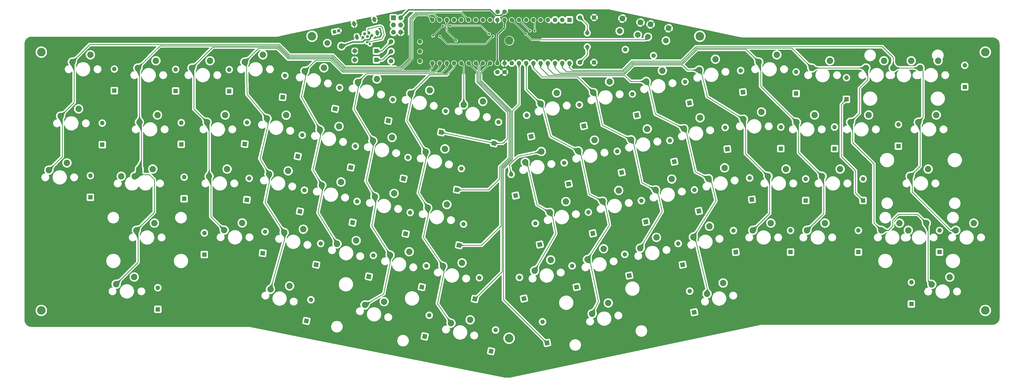
<source format=gbr>
%TF.GenerationSoftware,KiCad,Pcbnew,(5.1.7)-1*%
%TF.CreationDate,2020-11-01T13:45:23+07:00*%
%TF.ProjectId,sesame,73657361-6d65-42e6-9b69-6361645f7063,rev?*%
%TF.SameCoordinates,Original*%
%TF.FileFunction,Copper,L2,Bot*%
%TF.FilePolarity,Positive*%
%FSLAX46Y46*%
G04 Gerber Fmt 4.6, Leading zero omitted, Abs format (unit mm)*
G04 Created by KiCad (PCBNEW (5.1.7)-1) date 2020-11-01 13:45:23*
%MOMM*%
%LPD*%
G01*
G04 APERTURE LIST*
%TA.AperFunction,ComponentPad*%
%ADD10O,1.700000X1.700000*%
%TD*%
%TA.AperFunction,ComponentPad*%
%ADD11R,1.700000X1.700000*%
%TD*%
%TA.AperFunction,ComponentPad*%
%ADD12C,1.100000*%
%TD*%
%TA.AperFunction,ComponentPad*%
%ADD13C,3.000000*%
%TD*%
%TA.AperFunction,ComponentPad*%
%ADD14C,1.200000*%
%TD*%
%TA.AperFunction,ComponentPad*%
%ADD15C,0.100000*%
%TD*%
%TA.AperFunction,ComponentPad*%
%ADD16C,2.250000*%
%TD*%
%TA.AperFunction,ComponentPad*%
%ADD17O,1.600000X1.600000*%
%TD*%
%TA.AperFunction,ComponentPad*%
%ADD18R,1.600000X1.600000*%
%TD*%
%TA.AperFunction,ComponentPad*%
%ADD19C,1.500000*%
%TD*%
%TA.AperFunction,ComponentPad*%
%ADD20C,2.000000*%
%TD*%
%TA.AperFunction,ComponentPad*%
%ADD21C,1.600000*%
%TD*%
%TA.AperFunction,ViaPad*%
%ADD22C,0.800000*%
%TD*%
%TA.AperFunction,Conductor*%
%ADD23C,0.500000*%
%TD*%
%TA.AperFunction,Conductor*%
%ADD24C,0.250000*%
%TD*%
%TA.AperFunction,Conductor*%
%ADD25C,0.200000*%
%TD*%
%TA.AperFunction,Conductor*%
%ADD26C,0.100000*%
%TD*%
%TA.AperFunction,Conductor*%
%ADD27C,0.025400*%
%TD*%
%TA.AperFunction,Conductor*%
%ADD28C,0.254000*%
%TD*%
G04 APERTURE END LIST*
D10*
%TO.P,AVR1,6*%
%TO.N,GND*%
X173633750Y-74173750D03*
%TO.P,AVR1,5*%
%TO.N,RST*%
X171093750Y-74173750D03*
%TO.P,AVR1,4*%
%TO.N,MOSI*%
X173633750Y-71633750D03*
%TO.P,AVR1,3*%
%TO.N,SCK*%
X171093750Y-71633750D03*
%TO.P,AVR1,2*%
%TO.N,+5V*%
X173633750Y-69093750D03*
D11*
%TO.P,AVR1,1*%
%TO.N,MISO*%
X171093750Y-69093750D03*
%TD*%
%TO.P,USB1,6*%
%TO.N,GND*%
%TA.AperFunction,ComponentPad*%
G36*
G01*
X158748642Y-75394407D02*
X158894180Y-76079111D01*
G75*
G02*
X158432038Y-76790747I-586889J-124747D01*
G01*
X158432038Y-76790747D01*
G75*
G02*
X157720402Y-76328605I-124747J586889D01*
G01*
X157574864Y-75643901D01*
G75*
G02*
X158037006Y-74932265I586889J124747D01*
G01*
X158037006Y-74932265D01*
G75*
G02*
X158748642Y-75394407I124747J-586889D01*
G01*
G37*
%TD.AperFunction*%
%TA.AperFunction,ComponentPad*%
G36*
G01*
X165889120Y-73876651D02*
X166034658Y-74561355D01*
G75*
G02*
X165572516Y-75272991I-586889J-124747D01*
G01*
X165572516Y-75272991D01*
G75*
G02*
X164860880Y-74810849I-124747J586889D01*
G01*
X164715342Y-74126145D01*
G75*
G02*
X165177484Y-73414509I586889J124747D01*
G01*
X165177484Y-73414509D01*
G75*
G02*
X165889120Y-73876651I124747J-586889D01*
G01*
G37*
%TD.AperFunction*%
D12*
%TO.P,USB1,1*%
%TO.N,VCC*%
X163494544Y-75356858D03*
%TO.P,USB1,2*%
%TO.N,Net-(D1-Pad1)*%
X162462532Y-74349410D03*
%TO.P,USB1,3*%
%TO.N,Net-(D2-Pad1)*%
X161929508Y-75689517D03*
%TO.P,USB1,4*%
%TO.N,Net-(USB1-Pad4)*%
X160897496Y-74682069D03*
%TO.P,USB1,5*%
%TO.N,GND*%
X160364472Y-76022175D03*
%TO.P,USB1,6*%
%TA.AperFunction,ComponentPad*%
G36*
G01*
X164886985Y-69161980D02*
X165032523Y-69846684D01*
G75*
G02*
X164570381Y-70558320I-586889J-124747D01*
G01*
X164570381Y-70558320D01*
G75*
G02*
X163858745Y-70096178I-124747J586889D01*
G01*
X163713207Y-69411474D01*
G75*
G02*
X164175349Y-68699838I586889J124747D01*
G01*
X164175349Y-68699838D01*
G75*
G02*
X164886985Y-69161980I124747J-586889D01*
G01*
G37*
%TD.AperFunction*%
%TA.AperFunction,ComponentPad*%
G36*
G01*
X157746508Y-70679735D02*
X157892046Y-71364439D01*
G75*
G02*
X157429904Y-72076075I-586889J-124747D01*
G01*
X157429904Y-72076075D01*
G75*
G02*
X156718268Y-71613933I-124747J586889D01*
G01*
X156572730Y-70929229D01*
G75*
G02*
X157034872Y-70217593I586889J124747D01*
G01*
X157034872Y-70217593D01*
G75*
G02*
X157746508Y-70679735I124747J-586889D01*
G01*
G37*
%TD.AperFunction*%
%TD*%
D13*
%TO.P,REF\u002A\u002A,1*%
%TO.N,N/C*%
X278955500Y-75565000D03*
%TD*%
D14*
%TO.P,C1,2*%
%TO.N,GND*%
X151771721Y-73665632D03*
%TA.AperFunction,ComponentPad*%
D15*
%TO.P,C1,1*%
%TO.N,+5V*%
G36*
X149842358Y-74689136D02*
G01*
X149592864Y-73515358D01*
X150766642Y-73265864D01*
X151016136Y-74439642D01*
X149842358Y-74689136D01*
G37*
%TD.AperFunction*%
%TD*%
D16*
%TO.P,MX23,2*%
%TO.N,Net-(D24-Pad2)*%
X189214686Y-115256606D03*
%TO.P,MX23,1*%
%TO.N,col6*%
X182475353Y-116420862D03*
%TD*%
D13*
%TO.P,REF\u002A\u002A,1*%
%TO.N,N/C*%
X142430500Y-75565000D03*
%TD*%
D16*
%TO.P,MX61,2*%
%TO.N,col13*%
X358711500Y-141414500D03*
%TO.P,MX61,1*%
%TO.N,rs*%
X352361500Y-143954500D03*
%TD*%
%TO.P,MX59,2*%
%TO.N,rs*%
X349250000Y-141414500D03*
%TO.P,MX59,1*%
%TO.N,col13*%
X342900000Y-143954500D03*
%TD*%
%TO.P,MX31,2*%
%TO.N,Net-(D32-Pad2)*%
X362204000Y-103314500D03*
%TO.P,MX31,1*%
%TO.N,col14*%
X355854000Y-105854500D03*
%TD*%
%TO.P,MX15,2*%
%TO.N,bs*%
X353377500Y-84201000D03*
%TO.P,MX15,1*%
%TO.N,col14*%
X347027500Y-86741000D03*
%TD*%
%TO.P,MX33,2*%
%TO.N,caps*%
X86360000Y-122364500D03*
%TO.P,MX33,1*%
%TO.N,col1*%
X80010000Y-124904500D03*
%TD*%
%TO.P,MX18,2*%
%TO.N,Net-(D19-Pad2)*%
X88011000Y-103314500D03*
%TO.P,MX18,1*%
%TO.N,col1*%
X81661000Y-105854500D03*
%TD*%
%TO.P,MX69,2*%
%TO.N,col1*%
X81610200Y-122377200D03*
%TO.P,MX69,1*%
%TO.N,caps*%
X75260200Y-124917200D03*
%TD*%
D17*
%TO.P,D60,2*%
%TO.N,rs*%
X334772000Y-144018000D03*
D18*
%TO.P,D60,1*%
%TO.N,row3*%
X334772000Y-151638000D03*
%TD*%
D17*
%TO.P,U1,40*%
%TO.N,col14*%
X233045000Y-85026500D03*
%TO.P,U1,20*%
%TO.N,col2*%
X184785000Y-69786500D03*
%TO.P,U1,39*%
%TO.N,col13*%
X230505000Y-85026500D03*
%TO.P,U1,19*%
%TO.N,col1*%
X187325000Y-69786500D03*
%TO.P,U1,38*%
%TO.N,col12*%
X227965000Y-85026500D03*
%TO.P,U1,18*%
%TO.N,BOOT*%
X189865000Y-69786500D03*
%TO.P,U1,37*%
%TO.N,col11*%
X225425000Y-85026500D03*
%TO.P,U1,17*%
%TO.N,D-*%
X192405000Y-69786500D03*
%TO.P,U1,36*%
%TO.N,col10*%
X222885000Y-85026500D03*
%TO.P,U1,16*%
%TO.N,D+*%
X194945000Y-69786500D03*
%TO.P,U1,35*%
%TO.N,col9*%
X220345000Y-85026500D03*
%TO.P,U1,15*%
%TO.N,col0*%
X197485000Y-69786500D03*
%TO.P,U1,34*%
%TO.N,col8*%
X217805000Y-85026500D03*
%TO.P,U1,14*%
%TO.N,Net-(U1-Pad14)*%
X200025000Y-69786500D03*
%TO.P,U1,33*%
%TO.N,row4*%
X215265000Y-85026500D03*
%TO.P,U1,13*%
%TO.N,Net-(C4-Pad2)*%
X202565000Y-69786500D03*
%TO.P,U1,32*%
%TO.N,Net-(U1-Pad32)*%
X212725000Y-85026500D03*
%TO.P,U1,12*%
%TO.N,Net-(C5-Pad2)*%
X205105000Y-69786500D03*
%TO.P,U1,31*%
%TO.N,GND*%
X210185000Y-85026500D03*
%TO.P,U1,11*%
X207645000Y-69786500D03*
%TO.P,U1,30*%
%TO.N,+5V*%
X207645000Y-85026500D03*
%TO.P,U1,10*%
X210185000Y-69786500D03*
%TO.P,U1,29*%
%TO.N,row3*%
X205105000Y-85026500D03*
%TO.P,U1,9*%
%TO.N,RST*%
X212725000Y-69786500D03*
%TO.P,U1,28*%
%TO.N,row2*%
X202565000Y-85026500D03*
%TO.P,U1,8*%
%TO.N,SCK*%
X215265000Y-69786500D03*
%TO.P,U1,27*%
%TO.N,row1*%
X200025000Y-85026500D03*
%TO.P,U1,7*%
%TO.N,MISO*%
X217805000Y-69786500D03*
%TO.P,U1,26*%
%TO.N,row0*%
X197485000Y-85026500D03*
%TO.P,U1,6*%
%TO.N,MOSI*%
X220345000Y-69786500D03*
%TO.P,U1,25*%
%TO.N,col7*%
X194945000Y-85026500D03*
%TO.P,U1,5*%
%TO.N,Net-(U1-Pad5)*%
X222885000Y-69786500D03*
%TO.P,U1,24*%
%TO.N,col6*%
X192405000Y-85026500D03*
%TO.P,U1,4*%
%TO.N,Net-(U1-Pad4)*%
X225425000Y-69786500D03*
%TO.P,U1,23*%
%TO.N,col5*%
X189865000Y-85026500D03*
%TO.P,U1,3*%
%TO.N,Net-(U1-Pad3)*%
X227965000Y-69786500D03*
%TO.P,U1,22*%
%TO.N,col4*%
X187325000Y-85026500D03*
%TO.P,U1,2*%
%TO.N,Net-(U1-Pad2)*%
X230505000Y-69786500D03*
%TO.P,U1,21*%
%TO.N,col3*%
X184785000Y-85026500D03*
D18*
%TO.P,U1,1*%
%TO.N,Net-(U1-Pad1)*%
X233045000Y-69786500D03*
%TD*%
D16*
%TO.P,MX5,2*%
%TO.N,Net-(D7-Pad2)*%
X146606186Y-86681606D03*
%TO.P,MX5,1*%
%TO.N,col4*%
X139866853Y-87845862D03*
%TD*%
D13*
%TO.P,REF\u002A\u002A,1*%
%TO.N,N/C*%
X211836000Y-181991000D03*
%TD*%
%TO.P,REF\u002A\u002A,1*%
%TO.N,N/C*%
X379476000Y-172212000D03*
%TD*%
%TO.P,REF\u002A\u002A,1*%
%TO.N,N/C*%
X379476000Y-81153000D03*
%TD*%
%TO.P,REF\u002A\u002A,1*%
%TO.N,N/C*%
X47117000Y-81153000D03*
%TD*%
%TO.P,REF\u002A\u002A,1*%
%TO.N,N/C*%
X47117000Y-172212000D03*
%TD*%
%TO.P,REF\u002A\u002A,1*%
%TO.N,N/C*%
X211836000Y-77089000D03*
%TD*%
D19*
%TO.P,XTAL1,2*%
%TO.N,Net-(C4-Pad2)*%
X239331500Y-79302000D03*
%TO.P,XTAL1,1*%
%TO.N,Net-(C5-Pad2)*%
X239331500Y-74422000D03*
%TD*%
D16*
%TO.P,MX24,2*%
%TO.N,Net-(D25-Pad2)*%
X223170304Y-116168914D03*
%TO.P,MX24,1*%
%TO.N,col7*%
X217487162Y-119973649D03*
%TD*%
%TO.P,MX28,2*%
%TO.N,Net-(D29-Pad2)*%
X300672500Y-102235000D03*
%TO.P,MX28,1*%
%TO.N,col11*%
X294322500Y-104775000D03*
%TD*%
%TO.P,MX66,2*%
%TO.N,Net-(D66-Pad2)*%
X246728804Y-169572414D03*
%TO.P,MX66,1*%
%TO.N,col8*%
X241045662Y-173377149D03*
%TD*%
%TO.P,MX65,2*%
%TO.N,Net-(D65-Pad2)*%
X198104686Y-175518106D03*
%TO.P,MX65,1*%
%TO.N,col6*%
X191365353Y-176682362D03*
%TD*%
%TO.P,MX64,2*%
%TO.N,Net-(D64-Pad2)*%
X167815186Y-169104606D03*
%TO.P,MX64,1*%
%TO.N,col5*%
X161075853Y-170268862D03*
%TD*%
%TO.P,MX46,2*%
%TO.N,Net-(D47-Pad2)*%
X359346500Y-122364500D03*
%TO.P,MX46,1*%
%TO.N,col14*%
X352996500Y-124904500D03*
%TD*%
%TO.P,MX47,2*%
%TO.N,Net-(D48-Pad2)*%
X86931500Y-141414500D03*
%TO.P,MX47,1*%
%TO.N,col1*%
X80581500Y-143954500D03*
%TD*%
%TO.P,MX16,2*%
%TO.N,bs*%
X362839000Y-84201000D03*
%TO.P,MX16,1*%
%TO.N,col14*%
X356489000Y-86741000D03*
%TD*%
%TO.P,MX45,2*%
%TO.N,Net-(D46-Pad2)*%
X343789000Y-84201000D03*
%TO.P,MX45,1*%
%TO.N,col13*%
X337439000Y-86741000D03*
%TD*%
%TO.P,MX68,2*%
%TO.N,Net-(D68-Pad2)*%
X366966500Y-160464500D03*
%TO.P,MX68,1*%
%TO.N,col13*%
X360616500Y-163004500D03*
%TD*%
%TO.P,MX67,2*%
%TO.N,Net-(D67-Pad2)*%
X287178304Y-162523914D03*
%TO.P,MX67,1*%
%TO.N,col10*%
X281495162Y-166328649D03*
%TD*%
%TO.P,MX63,2*%
%TO.N,Net-(D63-Pad2)*%
X134541186Y-163580106D03*
%TO.P,MX63,1*%
%TO.N,col3*%
X127801853Y-164744362D03*
%TD*%
%TO.P,MX62,2*%
%TO.N,Net-(D62-Pad2)*%
X79819500Y-160401000D03*
%TO.P,MX62,1*%
%TO.N,col1*%
X73469500Y-162941000D03*
%TD*%
%TO.P,MX60,2*%
%TO.N,Net-(D61-Pad2)*%
X375412000Y-141414500D03*
%TO.P,MX60,1*%
%TO.N,col14*%
X369062000Y-143954500D03*
%TD*%
%TO.P,MX58,2*%
%TO.N,Net-(D59-Pad2)*%
X323024500Y-141414500D03*
%TO.P,MX58,1*%
%TO.N,col12*%
X316674500Y-143954500D03*
%TD*%
%TO.P,MX57,2*%
%TO.N,Net-(D58-Pad2)*%
X303974500Y-141414500D03*
%TO.P,MX57,1*%
%TO.N,col11*%
X297624500Y-143954500D03*
%TD*%
%TO.P,MX56,2*%
%TO.N,Net-(D57-Pad2)*%
X282352304Y-142521414D03*
%TO.P,MX56,1*%
%TO.N,col10*%
X276669162Y-146326149D03*
%TD*%
%TO.P,MX55,2*%
%TO.N,Net-(D56-Pad2)*%
X263683304Y-146458414D03*
%TO.P,MX55,1*%
%TO.N,col9*%
X258000162Y-150263149D03*
%TD*%
%TO.P,MX54,2*%
%TO.N,Net-(D55-Pad2)*%
X245077804Y-150458914D03*
%TO.P,MX54,1*%
%TO.N,col8*%
X239394662Y-154263649D03*
%TD*%
%TO.P,MX53,2*%
%TO.N,Net-(D54-Pad2)*%
X226472304Y-154395914D03*
%TO.P,MX53,1*%
%TO.N,col7*%
X220789162Y-158200649D03*
%TD*%
%TO.P,MX52,2*%
%TO.N,Net-(D53-Pad2)*%
X195247186Y-155452106D03*
%TO.P,MX52,1*%
%TO.N,col6*%
X188507853Y-156616362D03*
%TD*%
%TO.P,MX51,2*%
%TO.N,Net-(D52-Pad2)*%
X176641686Y-151515106D03*
%TO.P,MX51,1*%
%TO.N,col5*%
X169902353Y-152679362D03*
%TD*%
%TO.P,MX50,2*%
%TO.N,Net-(D51-Pad2)*%
X157972686Y-147578106D03*
%TO.P,MX50,1*%
%TO.N,col4*%
X151233353Y-148742362D03*
%TD*%
%TO.P,MX49,2*%
%TO.N,Net-(D50-Pad2)*%
X139367186Y-143577606D03*
%TO.P,MX49,1*%
%TO.N,col3*%
X132627853Y-144741862D03*
%TD*%
%TO.P,MX48,2*%
%TO.N,Net-(D49-Pad2)*%
X117856000Y-141351000D03*
%TO.P,MX48,1*%
%TO.N,col2*%
X111506000Y-143891000D03*
%TD*%
%TO.P,MX44,2*%
%TO.N,Net-(D45-Pad2)*%
X328358500Y-122364500D03*
%TO.P,MX44,1*%
%TO.N,col12*%
X322008500Y-124904500D03*
%TD*%
%TO.P,MX43,2*%
%TO.N,Net-(D44-Pad2)*%
X309308500Y-122364500D03*
%TO.P,MX43,1*%
%TO.N,col11*%
X302958500Y-124904500D03*
%TD*%
%TO.P,MX42,2*%
%TO.N,Net-(D43-Pad2)*%
X287686304Y-121947414D03*
%TO.P,MX42,1*%
%TO.N,col10*%
X282003162Y-125752149D03*
%TD*%
%TO.P,MX41,2*%
%TO.N,Net-(D42-Pad2)*%
X269080804Y-125884414D03*
%TO.P,MX41,1*%
%TO.N,col9*%
X263397662Y-129689149D03*
%TD*%
%TO.P,MX40,2*%
%TO.N,Net-(D41-Pad2)*%
X250411804Y-129884914D03*
%TO.P,MX40,1*%
%TO.N,col8*%
X244728662Y-133689649D03*
%TD*%
%TO.P,MX39,2*%
%TO.N,Net-(D40-Pad2)*%
X231806304Y-133821914D03*
%TO.P,MX39,1*%
%TO.N,col7*%
X226123162Y-137626649D03*
%TD*%
%TO.P,MX38,2*%
%TO.N,Net-(D39-Pad2)*%
X189913186Y-134878106D03*
%TO.P,MX38,1*%
%TO.N,col6*%
X183173853Y-136042362D03*
%TD*%
%TO.P,MX37,2*%
%TO.N,Net-(D38-Pad2)*%
X171307686Y-130941106D03*
%TO.P,MX37,1*%
%TO.N,col5*%
X164568353Y-132105362D03*
%TD*%
%TO.P,MX36,2*%
%TO.N,Net-(D37-Pad2)*%
X152638686Y-126940606D03*
%TO.P,MX36,1*%
%TO.N,col4*%
X145899353Y-128104862D03*
%TD*%
%TO.P,MX35,2*%
%TO.N,Net-(D36-Pad2)*%
X134033186Y-123003606D03*
%TO.P,MX35,1*%
%TO.N,col3*%
X127293853Y-124167862D03*
%TD*%
%TO.P,MX34,2*%
%TO.N,Net-(D35-Pad2)*%
X112522000Y-122364500D03*
%TO.P,MX34,1*%
%TO.N,col2*%
X106172000Y-124904500D03*
%TD*%
%TO.P,MX32,2*%
%TO.N,Net-(D33-Pad2)*%
X56134000Y-120205500D03*
%TO.P,MX32,1*%
%TO.N,col0*%
X49784000Y-122745500D03*
%TD*%
%TO.P,MX30,2*%
%TO.N,Net-(D31-Pad2)*%
X338391500Y-103314500D03*
%TO.P,MX30,1*%
%TO.N,col13*%
X332041500Y-105854500D03*
%TD*%
%TO.P,MX29,2*%
%TO.N,Net-(D30-Pad2)*%
X319341500Y-103314500D03*
%TO.P,MX29,1*%
%TO.N,col12*%
X312991500Y-105854500D03*
%TD*%
%TO.P,MX27,2*%
%TO.N,Net-(D28-Pad2)*%
X279050304Y-104294414D03*
%TO.P,MX27,1*%
%TO.N,col10*%
X273367162Y-108099149D03*
%TD*%
%TO.P,MX26,2*%
%TO.N,Net-(D27-Pad2)*%
X260444804Y-108231414D03*
%TO.P,MX26,1*%
%TO.N,col9*%
X254761662Y-112036149D03*
%TD*%
%TO.P,MX25,2*%
%TO.N,Net-(D26-Pad2)*%
X241839304Y-112168414D03*
%TO.P,MX25,1*%
%TO.N,col8*%
X236156162Y-115973149D03*
%TD*%
%TO.P,MX22,2*%
%TO.N,Net-(D23-Pad2)*%
X170609186Y-111256106D03*
%TO.P,MX22,1*%
%TO.N,col5*%
X163869853Y-112420362D03*
%TD*%
%TO.P,MX21,2*%
%TO.N,Net-(D22-Pad2)*%
X151940186Y-107319106D03*
%TO.P,MX21,1*%
%TO.N,col4*%
X145200853Y-108483362D03*
%TD*%
%TO.P,MX20,2*%
%TO.N,Net-(D21-Pad2)*%
X133334686Y-103382106D03*
%TO.P,MX20,1*%
%TO.N,col3*%
X126595353Y-104546362D03*
%TD*%
%TO.P,MX19,2*%
%TO.N,Net-(D20-Pad2)*%
X111823500Y-103314500D03*
%TO.P,MX19,1*%
%TO.N,col2*%
X105473500Y-105854500D03*
%TD*%
%TO.P,MX17,2*%
%TO.N,Net-(D18-Pad2)*%
X60261500Y-101155500D03*
%TO.P,MX17,1*%
%TO.N,col0*%
X53911500Y-103695500D03*
%TD*%
%TO.P,MX14,2*%
%TO.N,Net-(D16-Pad2)*%
X324739000Y-84201000D03*
%TO.P,MX14,1*%
%TO.N,col13*%
X318389000Y-86741000D03*
%TD*%
%TO.P,MX13,2*%
%TO.N,Net-(D15-Pad2)*%
X306070000Y-82105500D03*
%TO.P,MX13,1*%
%TO.N,col12*%
X299720000Y-84645500D03*
%TD*%
%TO.P,MX12,2*%
%TO.N,Net-(D14-Pad2)*%
X284447804Y-83656914D03*
%TO.P,MX12,1*%
%TO.N,col11*%
X278764662Y-87461649D03*
%TD*%
%TO.P,MX11,2*%
%TO.N,Net-(D13-Pad2)*%
X265778804Y-87657414D03*
%TO.P,MX11,1*%
%TO.N,col10*%
X260095662Y-91462149D03*
%TD*%
%TO.P,MX10,2*%
%TO.N,Net-(D12-Pad2)*%
X247173304Y-91594414D03*
%TO.P,MX10,1*%
%TO.N,col9*%
X241490162Y-95399149D03*
%TD*%
%TO.P,MX9,2*%
%TO.N,Net-(D11-Pad2)*%
X228567804Y-95531414D03*
%TO.P,MX9,1*%
%TO.N,col8*%
X222884662Y-99336149D03*
%TD*%
%TO.P,MX8,2*%
%TO.N,Net-(D10-Pad2)*%
X202549686Y-98556106D03*
%TO.P,MX8,1*%
%TO.N,col7*%
X195810353Y-99720362D03*
%TD*%
%TO.P,MX7,2*%
%TO.N,Net-(D9-Pad2)*%
X183880686Y-94619106D03*
%TO.P,MX7,1*%
%TO.N,col6*%
X177141353Y-95783362D03*
%TD*%
%TO.P,MX6,2*%
%TO.N,Net-(D8-Pad2)*%
X165275186Y-90618606D03*
%TO.P,MX6,1*%
%TO.N,col5*%
X158535853Y-91782862D03*
%TD*%
%TO.P,MX4,2*%
%TO.N,Net-(D6-Pad2)*%
X125095000Y-82105500D03*
%TO.P,MX4,1*%
%TO.N,col3*%
X118745000Y-84645500D03*
%TD*%
%TO.P,MX3,2*%
%TO.N,Net-(D5-Pad2)*%
X106521250Y-84201000D03*
%TO.P,MX3,1*%
%TO.N,col2*%
X100171250Y-86741000D03*
%TD*%
%TO.P,MX2,2*%
%TO.N,Net-(D4-Pad2)*%
X87471250Y-84201000D03*
%TO.P,MX2,1*%
%TO.N,col1*%
X81121250Y-86741000D03*
%TD*%
%TO.P,MX1,2*%
%TO.N,Net-(D3-Pad2)*%
X64389000Y-82105500D03*
%TO.P,MX1,1*%
%TO.N,col0*%
X58039000Y-84645500D03*
%TD*%
D20*
%TO.P,Reset1,1*%
%TO.N,GND*%
X267977959Y-72725426D03*
%TO.P,Reset1,2*%
%TO.N,RST*%
X267042357Y-77127090D03*
%TO.P,Reset1,1*%
%TO.N,GND*%
X261620000Y-71374000D03*
%TO.P,Reset1,2*%
%TO.N,RST*%
X260684397Y-75775664D03*
%TD*%
%TO.P,R6,2*%
%TO.N,RST*%
%TA.AperFunction,ComponentPad*%
G36*
G01*
X261885462Y-82210054D02*
X261885462Y-82210054D01*
G75*
G02*
X262834309Y-81593865I782518J-166329D01*
G01*
X262834309Y-81593865D01*
G75*
G02*
X263450498Y-82542712I-166329J-782518D01*
G01*
X263450498Y-82542712D01*
G75*
G02*
X262501651Y-83158901I-782518J166329D01*
G01*
X262501651Y-83158901D01*
G75*
G02*
X261885462Y-82210054I166329J782518D01*
G01*
G37*
%TD.AperFunction*%
D21*
%TO.P,R6,1*%
%TO.N,+5V*%
X252730000Y-80264000D03*
%TD*%
D17*
%TO.P,R3,2*%
%TO.N,D+*%
X180403500Y-80899000D03*
D21*
%TO.P,R3,1*%
%TO.N,Net-(D2-Pad1)*%
X170243500Y-80899000D03*
%TD*%
D17*
%TO.P,R2,2*%
%TO.N,D-*%
X180403500Y-77470000D03*
D21*
%TO.P,R2,1*%
%TO.N,Net-(D1-Pad1)*%
X170243500Y-77470000D03*
%TD*%
D17*
%TO.P,R1,2*%
%TO.N,Net-(D1-Pad1)*%
X180403500Y-84328000D03*
D21*
%TO.P,R1,1*%
%TO.N,+5V*%
X170243500Y-84328000D03*
%TD*%
D20*
%TO.P,F1,2*%
%TO.N,VCC*%
X152794911Y-79043973D03*
%TO.P,F1,1*%
%TO.N,+5V*%
X147828000Y-77978000D03*
%TD*%
D17*
%TO.P,D68,2*%
%TO.N,Net-(D68-Pad2)*%
X353441000Y-162306000D03*
D18*
%TO.P,D68,1*%
%TO.N,row4*%
X353441000Y-169926000D03*
%TD*%
%TO.P,D67,2*%
%TO.N,Net-(D67-Pad2)*%
%TA.AperFunction,ComponentPad*%
G36*
G01*
X275569042Y-166176033D02*
X275569042Y-166176033D01*
G75*
G02*
X274620195Y-165559844I-166329J782518D01*
G01*
X274620195Y-165559844D01*
G75*
G02*
X275236384Y-164610997I782518J166329D01*
G01*
X275236384Y-164610997D01*
G75*
G02*
X276185231Y-165227186I166329J-782518D01*
G01*
X276185231Y-165227186D01*
G75*
G02*
X275569042Y-166176033I-782518J-166329D01*
G01*
G37*
%TD.AperFunction*%
%TA.AperFunction,ComponentPad*%
D15*
%TO.P,D67,1*%
%TO.N,row4*%
G36*
X277935847Y-173463189D02*
G01*
X276370811Y-173795847D01*
X276038153Y-172230811D01*
X277603189Y-171898153D01*
X277935847Y-173463189D01*
G37*
%TD.AperFunction*%
%TD*%
%TO.P,D66,2*%
%TO.N,Net-(D66-Pad2)*%
%TA.AperFunction,ComponentPad*%
G36*
G01*
X223753042Y-176971033D02*
X223753042Y-176971033D01*
G75*
G02*
X222804195Y-176354844I-166329J782518D01*
G01*
X222804195Y-176354844D01*
G75*
G02*
X223420384Y-175405997I782518J166329D01*
G01*
X223420384Y-175405997D01*
G75*
G02*
X224369231Y-176022186I166329J-782518D01*
G01*
X224369231Y-176022186D01*
G75*
G02*
X223753042Y-176971033I-782518J-166329D01*
G01*
G37*
%TD.AperFunction*%
%TA.AperFunction,ComponentPad*%
%TO.P,D66,1*%
%TO.N,row4*%
G36*
X226119847Y-184258189D02*
G01*
X224554811Y-184590847D01*
X224222153Y-183025811D01*
X225787189Y-182693153D01*
X226119847Y-184258189D01*
G37*
%TD.AperFunction*%
%TD*%
%TO.P,D65,2*%
%TO.N,Net-(D65-Pad2)*%
%TA.AperFunction,ComponentPad*%
G36*
G01*
X206903958Y-179892033D02*
X206903958Y-179892033D01*
G75*
G02*
X206287769Y-178943186I166329J782518D01*
G01*
X206287769Y-178943186D01*
G75*
G02*
X207236616Y-178326997I782518J-166329D01*
G01*
X207236616Y-178326997D01*
G75*
G02*
X207852805Y-179275844I-166329J-782518D01*
G01*
X207852805Y-179275844D01*
G75*
G02*
X206903958Y-179892033I-782518J166329D01*
G01*
G37*
%TD.AperFunction*%
%TA.AperFunction,ComponentPad*%
%TO.P,D65,1*%
%TO.N,row4*%
G36*
X206102189Y-187511847D02*
G01*
X204537153Y-187179189D01*
X204869811Y-185614153D01*
X206434847Y-185946811D01*
X206102189Y-187511847D01*
G37*
%TD.AperFunction*%
%TD*%
%TO.P,D64,2*%
%TO.N,Net-(D64-Pad2)*%
%TA.AperFunction,ComponentPad*%
G36*
G01*
X183535958Y-174685033D02*
X183535958Y-174685033D01*
G75*
G02*
X182919769Y-173736186I166329J782518D01*
G01*
X182919769Y-173736186D01*
G75*
G02*
X183868616Y-173119997I782518J-166329D01*
G01*
X183868616Y-173119997D01*
G75*
G02*
X184484805Y-174068844I-166329J-782518D01*
G01*
X184484805Y-174068844D01*
G75*
G02*
X183535958Y-174685033I-782518J166329D01*
G01*
G37*
%TD.AperFunction*%
%TA.AperFunction,ComponentPad*%
%TO.P,D64,1*%
%TO.N,row4*%
G36*
X182734189Y-182304847D02*
G01*
X181169153Y-181972189D01*
X181501811Y-180407153D01*
X183066847Y-180739811D01*
X182734189Y-182304847D01*
G37*
%TD.AperFunction*%
%TD*%
%TO.P,D63,2*%
%TO.N,Net-(D63-Pad2)*%
%TA.AperFunction,ComponentPad*%
G36*
G01*
X141879958Y-169224033D02*
X141879958Y-169224033D01*
G75*
G02*
X141263769Y-168275186I166329J782518D01*
G01*
X141263769Y-168275186D01*
G75*
G02*
X142212616Y-167658997I782518J-166329D01*
G01*
X142212616Y-167658997D01*
G75*
G02*
X142828805Y-168607844I-166329J-782518D01*
G01*
X142828805Y-168607844D01*
G75*
G02*
X141879958Y-169224033I-782518J166329D01*
G01*
G37*
%TD.AperFunction*%
%TA.AperFunction,ComponentPad*%
%TO.P,D63,1*%
%TO.N,row4*%
G36*
X141078189Y-176843847D02*
G01*
X139513153Y-176511189D01*
X139845811Y-174946153D01*
X141410847Y-175278811D01*
X141078189Y-176843847D01*
G37*
%TD.AperFunction*%
%TD*%
D17*
%TO.P,D62,2*%
%TO.N,Net-(D62-Pad2)*%
X88138000Y-164211000D03*
D18*
%TO.P,D62,1*%
%TO.N,row4*%
X88138000Y-171831000D03*
%TD*%
D17*
%TO.P,D61,2*%
%TO.N,Net-(D61-Pad2)*%
X363347000Y-144018000D03*
D18*
%TO.P,D61,1*%
%TO.N,row3*%
X363347000Y-151638000D03*
%TD*%
D17*
%TO.P,D59,2*%
%TO.N,Net-(D59-Pad2)*%
X310896000Y-144018000D03*
D18*
%TO.P,D59,1*%
%TO.N,row3*%
X310896000Y-151638000D03*
%TD*%
%TO.P,D58,2*%
%TO.N,Net-(D58-Pad2)*%
%TA.AperFunction,ComponentPad*%
G36*
G01*
X290879116Y-144855361D02*
X290879116Y-144855361D01*
G75*
G02*
X289999875Y-144143366I-83623J795618D01*
G01*
X289999875Y-144143366D01*
G75*
G02*
X290711870Y-143264125I795618J83623D01*
G01*
X290711870Y-143264125D01*
G75*
G02*
X291591111Y-143976120I83623J-795618D01*
G01*
X291591111Y-143976120D01*
G75*
G02*
X290879116Y-144855361I-795618J-83623D01*
G01*
G37*
%TD.AperFunction*%
%TA.AperFunction,ComponentPad*%
D15*
%TO.P,D58,1*%
%TO.N,row3*%
G36*
X292471240Y-152349995D02*
G01*
X290880005Y-152517240D01*
X290712760Y-150926005D01*
X292303995Y-150758760D01*
X292471240Y-152349995D01*
G37*
%TD.AperFunction*%
%TD*%
%TO.P,D57,2*%
%TO.N,Net-(D57-Pad2)*%
%TA.AperFunction,ComponentPad*%
G36*
G01*
X271505042Y-149412033D02*
X271505042Y-149412033D01*
G75*
G02*
X270556195Y-148795844I-166329J782518D01*
G01*
X270556195Y-148795844D01*
G75*
G02*
X271172384Y-147846997I782518J166329D01*
G01*
X271172384Y-147846997D01*
G75*
G02*
X272121231Y-148463186I166329J-782518D01*
G01*
X272121231Y-148463186D01*
G75*
G02*
X271505042Y-149412033I-782518J-166329D01*
G01*
G37*
%TD.AperFunction*%
%TA.AperFunction,ComponentPad*%
%TO.P,D57,1*%
%TO.N,row3*%
G36*
X273871847Y-156699189D02*
G01*
X272306811Y-157031847D01*
X271974153Y-155466811D01*
X273539189Y-155134153D01*
X273871847Y-156699189D01*
G37*
%TD.AperFunction*%
%TD*%
%TO.P,D56,2*%
%TO.N,Net-(D56-Pad2)*%
%TA.AperFunction,ComponentPad*%
G36*
G01*
X252709042Y-153222033D02*
X252709042Y-153222033D01*
G75*
G02*
X251760195Y-152605844I-166329J782518D01*
G01*
X251760195Y-152605844D01*
G75*
G02*
X252376384Y-151656997I782518J166329D01*
G01*
X252376384Y-151656997D01*
G75*
G02*
X253325231Y-152273186I166329J-782518D01*
G01*
X253325231Y-152273186D01*
G75*
G02*
X252709042Y-153222033I-782518J-166329D01*
G01*
G37*
%TD.AperFunction*%
%TA.AperFunction,ComponentPad*%
%TO.P,D56,1*%
%TO.N,row3*%
G36*
X255075847Y-160509189D02*
G01*
X253510811Y-160841847D01*
X253178153Y-159276811D01*
X254743189Y-158944153D01*
X255075847Y-160509189D01*
G37*
%TD.AperFunction*%
%TD*%
%TO.P,D55,2*%
%TO.N,Net-(D55-Pad2)*%
%TA.AperFunction,ComponentPad*%
G36*
G01*
X234167042Y-157286033D02*
X234167042Y-157286033D01*
G75*
G02*
X233218195Y-156669844I-166329J782518D01*
G01*
X233218195Y-156669844D01*
G75*
G02*
X233834384Y-155720997I782518J166329D01*
G01*
X233834384Y-155720997D01*
G75*
G02*
X234783231Y-156337186I166329J-782518D01*
G01*
X234783231Y-156337186D01*
G75*
G02*
X234167042Y-157286033I-782518J-166329D01*
G01*
G37*
%TD.AperFunction*%
%TA.AperFunction,ComponentPad*%
%TO.P,D55,1*%
%TO.N,row3*%
G36*
X236533847Y-164573189D02*
G01*
X234968811Y-164905847D01*
X234636153Y-163340811D01*
X236201189Y-163008153D01*
X236533847Y-164573189D01*
G37*
%TD.AperFunction*%
%TD*%
%TO.P,D54,2*%
%TO.N,Net-(D54-Pad2)*%
%TA.AperFunction,ComponentPad*%
G36*
G01*
X215625042Y-161350033D02*
X215625042Y-161350033D01*
G75*
G02*
X214676195Y-160733844I-166329J782518D01*
G01*
X214676195Y-160733844D01*
G75*
G02*
X215292384Y-159784997I782518J166329D01*
G01*
X215292384Y-159784997D01*
G75*
G02*
X216241231Y-160401186I166329J-782518D01*
G01*
X216241231Y-160401186D01*
G75*
G02*
X215625042Y-161350033I-782518J-166329D01*
G01*
G37*
%TD.AperFunction*%
%TA.AperFunction,ComponentPad*%
%TO.P,D54,1*%
%TO.N,row3*%
G36*
X217991847Y-168637189D02*
G01*
X216426811Y-168969847D01*
X216094153Y-167404811D01*
X217659189Y-167072153D01*
X217991847Y-168637189D01*
G37*
%TD.AperFunction*%
%TD*%
%TO.P,D53,2*%
%TO.N,Net-(D53-Pad2)*%
%TA.AperFunction,ComponentPad*%
G36*
G01*
X201188958Y-161477033D02*
X201188958Y-161477033D01*
G75*
G02*
X200572769Y-160528186I166329J782518D01*
G01*
X200572769Y-160528186D01*
G75*
G02*
X201521616Y-159911997I782518J-166329D01*
G01*
X201521616Y-159911997D01*
G75*
G02*
X202137805Y-160860844I-166329J-782518D01*
G01*
X202137805Y-160860844D01*
G75*
G02*
X201188958Y-161477033I-782518J166329D01*
G01*
G37*
%TD.AperFunction*%
%TA.AperFunction,ComponentPad*%
%TO.P,D53,1*%
%TO.N,row3*%
G36*
X200387189Y-169096847D02*
G01*
X198822153Y-168764189D01*
X199154811Y-167199153D01*
X200719847Y-167531811D01*
X200387189Y-169096847D01*
G37*
%TD.AperFunction*%
%TD*%
%TO.P,D52,2*%
%TO.N,Net-(D52-Pad2)*%
%TA.AperFunction,ComponentPad*%
G36*
G01*
X182519958Y-157286033D02*
X182519958Y-157286033D01*
G75*
G02*
X181903769Y-156337186I166329J782518D01*
G01*
X181903769Y-156337186D01*
G75*
G02*
X182852616Y-155720997I782518J-166329D01*
G01*
X182852616Y-155720997D01*
G75*
G02*
X183468805Y-156669844I-166329J-782518D01*
G01*
X183468805Y-156669844D01*
G75*
G02*
X182519958Y-157286033I-782518J166329D01*
G01*
G37*
%TD.AperFunction*%
%TA.AperFunction,ComponentPad*%
%TO.P,D52,1*%
%TO.N,row3*%
G36*
X181718189Y-164905847D02*
G01*
X180153153Y-164573189D01*
X180485811Y-163008153D01*
X182050847Y-163340811D01*
X181718189Y-164905847D01*
G37*
%TD.AperFunction*%
%TD*%
%TO.P,D51,2*%
%TO.N,Net-(D51-Pad2)*%
%TA.AperFunction,ComponentPad*%
G36*
G01*
X163850958Y-153603033D02*
X163850958Y-153603033D01*
G75*
G02*
X163234769Y-152654186I166329J782518D01*
G01*
X163234769Y-152654186D01*
G75*
G02*
X164183616Y-152037997I782518J-166329D01*
G01*
X164183616Y-152037997D01*
G75*
G02*
X164799805Y-152986844I-166329J-782518D01*
G01*
X164799805Y-152986844D01*
G75*
G02*
X163850958Y-153603033I-782518J166329D01*
G01*
G37*
%TD.AperFunction*%
%TA.AperFunction,ComponentPad*%
%TO.P,D51,1*%
%TO.N,row3*%
G36*
X163049189Y-161222847D02*
G01*
X161484153Y-160890189D01*
X161816811Y-159325153D01*
X163381847Y-159657811D01*
X163049189Y-161222847D01*
G37*
%TD.AperFunction*%
%TD*%
%TO.P,D50,2*%
%TO.N,Net-(D50-Pad2)*%
%TA.AperFunction,ComponentPad*%
G36*
G01*
X145308958Y-149412033D02*
X145308958Y-149412033D01*
G75*
G02*
X144692769Y-148463186I166329J782518D01*
G01*
X144692769Y-148463186D01*
G75*
G02*
X145641616Y-147846997I782518J-166329D01*
G01*
X145641616Y-147846997D01*
G75*
G02*
X146257805Y-148795844I-166329J-782518D01*
G01*
X146257805Y-148795844D01*
G75*
G02*
X145308958Y-149412033I-782518J166329D01*
G01*
G37*
%TD.AperFunction*%
%TA.AperFunction,ComponentPad*%
%TO.P,D50,1*%
%TO.N,row3*%
G36*
X144507189Y-157031847D02*
G01*
X142942153Y-156699189D01*
X143274811Y-155134153D01*
X144839847Y-155466811D01*
X144507189Y-157031847D01*
G37*
%TD.AperFunction*%
%TD*%
%TO.P,D49,2*%
%TO.N,Net-(D49-Pad2)*%
%TA.AperFunction,ComponentPad*%
G36*
G01*
X125807884Y-145236361D02*
X125807884Y-145236361D01*
G75*
G02*
X125095889Y-144357120I83623J795618D01*
G01*
X125095889Y-144357120D01*
G75*
G02*
X125975130Y-143645125I795618J-83623D01*
G01*
X125975130Y-143645125D01*
G75*
G02*
X126687125Y-144524366I-83623J-795618D01*
G01*
X126687125Y-144524366D01*
G75*
G02*
X125807884Y-145236361I-795618J83623D01*
G01*
G37*
%TD.AperFunction*%
%TA.AperFunction,ComponentPad*%
%TO.P,D49,1*%
%TO.N,row3*%
G36*
X125806995Y-152898240D02*
G01*
X124215760Y-152730995D01*
X124383005Y-151139760D01*
X125974240Y-151307005D01*
X125806995Y-152898240D01*
G37*
%TD.AperFunction*%
%TD*%
D17*
%TO.P,D48,2*%
%TO.N,Net-(D48-Pad2)*%
X104521000Y-144907000D03*
D18*
%TO.P,D48,1*%
%TO.N,row3*%
X104521000Y-152527000D03*
%TD*%
D17*
%TO.P,D47,2*%
%TO.N,Net-(D47-Pad2)*%
X336423000Y-125857000D03*
D18*
%TO.P,D47,1*%
%TO.N,row2*%
X336423000Y-133477000D03*
%TD*%
D17*
%TO.P,D45,2*%
%TO.N,Net-(D45-Pad2)*%
X316230000Y-125857000D03*
D18*
%TO.P,D45,1*%
%TO.N,row2*%
X316230000Y-133477000D03*
%TD*%
%TO.P,D44,2*%
%TO.N,Net-(D44-Pad2)*%
%TA.AperFunction,ComponentPad*%
G36*
G01*
X296594116Y-126313361D02*
X296594116Y-126313361D01*
G75*
G02*
X295714875Y-125601366I-83623J795618D01*
G01*
X295714875Y-125601366D01*
G75*
G02*
X296426870Y-124722125I795618J83623D01*
G01*
X296426870Y-124722125D01*
G75*
G02*
X297306111Y-125434120I83623J-795618D01*
G01*
X297306111Y-125434120D01*
G75*
G02*
X296594116Y-126313361I-795618J-83623D01*
G01*
G37*
%TD.AperFunction*%
%TA.AperFunction,ComponentPad*%
D15*
%TO.P,D44,1*%
%TO.N,row2*%
G36*
X298186240Y-133807995D02*
G01*
X296595005Y-133975240D01*
X296427760Y-132384005D01*
X298018995Y-132216760D01*
X298186240Y-133807995D01*
G37*
%TD.AperFunction*%
%TD*%
%TO.P,D43,2*%
%TO.N,Net-(D43-Pad2)*%
%TA.AperFunction,ComponentPad*%
G36*
G01*
X277220042Y-130489033D02*
X277220042Y-130489033D01*
G75*
G02*
X276271195Y-129872844I-166329J782518D01*
G01*
X276271195Y-129872844D01*
G75*
G02*
X276887384Y-128923997I782518J166329D01*
G01*
X276887384Y-128923997D01*
G75*
G02*
X277836231Y-129540186I166329J-782518D01*
G01*
X277836231Y-129540186D01*
G75*
G02*
X277220042Y-130489033I-782518J-166329D01*
G01*
G37*
%TD.AperFunction*%
%TA.AperFunction,ComponentPad*%
%TO.P,D43,1*%
%TO.N,row2*%
G36*
X279586847Y-137776189D02*
G01*
X278021811Y-138108847D01*
X277689153Y-136543811D01*
X279254189Y-136211153D01*
X279586847Y-137776189D01*
G37*
%TD.AperFunction*%
%TD*%
%TO.P,D42,2*%
%TO.N,Net-(D42-Pad2)*%
%TA.AperFunction,ComponentPad*%
G36*
G01*
X258551042Y-134299033D02*
X258551042Y-134299033D01*
G75*
G02*
X257602195Y-133682844I-166329J782518D01*
G01*
X257602195Y-133682844D01*
G75*
G02*
X258218384Y-132733997I782518J166329D01*
G01*
X258218384Y-132733997D01*
G75*
G02*
X259167231Y-133350186I166329J-782518D01*
G01*
X259167231Y-133350186D01*
G75*
G02*
X258551042Y-134299033I-782518J-166329D01*
G01*
G37*
%TD.AperFunction*%
%TA.AperFunction,ComponentPad*%
%TO.P,D42,1*%
%TO.N,row2*%
G36*
X260917847Y-141586189D02*
G01*
X259352811Y-141918847D01*
X259020153Y-140353811D01*
X260585189Y-140021153D01*
X260917847Y-141586189D01*
G37*
%TD.AperFunction*%
%TD*%
%TO.P,D41,2*%
%TO.N,Net-(D41-Pad2)*%
%TA.AperFunction,ComponentPad*%
G36*
G01*
X239882042Y-138363033D02*
X239882042Y-138363033D01*
G75*
G02*
X238933195Y-137746844I-166329J782518D01*
G01*
X238933195Y-137746844D01*
G75*
G02*
X239549384Y-136797997I782518J166329D01*
G01*
X239549384Y-136797997D01*
G75*
G02*
X240498231Y-137414186I166329J-782518D01*
G01*
X240498231Y-137414186D01*
G75*
G02*
X239882042Y-138363033I-782518J-166329D01*
G01*
G37*
%TD.AperFunction*%
%TA.AperFunction,ComponentPad*%
%TO.P,D41,1*%
%TO.N,row2*%
G36*
X242248847Y-145650189D02*
G01*
X240683811Y-145982847D01*
X240351153Y-144417811D01*
X241916189Y-144085153D01*
X242248847Y-145650189D01*
G37*
%TD.AperFunction*%
%TD*%
%TO.P,D40,2*%
%TO.N,Net-(D40-Pad2)*%
%TA.AperFunction,ComponentPad*%
G36*
G01*
X221213042Y-142300033D02*
X221213042Y-142300033D01*
G75*
G02*
X220264195Y-141683844I-166329J782518D01*
G01*
X220264195Y-141683844D01*
G75*
G02*
X220880384Y-140734997I782518J166329D01*
G01*
X220880384Y-140734997D01*
G75*
G02*
X221829231Y-141351186I166329J-782518D01*
G01*
X221829231Y-141351186D01*
G75*
G02*
X221213042Y-142300033I-782518J-166329D01*
G01*
G37*
%TD.AperFunction*%
%TA.AperFunction,ComponentPad*%
%TO.P,D40,1*%
%TO.N,row2*%
G36*
X223579847Y-149587189D02*
G01*
X222014811Y-149919847D01*
X221682153Y-148354811D01*
X223247189Y-148022153D01*
X223579847Y-149587189D01*
G37*
%TD.AperFunction*%
%TD*%
%TO.P,D39,2*%
%TO.N,Net-(D39-Pad2)*%
%TA.AperFunction,ComponentPad*%
G36*
G01*
X195600958Y-142554033D02*
X195600958Y-142554033D01*
G75*
G02*
X194984769Y-141605186I166329J782518D01*
G01*
X194984769Y-141605186D01*
G75*
G02*
X195933616Y-140988997I782518J-166329D01*
G01*
X195933616Y-140988997D01*
G75*
G02*
X196549805Y-141937844I-166329J-782518D01*
G01*
X196549805Y-141937844D01*
G75*
G02*
X195600958Y-142554033I-782518J166329D01*
G01*
G37*
%TD.AperFunction*%
%TA.AperFunction,ComponentPad*%
%TO.P,D39,1*%
%TO.N,row2*%
G36*
X194799189Y-150173847D02*
G01*
X193234153Y-149841189D01*
X193566811Y-148276153D01*
X195131847Y-148608811D01*
X194799189Y-150173847D01*
G37*
%TD.AperFunction*%
%TD*%
%TO.P,D38,2*%
%TO.N,Net-(D38-Pad2)*%
%TA.AperFunction,ComponentPad*%
G36*
G01*
X176804958Y-138490033D02*
X176804958Y-138490033D01*
G75*
G02*
X176188769Y-137541186I166329J782518D01*
G01*
X176188769Y-137541186D01*
G75*
G02*
X177137616Y-136924997I782518J-166329D01*
G01*
X177137616Y-136924997D01*
G75*
G02*
X177753805Y-137873844I-166329J-782518D01*
G01*
X177753805Y-137873844D01*
G75*
G02*
X176804958Y-138490033I-782518J166329D01*
G01*
G37*
%TD.AperFunction*%
%TA.AperFunction,ComponentPad*%
%TO.P,D38,1*%
%TO.N,row2*%
G36*
X176003189Y-146109847D02*
G01*
X174438153Y-145777189D01*
X174770811Y-144212153D01*
X176335847Y-144544811D01*
X176003189Y-146109847D01*
G37*
%TD.AperFunction*%
%TD*%
%TO.P,D37,2*%
%TO.N,Net-(D37-Pad2)*%
%TA.AperFunction,ComponentPad*%
G36*
G01*
X158135958Y-134553033D02*
X158135958Y-134553033D01*
G75*
G02*
X157519769Y-133604186I166329J782518D01*
G01*
X157519769Y-133604186D01*
G75*
G02*
X158468616Y-132987997I782518J-166329D01*
G01*
X158468616Y-132987997D01*
G75*
G02*
X159084805Y-133936844I-166329J-782518D01*
G01*
X159084805Y-133936844D01*
G75*
G02*
X158135958Y-134553033I-782518J166329D01*
G01*
G37*
%TD.AperFunction*%
%TA.AperFunction,ComponentPad*%
%TO.P,D37,1*%
%TO.N,row2*%
G36*
X157334189Y-142172847D02*
G01*
X155769153Y-141840189D01*
X156101811Y-140275153D01*
X157666847Y-140607811D01*
X157334189Y-142172847D01*
G37*
%TD.AperFunction*%
%TD*%
%TO.P,D36,2*%
%TO.N,Net-(D36-Pad2)*%
%TA.AperFunction,ComponentPad*%
G36*
G01*
X139593958Y-130616033D02*
X139593958Y-130616033D01*
G75*
G02*
X138977769Y-129667186I166329J782518D01*
G01*
X138977769Y-129667186D01*
G75*
G02*
X139926616Y-129050997I782518J-166329D01*
G01*
X139926616Y-129050997D01*
G75*
G02*
X140542805Y-129999844I-166329J-782518D01*
G01*
X140542805Y-129999844D01*
G75*
G02*
X139593958Y-130616033I-782518J166329D01*
G01*
G37*
%TD.AperFunction*%
%TA.AperFunction,ComponentPad*%
%TO.P,D36,1*%
%TO.N,row2*%
G36*
X138792189Y-138235847D02*
G01*
X137227153Y-137903189D01*
X137559811Y-136338153D01*
X139124847Y-136670811D01*
X138792189Y-138235847D01*
G37*
%TD.AperFunction*%
%TD*%
%TO.P,D35,2*%
%TO.N,Net-(D35-Pad2)*%
%TA.AperFunction,ComponentPad*%
G36*
G01*
X120219884Y-126440361D02*
X120219884Y-126440361D01*
G75*
G02*
X119507889Y-125561120I83623J795618D01*
G01*
X119507889Y-125561120D01*
G75*
G02*
X120387130Y-124849125I795618J-83623D01*
G01*
X120387130Y-124849125D01*
G75*
G02*
X121099125Y-125728366I-83623J-795618D01*
G01*
X121099125Y-125728366D01*
G75*
G02*
X120219884Y-126440361I-795618J83623D01*
G01*
G37*
%TD.AperFunction*%
%TA.AperFunction,ComponentPad*%
%TO.P,D35,1*%
%TO.N,row2*%
G36*
X120218995Y-134102240D02*
G01*
X118627760Y-133934995D01*
X118795005Y-132343760D01*
X120386240Y-132511005D01*
X120218995Y-134102240D01*
G37*
%TD.AperFunction*%
%TD*%
D17*
%TO.P,D34,2*%
%TO.N,caps*%
X97409000Y-125222000D03*
D18*
%TO.P,D34,1*%
%TO.N,row2*%
X97409000Y-132842000D03*
%TD*%
D17*
%TO.P,D33,2*%
%TO.N,Net-(D33-Pad2)*%
X64389000Y-124714000D03*
D18*
%TO.P,D33,1*%
%TO.N,row2*%
X64389000Y-132334000D03*
%TD*%
D17*
%TO.P,D32,2*%
%TO.N,Net-(D32-Pad2)*%
X348869000Y-106680000D03*
D18*
%TO.P,D32,1*%
%TO.N,row1*%
X348869000Y-114300000D03*
%TD*%
D17*
%TO.P,D31,2*%
%TO.N,Net-(D31-Pad2)*%
X326390000Y-107569000D03*
D18*
%TO.P,D31,1*%
%TO.N,row1*%
X326390000Y-115189000D03*
%TD*%
D17*
%TO.P,D30,2*%
%TO.N,Net-(D30-Pad2)*%
X307467000Y-107569000D03*
D18*
%TO.P,D30,1*%
%TO.N,row1*%
X307467000Y-115189000D03*
%TD*%
%TO.P,D29,2*%
%TO.N,Net-(D29-Pad2)*%
%TA.AperFunction,ComponentPad*%
G36*
G01*
X287958116Y-108533361D02*
X287958116Y-108533361D01*
G75*
G02*
X287078875Y-107821366I-83623J795618D01*
G01*
X287078875Y-107821366D01*
G75*
G02*
X287790870Y-106942125I795618J83623D01*
G01*
X287790870Y-106942125D01*
G75*
G02*
X288670111Y-107654120I83623J-795618D01*
G01*
X288670111Y-107654120D01*
G75*
G02*
X287958116Y-108533361I-795618J-83623D01*
G01*
G37*
%TD.AperFunction*%
%TA.AperFunction,ComponentPad*%
D15*
%TO.P,D29,1*%
%TO.N,row1*%
G36*
X289550240Y-116027995D02*
G01*
X287959005Y-116195240D01*
X287791760Y-114604005D01*
X289382995Y-114436760D01*
X289550240Y-116027995D01*
G37*
%TD.AperFunction*%
%TD*%
%TO.P,D28,2*%
%TO.N,Net-(D28-Pad2)*%
%TA.AperFunction,ComponentPad*%
G36*
G01*
X268584042Y-113090033D02*
X268584042Y-113090033D01*
G75*
G02*
X267635195Y-112473844I-166329J782518D01*
G01*
X267635195Y-112473844D01*
G75*
G02*
X268251384Y-111524997I782518J166329D01*
G01*
X268251384Y-111524997D01*
G75*
G02*
X269200231Y-112141186I166329J-782518D01*
G01*
X269200231Y-112141186D01*
G75*
G02*
X268584042Y-113090033I-782518J-166329D01*
G01*
G37*
%TD.AperFunction*%
%TA.AperFunction,ComponentPad*%
%TO.P,D28,1*%
%TO.N,row1*%
G36*
X270950847Y-120377189D02*
G01*
X269385811Y-120709847D01*
X269053153Y-119144811D01*
X270618189Y-118812153D01*
X270950847Y-120377189D01*
G37*
%TD.AperFunction*%
%TD*%
%TO.P,D27,2*%
%TO.N,Net-(D27-Pad2)*%
%TA.AperFunction,ComponentPad*%
G36*
G01*
X250042042Y-116900033D02*
X250042042Y-116900033D01*
G75*
G02*
X249093195Y-116283844I-166329J782518D01*
G01*
X249093195Y-116283844D01*
G75*
G02*
X249709384Y-115334997I782518J166329D01*
G01*
X249709384Y-115334997D01*
G75*
G02*
X250658231Y-115951186I166329J-782518D01*
G01*
X250658231Y-115951186D01*
G75*
G02*
X250042042Y-116900033I-782518J-166329D01*
G01*
G37*
%TD.AperFunction*%
%TA.AperFunction,ComponentPad*%
%TO.P,D27,1*%
%TO.N,row1*%
G36*
X252408847Y-124187189D02*
G01*
X250843811Y-124519847D01*
X250511153Y-122954811D01*
X252076189Y-122622153D01*
X252408847Y-124187189D01*
G37*
%TD.AperFunction*%
%TD*%
%TO.P,D26,2*%
%TO.N,Net-(D26-Pad2)*%
%TA.AperFunction,ComponentPad*%
G36*
G01*
X231373042Y-120964033D02*
X231373042Y-120964033D01*
G75*
G02*
X230424195Y-120347844I-166329J782518D01*
G01*
X230424195Y-120347844D01*
G75*
G02*
X231040384Y-119398997I782518J166329D01*
G01*
X231040384Y-119398997D01*
G75*
G02*
X231989231Y-120015186I166329J-782518D01*
G01*
X231989231Y-120015186D01*
G75*
G02*
X231373042Y-120964033I-782518J-166329D01*
G01*
G37*
%TD.AperFunction*%
%TA.AperFunction,ComponentPad*%
%TO.P,D26,1*%
%TO.N,row1*%
G36*
X233739847Y-128251189D02*
G01*
X232174811Y-128583847D01*
X231842153Y-127018811D01*
X233407189Y-126686153D01*
X233739847Y-128251189D01*
G37*
%TD.AperFunction*%
%TD*%
%TO.P,D25,2*%
%TO.N,Net-(D25-Pad2)*%
%TA.AperFunction,ComponentPad*%
G36*
G01*
X212704042Y-125028033D02*
X212704042Y-125028033D01*
G75*
G02*
X211755195Y-124411844I-166329J782518D01*
G01*
X211755195Y-124411844D01*
G75*
G02*
X212371384Y-123462997I782518J166329D01*
G01*
X212371384Y-123462997D01*
G75*
G02*
X213320231Y-124079186I166329J-782518D01*
G01*
X213320231Y-124079186D01*
G75*
G02*
X212704042Y-125028033I-782518J-166329D01*
G01*
G37*
%TD.AperFunction*%
%TA.AperFunction,ComponentPad*%
%TO.P,D25,1*%
%TO.N,row1*%
G36*
X215070847Y-132315189D02*
G01*
X213505811Y-132647847D01*
X213173153Y-131082811D01*
X214738189Y-130750153D01*
X215070847Y-132315189D01*
G37*
%TD.AperFunction*%
%TD*%
%TO.P,D24,2*%
%TO.N,Net-(D24-Pad2)*%
%TA.AperFunction,ComponentPad*%
G36*
G01*
X194838958Y-122996033D02*
X194838958Y-122996033D01*
G75*
G02*
X194222769Y-122047186I166329J782518D01*
G01*
X194222769Y-122047186D01*
G75*
G02*
X195171616Y-121430997I782518J-166329D01*
G01*
X195171616Y-121430997D01*
G75*
G02*
X195787805Y-122379844I-166329J-782518D01*
G01*
X195787805Y-122379844D01*
G75*
G02*
X194838958Y-122996033I-782518J166329D01*
G01*
G37*
%TD.AperFunction*%
%TA.AperFunction,ComponentPad*%
%TO.P,D24,1*%
%TO.N,row1*%
G36*
X194037189Y-130615847D02*
G01*
X192472153Y-130283189D01*
X192804811Y-128718153D01*
X194369847Y-129050811D01*
X194037189Y-130615847D01*
G37*
%TD.AperFunction*%
%TD*%
%TO.P,D23,2*%
%TO.N,Net-(D23-Pad2)*%
%TA.AperFunction,ComponentPad*%
G36*
G01*
X176042958Y-119059033D02*
X176042958Y-119059033D01*
G75*
G02*
X175426769Y-118110186I166329J782518D01*
G01*
X175426769Y-118110186D01*
G75*
G02*
X176375616Y-117493997I782518J-166329D01*
G01*
X176375616Y-117493997D01*
G75*
G02*
X176991805Y-118442844I-166329J-782518D01*
G01*
X176991805Y-118442844D01*
G75*
G02*
X176042958Y-119059033I-782518J166329D01*
G01*
G37*
%TD.AperFunction*%
%TA.AperFunction,ComponentPad*%
%TO.P,D23,1*%
%TO.N,row1*%
G36*
X175241189Y-126678847D02*
G01*
X173676153Y-126346189D01*
X174008811Y-124781153D01*
X175573847Y-125113811D01*
X175241189Y-126678847D01*
G37*
%TD.AperFunction*%
%TD*%
%TO.P,D22,2*%
%TO.N,Net-(D22-Pad2)*%
%TA.AperFunction,ComponentPad*%
G36*
G01*
X157500958Y-115122033D02*
X157500958Y-115122033D01*
G75*
G02*
X156884769Y-114173186I166329J782518D01*
G01*
X156884769Y-114173186D01*
G75*
G02*
X157833616Y-113556997I782518J-166329D01*
G01*
X157833616Y-113556997D01*
G75*
G02*
X158449805Y-114505844I-166329J-782518D01*
G01*
X158449805Y-114505844D01*
G75*
G02*
X157500958Y-115122033I-782518J166329D01*
G01*
G37*
%TD.AperFunction*%
%TA.AperFunction,ComponentPad*%
%TO.P,D22,1*%
%TO.N,row1*%
G36*
X156699189Y-122741847D02*
G01*
X155134153Y-122409189D01*
X155466811Y-120844153D01*
X157031847Y-121176811D01*
X156699189Y-122741847D01*
G37*
%TD.AperFunction*%
%TD*%
%TO.P,D21,2*%
%TO.N,Net-(D21-Pad2)*%
%TA.AperFunction,ComponentPad*%
G36*
G01*
X138831958Y-111185033D02*
X138831958Y-111185033D01*
G75*
G02*
X138215769Y-110236186I166329J782518D01*
G01*
X138215769Y-110236186D01*
G75*
G02*
X139164616Y-109619997I782518J-166329D01*
G01*
X139164616Y-109619997D01*
G75*
G02*
X139780805Y-110568844I-166329J-782518D01*
G01*
X139780805Y-110568844D01*
G75*
G02*
X138831958Y-111185033I-782518J166329D01*
G01*
G37*
%TD.AperFunction*%
%TA.AperFunction,ComponentPad*%
%TO.P,D21,1*%
%TO.N,row1*%
G36*
X138030189Y-118804847D02*
G01*
X136465153Y-118472189D01*
X136797811Y-116907153D01*
X138362847Y-117239811D01*
X138030189Y-118804847D01*
G37*
%TD.AperFunction*%
%TD*%
%TO.P,D20,2*%
%TO.N,Net-(D20-Pad2)*%
%TA.AperFunction,ComponentPad*%
G36*
G01*
X119457884Y-106755361D02*
X119457884Y-106755361D01*
G75*
G02*
X118745889Y-105876120I83623J795618D01*
G01*
X118745889Y-105876120D01*
G75*
G02*
X119625130Y-105164125I795618J-83623D01*
G01*
X119625130Y-105164125D01*
G75*
G02*
X120337125Y-106043366I-83623J-795618D01*
G01*
X120337125Y-106043366D01*
G75*
G02*
X119457884Y-106755361I-795618J83623D01*
G01*
G37*
%TD.AperFunction*%
%TA.AperFunction,ComponentPad*%
%TO.P,D20,1*%
%TO.N,row1*%
G36*
X119456995Y-114417240D02*
G01*
X117865760Y-114249995D01*
X118033005Y-112658760D01*
X119624240Y-112826005D01*
X119456995Y-114417240D01*
G37*
%TD.AperFunction*%
%TD*%
D17*
%TO.P,D19,2*%
%TO.N,Net-(D19-Pad2)*%
X96393000Y-106045000D03*
D18*
%TO.P,D19,1*%
%TO.N,row1*%
X96393000Y-113665000D03*
%TD*%
D17*
%TO.P,D18,2*%
%TO.N,Net-(D18-Pad2)*%
X68580000Y-106172000D03*
D18*
%TO.P,D18,1*%
%TO.N,row1*%
X68580000Y-113792000D03*
%TD*%
D17*
%TO.P,D17,2*%
%TO.N,bs*%
X372237000Y-85788500D03*
D18*
%TO.P,D17,1*%
%TO.N,row0*%
X372237000Y-93408500D03*
%TD*%
D17*
%TO.P,D46,2*%
%TO.N,Net-(D46-Pad2)*%
X330581000Y-90170000D03*
D18*
%TO.P,D46,1*%
%TO.N,row2*%
X330581000Y-97790000D03*
%TD*%
D17*
%TO.P,D16,2*%
%TO.N,Net-(D16-Pad2)*%
X312864500Y-88138000D03*
D18*
%TO.P,D16,1*%
%TO.N,row0*%
X312864500Y-95758000D03*
%TD*%
%TO.P,D15,2*%
%TO.N,Net-(D15-Pad2)*%
%TA.AperFunction,ComponentPad*%
G36*
G01*
X293419116Y-88467361D02*
X293419116Y-88467361D01*
G75*
G02*
X292539875Y-87755366I-83623J795618D01*
G01*
X292539875Y-87755366D01*
G75*
G02*
X293251870Y-86876125I795618J83623D01*
G01*
X293251870Y-86876125D01*
G75*
G02*
X294131111Y-87588120I83623J-795618D01*
G01*
X294131111Y-87588120D01*
G75*
G02*
X293419116Y-88467361I-795618J-83623D01*
G01*
G37*
%TD.AperFunction*%
%TA.AperFunction,ComponentPad*%
D15*
%TO.P,D15,1*%
%TO.N,row0*%
G36*
X295011240Y-95961995D02*
G01*
X293420005Y-96129240D01*
X293252760Y-94538005D01*
X294843995Y-94370760D01*
X295011240Y-95961995D01*
G37*
%TD.AperFunction*%
%TD*%
%TO.P,D14,2*%
%TO.N,Net-(D14-Pad2)*%
%TA.AperFunction,ComponentPad*%
G36*
G01*
X273918042Y-92389033D02*
X273918042Y-92389033D01*
G75*
G02*
X272969195Y-91772844I-166329J782518D01*
G01*
X272969195Y-91772844D01*
G75*
G02*
X273585384Y-90823997I782518J166329D01*
G01*
X273585384Y-90823997D01*
G75*
G02*
X274534231Y-91440186I166329J-782518D01*
G01*
X274534231Y-91440186D01*
G75*
G02*
X273918042Y-92389033I-782518J-166329D01*
G01*
G37*
%TD.AperFunction*%
%TA.AperFunction,ComponentPad*%
%TO.P,D14,1*%
%TO.N,row0*%
G36*
X276284847Y-99676189D02*
G01*
X274719811Y-100008847D01*
X274387153Y-98443811D01*
X275952189Y-98111153D01*
X276284847Y-99676189D01*
G37*
%TD.AperFunction*%
%TD*%
%TO.P,D13,2*%
%TO.N,Net-(D13-Pad2)*%
%TA.AperFunction,ComponentPad*%
G36*
G01*
X255376042Y-96707033D02*
X255376042Y-96707033D01*
G75*
G02*
X254427195Y-96090844I-166329J782518D01*
G01*
X254427195Y-96090844D01*
G75*
G02*
X255043384Y-95141997I782518J166329D01*
G01*
X255043384Y-95141997D01*
G75*
G02*
X255992231Y-95758186I166329J-782518D01*
G01*
X255992231Y-95758186D01*
G75*
G02*
X255376042Y-96707033I-782518J-166329D01*
G01*
G37*
%TD.AperFunction*%
%TA.AperFunction,ComponentPad*%
%TO.P,D13,1*%
%TO.N,row0*%
G36*
X257742847Y-103994189D02*
G01*
X256177811Y-104326847D01*
X255845153Y-102761811D01*
X257410189Y-102429153D01*
X257742847Y-103994189D01*
G37*
%TD.AperFunction*%
%TD*%
%TO.P,D12,2*%
%TO.N,Net-(D12-Pad2)*%
%TA.AperFunction,ComponentPad*%
G36*
G01*
X236707042Y-100517033D02*
X236707042Y-100517033D01*
G75*
G02*
X235758195Y-99900844I-166329J782518D01*
G01*
X235758195Y-99900844D01*
G75*
G02*
X236374384Y-98951997I782518J166329D01*
G01*
X236374384Y-98951997D01*
G75*
G02*
X237323231Y-99568186I166329J-782518D01*
G01*
X237323231Y-99568186D01*
G75*
G02*
X236707042Y-100517033I-782518J-166329D01*
G01*
G37*
%TD.AperFunction*%
%TA.AperFunction,ComponentPad*%
%TO.P,D12,1*%
%TO.N,row0*%
G36*
X239073847Y-107804189D02*
G01*
X237508811Y-108136847D01*
X237176153Y-106571811D01*
X238741189Y-106239153D01*
X239073847Y-107804189D01*
G37*
%TD.AperFunction*%
%TD*%
%TO.P,D11,2*%
%TO.N,Net-(D11-Pad2)*%
%TA.AperFunction,ComponentPad*%
G36*
G01*
X218165042Y-104200033D02*
X218165042Y-104200033D01*
G75*
G02*
X217216195Y-103583844I-166329J782518D01*
G01*
X217216195Y-103583844D01*
G75*
G02*
X217832384Y-102634997I782518J166329D01*
G01*
X217832384Y-102634997D01*
G75*
G02*
X218781231Y-103251186I166329J-782518D01*
G01*
X218781231Y-103251186D01*
G75*
G02*
X218165042Y-104200033I-782518J-166329D01*
G01*
G37*
%TD.AperFunction*%
%TA.AperFunction,ComponentPad*%
%TO.P,D11,1*%
%TO.N,row0*%
G36*
X220531847Y-111487189D02*
G01*
X218966811Y-111819847D01*
X218634153Y-110254811D01*
X220199189Y-109922153D01*
X220531847Y-111487189D01*
G37*
%TD.AperFunction*%
%TD*%
%TO.P,D10,2*%
%TO.N,Net-(D10-Pad2)*%
%TA.AperFunction,ComponentPad*%
G36*
G01*
X207919958Y-106613033D02*
X207919958Y-106613033D01*
G75*
G02*
X207303769Y-105664186I166329J782518D01*
G01*
X207303769Y-105664186D01*
G75*
G02*
X208252616Y-105047997I782518J-166329D01*
G01*
X208252616Y-105047997D01*
G75*
G02*
X208868805Y-105996844I-166329J-782518D01*
G01*
X208868805Y-105996844D01*
G75*
G02*
X207919958Y-106613033I-782518J166329D01*
G01*
G37*
%TD.AperFunction*%
%TA.AperFunction,ComponentPad*%
%TO.P,D10,1*%
%TO.N,row0*%
G36*
X207118189Y-114232847D02*
G01*
X205553153Y-113900189D01*
X205885811Y-112335153D01*
X207450847Y-112667811D01*
X207118189Y-114232847D01*
G37*
%TD.AperFunction*%
%TD*%
%TO.P,D9,2*%
%TO.N,Net-(D9-Pad2)*%
%TA.AperFunction,ComponentPad*%
G36*
G01*
X189314458Y-102739533D02*
X189314458Y-102739533D01*
G75*
G02*
X188698269Y-101790686I166329J782518D01*
G01*
X188698269Y-101790686D01*
G75*
G02*
X189647116Y-101174497I782518J-166329D01*
G01*
X189647116Y-101174497D01*
G75*
G02*
X190263305Y-102123344I-166329J-782518D01*
G01*
X190263305Y-102123344D01*
G75*
G02*
X189314458Y-102739533I-782518J166329D01*
G01*
G37*
%TD.AperFunction*%
%TA.AperFunction,ComponentPad*%
%TO.P,D9,1*%
%TO.N,row0*%
G36*
X188512689Y-110359347D02*
G01*
X186947653Y-110026689D01*
X187280311Y-108461653D01*
X188845347Y-108794311D01*
X188512689Y-110359347D01*
G37*
%TD.AperFunction*%
%TD*%
%TO.P,D8,2*%
%TO.N,Net-(D8-Pad2)*%
%TA.AperFunction,ComponentPad*%
G36*
G01*
X170708958Y-98675533D02*
X170708958Y-98675533D01*
G75*
G02*
X170092769Y-97726686I166329J782518D01*
G01*
X170092769Y-97726686D01*
G75*
G02*
X171041616Y-97110497I782518J-166329D01*
G01*
X171041616Y-97110497D01*
G75*
G02*
X171657805Y-98059344I-166329J-782518D01*
G01*
X171657805Y-98059344D01*
G75*
G02*
X170708958Y-98675533I-782518J166329D01*
G01*
G37*
%TD.AperFunction*%
%TA.AperFunction,ComponentPad*%
%TO.P,D8,1*%
%TO.N,row0*%
G36*
X169907189Y-106295347D02*
G01*
X168342153Y-105962689D01*
X168674811Y-104397653D01*
X170239847Y-104730311D01*
X169907189Y-106295347D01*
G37*
%TD.AperFunction*%
%TD*%
%TO.P,D7,2*%
%TO.N,Net-(D7-Pad2)*%
%TA.AperFunction,ComponentPad*%
G36*
G01*
X151976458Y-94484533D02*
X151976458Y-94484533D01*
G75*
G02*
X151360269Y-93535686I166329J782518D01*
G01*
X151360269Y-93535686D01*
G75*
G02*
X152309116Y-92919497I782518J-166329D01*
G01*
X152309116Y-92919497D01*
G75*
G02*
X152925305Y-93868344I-166329J-782518D01*
G01*
X152925305Y-93868344D01*
G75*
G02*
X151976458Y-94484533I-782518J166329D01*
G01*
G37*
%TD.AperFunction*%
%TA.AperFunction,ComponentPad*%
%TO.P,D7,1*%
%TO.N,row0*%
G36*
X151174689Y-102104347D02*
G01*
X149609653Y-101771689D01*
X149942311Y-100206653D01*
X151507347Y-100539311D01*
X151174689Y-102104347D01*
G37*
%TD.AperFunction*%
%TD*%
%TO.P,D6,2*%
%TO.N,Net-(D6-Pad2)*%
%TA.AperFunction,ComponentPad*%
G36*
G01*
X132792884Y-90245361D02*
X132792884Y-90245361D01*
G75*
G02*
X132080889Y-89366120I83623J795618D01*
G01*
X132080889Y-89366120D01*
G75*
G02*
X132960130Y-88654125I795618J-83623D01*
G01*
X132960130Y-88654125D01*
G75*
G02*
X133672125Y-89533366I-83623J-795618D01*
G01*
X133672125Y-89533366D01*
G75*
G02*
X132792884Y-90245361I-795618J83623D01*
G01*
G37*
%TD.AperFunction*%
%TA.AperFunction,ComponentPad*%
%TO.P,D6,1*%
%TO.N,row0*%
G36*
X132791995Y-97907240D02*
G01*
X131200760Y-97739995D01*
X131368005Y-96148760D01*
X132959240Y-96316005D01*
X132791995Y-97907240D01*
G37*
%TD.AperFunction*%
%TD*%
D17*
%TO.P,D5,2*%
%TO.N,Net-(D5-Pad2)*%
X113284000Y-87312500D03*
D18*
%TO.P,D5,1*%
%TO.N,row0*%
X113284000Y-94932500D03*
%TD*%
D17*
%TO.P,D4,2*%
%TO.N,Net-(D4-Pad2)*%
X94424500Y-87249000D03*
D18*
%TO.P,D4,1*%
%TO.N,row0*%
X94424500Y-94869000D03*
%TD*%
D17*
%TO.P,D3,2*%
%TO.N,Net-(D3-Pad2)*%
X72834500Y-87122000D03*
D18*
%TO.P,D3,1*%
%TO.N,row0*%
X72834500Y-94742000D03*
%TD*%
D17*
%TO.P,D2,2*%
%TO.N,GND*%
X157480000Y-83883500D03*
D18*
%TO.P,D2,1*%
%TO.N,Net-(D2-Pad1)*%
X165100000Y-83883500D03*
%TD*%
D17*
%TO.P,D1,2*%
%TO.N,GND*%
X157480000Y-80772000D03*
D18*
%TO.P,D1,1*%
%TO.N,Net-(D1-Pad1)*%
X165100000Y-80772000D03*
%TD*%
D21*
%TO.P,C5,2*%
%TO.N,Net-(C5-Pad2)*%
X236744500Y-68961000D03*
%TO.P,C5,1*%
%TO.N,GND*%
X241744500Y-68961000D03*
%TD*%
%TO.P,C4,2*%
%TO.N,Net-(C4-Pad2)*%
X236681000Y-84772500D03*
%TO.P,C4,1*%
%TO.N,GND*%
X241681000Y-84772500D03*
%TD*%
%TO.P,C3,2*%
%TO.N,GND*%
X210208500Y-88201500D03*
%TO.P,C3,1*%
%TO.N,+5V*%
X207708500Y-88201500D03*
%TD*%
%TO.P,C2,2*%
%TO.N,GND*%
X207748500Y-66929000D03*
%TO.P,C2,1*%
%TO.N,+5V*%
X210248500Y-66929000D03*
%TD*%
D20*
%TO.P,Boot1,1*%
%TO.N,GND*%
X258071959Y-70693426D03*
%TO.P,Boot1,2*%
%TO.N,BOOT*%
X257136357Y-75095090D03*
%TO.P,Boot1,1*%
%TO.N,GND*%
X251714000Y-69342000D03*
%TO.P,Boot1,2*%
%TO.N,BOOT*%
X250778397Y-73743664D03*
%TD*%
D22*
%TO.N,Net-(D1-Pad1)*%
X161798000Y-77660500D03*
%TO.N,Net-(D2-Pad1)*%
X162814000Y-78295500D03*
%TO.N,SCK*%
X219093750Y-73593750D03*
%TO.N,MOSI*%
X187406250Y-75656250D03*
X206062500Y-75562500D03*
X220781250Y-73593750D03*
%TO.N,RST*%
X191062500Y-71812500D03*
X204750000Y-74718750D03*
X217672375Y-74733875D03*
X185036251Y-75348751D03*
X188572502Y-71812500D03*
%TO.N,BOOT*%
X193103500Y-77025500D03*
%TD*%
D23*
%TO.N,+5V*%
X207645000Y-85026500D02*
X207645000Y-75057000D01*
X210185000Y-72517000D02*
X210185000Y-69786500D01*
X207645000Y-75057000D02*
X210185000Y-72517000D01*
X176446250Y-66281250D02*
X173633750Y-69093750D01*
X205250748Y-66281250D02*
X176446250Y-66281250D01*
X207148499Y-68179001D02*
X205250748Y-66281250D01*
X208998499Y-68179001D02*
X207148499Y-68179001D01*
X210248500Y-66929000D02*
X208998499Y-68179001D01*
D24*
%TO.N,Net-(C4-Pad2)*%
X239331500Y-82122000D02*
X236681000Y-84772500D01*
X239331500Y-79302000D02*
X239331500Y-82122000D01*
%TO.N,Net-(C5-Pad2)*%
X239331500Y-71548000D02*
X236744500Y-68961000D01*
X239331500Y-74422000D02*
X239331500Y-71548000D01*
%TO.N,Net-(D1-Pad1)*%
X167132000Y-76517500D02*
X161798000Y-77660500D01*
X167767000Y-74993500D02*
X167132000Y-76517500D01*
X162052000Y-72961500D02*
X166370000Y-71945500D01*
X167132000Y-72326500D02*
X167767000Y-74993500D01*
X166370000Y-71945500D02*
X167132000Y-72326500D01*
X166941500Y-80772000D02*
X170243500Y-77470000D01*
X165100000Y-80772000D02*
X166941500Y-80772000D01*
X162052000Y-73938878D02*
X162462532Y-74349410D01*
X162052000Y-72961500D02*
X162052000Y-73938878D01*
%TO.N,Net-(D2-Pad1)*%
X167259000Y-83883500D02*
X170243500Y-80899000D01*
X165100000Y-83883500D02*
X167259000Y-83883500D01*
%TO.N,row0*%
X206502000Y-113284000D02*
X187896500Y-109410500D01*
X209613500Y-113284000D02*
X211242460Y-111655040D01*
X206502000Y-113284000D02*
X209613500Y-113284000D01*
X200463990Y-91669070D02*
X211242460Y-102447540D01*
X200463990Y-88005490D02*
X200463990Y-91669070D01*
X211242460Y-111655040D02*
X211242460Y-102447540D01*
X197485000Y-85026500D02*
X200463990Y-88005490D01*
%TO.N,row1*%
X200025000Y-85026500D02*
X200025000Y-85217000D01*
X208453970Y-121678300D02*
X211692470Y-118439800D01*
X204597000Y-129667000D02*
X208453970Y-125810030D01*
X193421000Y-129667000D02*
X204597000Y-129667000D01*
X208453970Y-125810030D02*
X208453970Y-121678300D01*
X211692470Y-118439800D02*
X211692470Y-102408970D01*
X200025000Y-85026500D02*
X200914000Y-85915500D01*
X200914000Y-85915500D02*
X200914000Y-91482670D01*
X211692470Y-102261140D02*
X211692470Y-102408970D01*
X200914000Y-91482670D02*
X211692470Y-102261140D01*
%TO.N,Net-(D25-Pad2)*%
X212537713Y-124245515D02*
X211836000Y-120904000D01*
X211836000Y-120904000D02*
X213614000Y-119126000D01*
X213614000Y-119126000D02*
X215138000Y-117856000D01*
X215138000Y-117856000D02*
X223170304Y-116168914D01*
%TO.N,row2*%
X333756000Y-130810000D02*
X336423000Y-133477000D01*
X333756000Y-122936000D02*
X333756000Y-130810000D01*
X328803000Y-117983000D02*
X333756000Y-122936000D01*
X330581000Y-97790000D02*
X328803000Y-99568000D01*
X328803000Y-99568000D02*
X328803000Y-117983000D01*
X194183000Y-149225000D02*
X202120500Y-149225000D01*
X208903980Y-121864700D02*
X212142480Y-118626200D01*
X202120500Y-149225000D02*
X208903980Y-142441520D01*
X208903980Y-142441520D02*
X208903980Y-121864700D01*
X212142480Y-102074740D02*
X212142480Y-102373020D01*
X201364010Y-86227490D02*
X201364010Y-91296270D01*
X201364010Y-91296270D02*
X212142480Y-102074740D01*
X212142480Y-118626200D02*
X212142480Y-102373020D01*
X202565000Y-85026500D02*
X201364010Y-86227490D01*
D23*
%TO.N,VCC*%
X156908500Y-77597000D02*
X152794911Y-79043973D01*
X161056150Y-76810499D02*
X160269649Y-77597000D01*
X162439501Y-76810499D02*
X161056150Y-76810499D01*
X162944545Y-76305455D02*
X162439501Y-76810499D01*
X160269649Y-77597000D02*
X156908500Y-77597000D01*
X162944545Y-75906857D02*
X162944545Y-76305455D01*
X163494544Y-75356858D02*
X162944545Y-75906857D01*
D24*
%TO.N,col0*%
X49784000Y-122745500D02*
X54483000Y-118046500D01*
X54483000Y-104267000D02*
X53911500Y-103695500D01*
X54483000Y-118046500D02*
X54483000Y-104267000D01*
X53911500Y-103695500D02*
X58674000Y-98933000D01*
X58674000Y-85280500D02*
X58039000Y-84645500D01*
X58674000Y-98933000D02*
X58674000Y-85280500D01*
X58039000Y-84645500D02*
X64215030Y-78469470D01*
X130797700Y-78469470D02*
X130699530Y-78469470D01*
X179010599Y-67177491D02*
X176841990Y-69346100D01*
X64215030Y-78469470D02*
X130699530Y-78469470D01*
X194875990Y-67177490D02*
X179010599Y-67177491D01*
X197485000Y-69786500D02*
X194875990Y-67177490D01*
X173597980Y-86423500D02*
X153987500Y-86423500D01*
X176841990Y-69346100D02*
X176841990Y-83179490D01*
X153987500Y-86423500D02*
X149774460Y-82210460D01*
X176841990Y-83179490D02*
X173597980Y-86423500D01*
X149774460Y-82210460D02*
X134538690Y-82210460D01*
X134538690Y-82210460D02*
X130797700Y-78469470D01*
%TO.N,col1*%
X81661000Y-87280750D02*
X81121250Y-86741000D01*
X81661000Y-105854500D02*
X81661000Y-87280750D01*
X73469500Y-162941000D02*
X81153000Y-155257500D01*
X81153000Y-144526000D02*
X80581500Y-143954500D01*
X81153000Y-155257500D02*
X81153000Y-144526000D01*
X81121250Y-86741000D02*
X88942770Y-78919480D01*
X130611300Y-78919480D02*
X130567020Y-78919480D01*
X185166000Y-67627500D02*
X179197000Y-67627500D01*
X179197000Y-67627500D02*
X177292000Y-69532500D01*
X153801100Y-86873510D02*
X149588060Y-82660470D01*
X177292000Y-69532500D02*
X177292000Y-83365890D01*
X173784381Y-86873509D02*
X153801100Y-86873510D01*
X149588060Y-82660470D02*
X134352290Y-82660470D01*
X177292000Y-83365890D02*
X173784381Y-86873509D01*
X88942770Y-78919480D02*
X130567020Y-78919480D01*
X187325000Y-69786500D02*
X185166000Y-67627500D01*
X134352290Y-82660470D02*
X130611300Y-78919480D01*
X80581500Y-125476000D02*
X80010000Y-124904500D01*
X80581500Y-143954500D02*
X86918800Y-137617200D01*
X86918800Y-137617200D02*
X86918800Y-126060200D01*
X81610200Y-123304300D02*
X81610200Y-122377200D01*
X80010000Y-124904500D02*
X81610200Y-123304300D01*
X81661000Y-105854500D02*
X81661000Y-105867200D01*
X81661000Y-105867200D02*
X82346800Y-106553000D01*
X82346800Y-121640600D02*
X81610200Y-122377200D01*
X82346800Y-106553000D02*
X82346800Y-121640600D01*
X86918800Y-126060200D02*
X85191600Y-124333000D01*
X85191600Y-124333000D02*
X81102200Y-124333000D01*
%TO.N,col2*%
X105473500Y-105854500D02*
X100838000Y-101219000D01*
X100838000Y-87407750D02*
X100171250Y-86741000D01*
X100838000Y-101219000D02*
X100838000Y-87407750D01*
X106172000Y-106553000D02*
X105473500Y-105854500D01*
X106172000Y-124904500D02*
X106172000Y-106553000D01*
X111506000Y-143891000D02*
X106807000Y-139192000D01*
X106807000Y-125539500D02*
X106172000Y-124904500D01*
X106807000Y-139192000D02*
X106807000Y-125539500D01*
X100171250Y-86741000D02*
X107542760Y-79369490D01*
X130424901Y-79369491D02*
X130296491Y-79369491D01*
X183076010Y-68077510D02*
X179383400Y-68077510D01*
X107542760Y-79369490D02*
X130296491Y-79369491D01*
X134165890Y-83110480D02*
X130424901Y-79369491D01*
X179383400Y-68077510D02*
X177742010Y-69718900D01*
X177742009Y-83552291D02*
X173970781Y-87323519D01*
X184785000Y-69786500D02*
X183076010Y-68077510D01*
X177742010Y-69718900D02*
X177742009Y-83552291D01*
X173970781Y-87323519D02*
X153614701Y-87323519D01*
X153614701Y-87323519D02*
X149401660Y-83110480D01*
X149401660Y-83110480D02*
X134165890Y-83110480D01*
%TO.N,col3*%
X132627853Y-144741862D02*
X132842000Y-146812000D01*
X132842000Y-146812000D02*
X127801853Y-164744362D01*
X132627853Y-144741862D02*
X125857000Y-134239000D01*
X125857000Y-134239000D02*
X127381000Y-126619000D01*
X127381000Y-126619000D02*
X127293853Y-124167862D01*
X127293853Y-124167862D02*
X124079000Y-118745000D01*
X124079000Y-118745000D02*
X127000000Y-106426000D01*
X127000000Y-106426000D02*
X126595353Y-104546362D01*
X126595353Y-104546362D02*
X119507000Y-96012000D01*
X119507000Y-96012000D02*
X119380000Y-86233000D01*
X119380000Y-86233000D02*
X118745000Y-84645500D01*
X118745000Y-84645500D02*
X123571000Y-79819500D01*
X133979490Y-83560490D02*
X130238500Y-79819500D01*
X149215260Y-83560490D02*
X133979490Y-83560490D01*
X153428301Y-87773529D02*
X149215260Y-83560490D01*
X184785000Y-85026500D02*
X184785000Y-86614000D01*
X123571000Y-79819500D02*
X130238500Y-79819500D01*
X184785000Y-86614000D02*
X183625471Y-87773529D01*
X183625471Y-87773529D02*
X153428301Y-87773529D01*
%TO.N,col4*%
X151233353Y-148742362D02*
X144526000Y-137795000D01*
X144526000Y-137795000D02*
X146050000Y-130048000D01*
X146050000Y-130048000D02*
X145899353Y-128104862D01*
X145899353Y-128104862D02*
X142748000Y-122555000D01*
X142748000Y-122555000D02*
X145415000Y-110490000D01*
X145415000Y-110490000D02*
X145200853Y-108483362D01*
X145200853Y-108483362D02*
X138684000Y-96901000D01*
X138684000Y-96901000D02*
X140208000Y-89535000D01*
X140208000Y-89535000D02*
X139866853Y-87845862D01*
X184127961Y-88223539D02*
X183937461Y-88223539D01*
X183746961Y-88223539D02*
X183937461Y-88223539D01*
X183746961Y-88223539D02*
X185651961Y-88223539D01*
X153241901Y-88223539D02*
X183746961Y-88223539D01*
X187325000Y-86550500D02*
X187325000Y-85026500D01*
X185651961Y-88223539D02*
X187325000Y-86550500D01*
X139866853Y-87845862D02*
X143702215Y-84010500D01*
X149028862Y-84010500D02*
X149031681Y-84013319D01*
X143702215Y-84010500D02*
X149028862Y-84010500D01*
X149031681Y-84013319D02*
X153241901Y-88223539D01*
%TO.N,col5*%
X169902353Y-152679362D02*
X169926000Y-155575000D01*
X169926000Y-155575000D02*
X167640000Y-166370000D01*
X167640000Y-166370000D02*
X161075853Y-170268862D01*
X169902353Y-152679362D02*
X163449000Y-142494000D01*
X163449000Y-142494000D02*
X164846000Y-134620000D01*
X164846000Y-134620000D02*
X164568353Y-132105362D01*
X164568353Y-132105362D02*
X161417000Y-126619000D01*
X161417000Y-126619000D02*
X163957000Y-114300000D01*
X163957000Y-114300000D02*
X163869853Y-112420362D01*
X163869853Y-112420362D02*
X157226000Y-101219000D01*
X157226000Y-101219000D02*
X158750000Y-93472000D01*
X158750000Y-93472000D02*
X158535853Y-91782862D01*
X158535853Y-91782862D02*
X161645166Y-88673549D01*
X186654048Y-88673548D02*
X187741952Y-88673548D01*
X186654048Y-88673548D02*
X187425862Y-88673548D01*
X161645166Y-88673549D02*
X186654048Y-88673548D01*
X189865000Y-86550500D02*
X189865000Y-85026500D01*
X187741952Y-88673548D02*
X189865000Y-86550500D01*
%TO.N,col6*%
X191365353Y-176682362D02*
X186563000Y-169799000D01*
X186563000Y-169799000D02*
X188849000Y-158623000D01*
X188849000Y-158623000D02*
X188507853Y-156616362D01*
X188507853Y-156616362D02*
X181610000Y-146431000D01*
X181610000Y-146431000D02*
X183388000Y-138303000D01*
X183388000Y-138303000D02*
X183173853Y-136042362D01*
X183173853Y-136042362D02*
X179832000Y-130810000D01*
X179832000Y-130810000D02*
X182626000Y-118491000D01*
X182626000Y-118491000D02*
X182475353Y-116420862D01*
X182475353Y-116420862D02*
X175768000Y-105283000D01*
X175768000Y-105283000D02*
X177419000Y-97663000D01*
X177419000Y-97663000D02*
X177141353Y-95783362D01*
X177141353Y-95783362D02*
X183801156Y-89123559D01*
X186723059Y-89123559D02*
X187612261Y-89123559D01*
X183801156Y-89123559D02*
X186723059Y-89123559D01*
X192405000Y-86550500D02*
X192405000Y-85852000D01*
X192405000Y-85852000D02*
X192405000Y-85026500D01*
X186723059Y-89123559D02*
X189831941Y-89123559D01*
X189831941Y-89123559D02*
X192405000Y-86550500D01*
%TO.N,col7*%
X220789162Y-158200649D02*
X228219000Y-145161000D01*
X228219000Y-145161000D02*
X227076000Y-139192000D01*
X227076000Y-139192000D02*
X226123162Y-137626649D01*
X226123162Y-137626649D02*
X221615000Y-135001000D01*
X221615000Y-135001000D02*
X218440000Y-121412000D01*
X218440000Y-121412000D02*
X217487162Y-119973649D01*
X195810353Y-85891853D02*
X194945000Y-85026500D01*
X195810353Y-99720362D02*
X195810353Y-85891853D01*
%TO.N,col8*%
X222884662Y-99336149D02*
X223774000Y-100711000D01*
X223774000Y-100711000D02*
X226441000Y-110871000D01*
X226441000Y-110871000D02*
X236156162Y-115973149D01*
X236156162Y-115973149D02*
X237109000Y-117475000D01*
X237109000Y-117475000D02*
X240030000Y-131318000D01*
X240030000Y-131318000D02*
X244728662Y-133689649D01*
X245745000Y-135509000D02*
X244728662Y-133689649D01*
X239394662Y-154263649D02*
X247142000Y-142113000D01*
X247142000Y-142113000D02*
X245745000Y-135509000D01*
X239394662Y-154263649D02*
X240411000Y-155575000D01*
X240411000Y-155575000D02*
X243205000Y-169037000D01*
X243205000Y-169037000D02*
X241045662Y-173377149D01*
X217805000Y-94256487D02*
X222884662Y-99336149D01*
X217805000Y-85026500D02*
X217805000Y-94256487D01*
%TO.N,col9*%
X241490162Y-95399149D02*
X242443000Y-96774000D01*
X242443000Y-96774000D02*
X244602000Y-106934000D01*
X244602000Y-106934000D02*
X254761662Y-112036149D01*
X254761662Y-112036149D02*
X255651000Y-113538000D01*
X255651000Y-113538000D02*
X258572000Y-127254000D01*
X258572000Y-127254000D02*
X263397662Y-129689149D01*
X263397662Y-129689149D02*
X264287000Y-131191000D01*
X264287000Y-131191000D02*
X265684000Y-137414000D01*
X265684000Y-137414000D02*
X258000162Y-150263149D01*
X220345000Y-86677500D02*
X220345000Y-85026500D01*
X223525510Y-89858010D02*
X220345000Y-86677500D01*
X241490162Y-95399149D02*
X235949023Y-89858010D01*
X235949023Y-89858010D02*
X223525510Y-89858010D01*
%TO.N,col10*%
X260095662Y-91462149D02*
X260985000Y-92964000D01*
X260985000Y-92964000D02*
X263271000Y-102997000D01*
X263271000Y-102997000D02*
X273367162Y-108099149D01*
X273367162Y-108099149D02*
X274193000Y-109474000D01*
X274193000Y-109474000D02*
X277368000Y-123317000D01*
X277368000Y-123317000D02*
X282003162Y-125752149D01*
X282003162Y-125752149D02*
X283083000Y-127127000D01*
X283083000Y-127127000D02*
X284607000Y-133477000D01*
X284607000Y-133477000D02*
X276669162Y-146326149D01*
X276669162Y-146326149D02*
X277622000Y-147955000D01*
X277622000Y-147955000D02*
X281559000Y-164719000D01*
X281559000Y-164719000D02*
X281495162Y-166328649D01*
X260095662Y-91462149D02*
X260095662Y-91630838D01*
X222885000Y-86677500D02*
X222885000Y-85026500D01*
X225615500Y-89408000D02*
X222885000Y-86677500D01*
X252539500Y-89408000D02*
X225615500Y-89408000D01*
X260095662Y-91462149D02*
X254593649Y-91462149D01*
X254593649Y-91462149D02*
X252539500Y-89408000D01*
%TO.N,col11*%
X302958500Y-124904500D02*
X295021000Y-116967000D01*
X295021000Y-105473500D02*
X294322500Y-104775000D01*
X295021000Y-116967000D02*
X295021000Y-105473500D01*
X297624500Y-143954500D02*
X303530000Y-138049000D01*
X303530000Y-125476000D02*
X302958500Y-124904500D01*
X303530000Y-138049000D02*
X303530000Y-125476000D01*
X278764662Y-87461649D02*
X279654000Y-89027000D01*
X279654000Y-89027000D02*
X281559000Y-96901000D01*
X281559000Y-96901000D02*
X294322500Y-104775000D01*
X274659649Y-87461649D02*
X272859500Y-85661500D01*
X225425000Y-86804500D02*
X225425000Y-85026500D01*
X278764662Y-87461649D02*
X274659649Y-87461649D01*
X255651000Y-85661500D02*
X252354510Y-88957990D01*
X272859500Y-85661500D02*
X255651000Y-85661500D01*
X227578490Y-88957990D02*
X225425000Y-86804500D01*
X252354510Y-88957990D02*
X227578490Y-88957990D01*
%TO.N,col12*%
X312991500Y-105854500D02*
X300355000Y-93218000D01*
X300355000Y-85280500D02*
X299720000Y-84645500D01*
X300355000Y-93218000D02*
X300355000Y-85280500D01*
X322008500Y-124904500D02*
X313690000Y-116586000D01*
X313690000Y-106553000D02*
X312991500Y-105854500D01*
X313690000Y-116586000D02*
X313690000Y-106553000D01*
X316674500Y-143954500D02*
X322580000Y-138049000D01*
X322580000Y-125476000D02*
X322008500Y-124904500D01*
X322580000Y-138049000D02*
X322580000Y-125476000D01*
X227965000Y-86677500D02*
X227965000Y-85026500D01*
X229795480Y-88507980D02*
X227965000Y-86677500D01*
X295217010Y-80142510D02*
X277997490Y-80142510D01*
X299720000Y-84645500D02*
X295217010Y-80142510D01*
X252168110Y-88507980D02*
X229795480Y-88507980D01*
X277997490Y-80142510D02*
X272928510Y-85211490D01*
X255464599Y-85211491D02*
X252168110Y-88507980D01*
X272928510Y-85211490D02*
X255464599Y-85211491D01*
%TO.N,col13*%
X318389000Y-86741000D02*
X337439000Y-86741000D01*
X360616500Y-163004500D02*
X359283000Y-161671000D01*
X359283000Y-141986000D02*
X358711500Y-141414500D01*
X359283000Y-161671000D02*
X359283000Y-141986000D01*
X332041500Y-105854500D02*
X335153000Y-102743000D01*
X335153000Y-102743000D02*
X335153000Y-93853000D01*
X335153000Y-93853000D02*
X338074000Y-90932000D01*
X338074000Y-87376000D02*
X337439000Y-86741000D01*
X338074000Y-90932000D02*
X338074000Y-87376000D01*
X318389000Y-86741000D02*
X311340500Y-79692500D01*
X311340500Y-79692500D02*
X279082500Y-79692500D01*
X279082500Y-79692500D02*
X277938089Y-79692501D01*
X277938089Y-79692501D02*
X277811089Y-79692501D01*
X277811089Y-79692501D02*
X272742110Y-84761480D01*
X255789020Y-84761480D02*
X255270000Y-84761480D01*
X272742110Y-84761480D02*
X255789020Y-84761480D01*
X255789020Y-84761480D02*
X255725520Y-84761480D01*
X255725520Y-84761480D02*
X255725518Y-84761482D01*
X255725518Y-84761482D02*
X255278198Y-84761482D01*
X255278198Y-84761482D02*
X251981710Y-88057970D01*
X234903030Y-88057970D02*
X231948970Y-88057970D01*
X234903030Y-88057970D02*
X233536469Y-88057969D01*
X251981710Y-88057970D02*
X234903030Y-88057970D01*
X230505000Y-86614000D02*
X230505000Y-85026500D01*
X231948970Y-88057970D02*
X230505000Y-86614000D01*
X355600000Y-138303000D02*
X358711500Y-141414500D01*
X346837000Y-140335000D02*
X348869000Y-138303000D01*
X346837000Y-142494000D02*
X346837000Y-140335000D01*
X345376500Y-143954500D02*
X346837000Y-142494000D01*
X332740000Y-106553000D02*
X332740000Y-113030000D01*
X342836500Y-143954500D02*
X345376500Y-143954500D01*
X332740000Y-113030000D02*
X340233000Y-120523000D01*
X340233000Y-141351000D02*
X342836500Y-143954500D01*
X332041500Y-105854500D02*
X332740000Y-106553000D01*
X348869000Y-138303000D02*
X355600000Y-138303000D01*
X340233000Y-120523000D02*
X340233000Y-141351000D01*
%TO.N,col14*%
X347027500Y-86741000D02*
X356489000Y-86741000D01*
X369062000Y-143954500D02*
X367220500Y-143954500D01*
X367220500Y-143954500D02*
X353695000Y-130429000D01*
X353695000Y-125603000D02*
X352996500Y-124904500D01*
X353695000Y-130429000D02*
X353695000Y-125603000D01*
X352996500Y-124904500D02*
X356489000Y-121412000D01*
X356489000Y-106489500D02*
X355854000Y-105854500D01*
X356489000Y-121412000D02*
X356489000Y-106489500D01*
X355854000Y-105854500D02*
X357505000Y-104203500D01*
X357505000Y-87757000D02*
X356489000Y-86741000D01*
X357505000Y-104203500D02*
X357505000Y-87757000D01*
X347027500Y-86741000D02*
X347027500Y-83058000D01*
X347027500Y-83058000D02*
X343211990Y-79242490D01*
X311854010Y-79242490D02*
X311526900Y-79242490D01*
X343211990Y-79242490D02*
X311854010Y-79242490D01*
X233045000Y-86614000D02*
X233045000Y-85026500D01*
X234038960Y-87607960D02*
X233045000Y-86614000D01*
X251795310Y-87607960D02*
X234038960Y-87607960D01*
X278453010Y-79242490D02*
X278453008Y-79242492D01*
X255083600Y-84311470D02*
X254762000Y-84633070D01*
X278453008Y-79242492D02*
X277624688Y-79242492D01*
X254762000Y-84641270D02*
X251795310Y-87607960D01*
X311854010Y-79242490D02*
X278453010Y-79242490D01*
X254762000Y-84633070D02*
X254762000Y-84641270D01*
X272555710Y-84311470D02*
X255083600Y-84311470D01*
X277624688Y-79242492D02*
X272555710Y-84311470D01*
%TO.N,SCK*%
X215286500Y-69786500D02*
X215265000Y-69786500D01*
X219093750Y-73593750D02*
X215286500Y-69786500D01*
%TO.N,MOSI*%
X187406250Y-75656250D02*
X190031250Y-78281250D01*
X190031250Y-78281250D02*
X203343750Y-78281250D01*
X203343750Y-78281250D02*
X206062500Y-75562500D01*
X206062500Y-75562500D02*
X206062500Y-75562500D01*
X220781250Y-70222750D02*
X220345000Y-69786500D01*
X220781250Y-73593750D02*
X220781250Y-70222750D01*
%TO.N,row3*%
X199771000Y-168148000D02*
X209353990Y-158565010D01*
X209353990Y-158565010D02*
X209353990Y-122051100D01*
X209353990Y-122051100D02*
X212592490Y-118812600D01*
X212592490Y-101888340D02*
X212592490Y-101923010D01*
X212592490Y-118812600D02*
X212592490Y-101923010D01*
X205105000Y-85026500D02*
X201814020Y-88317480D01*
X201814020Y-88317480D02*
X201814020Y-91109870D01*
X201814020Y-91109870D02*
X212592490Y-101888340D01*
%TO.N,row4*%
X215265000Y-85026500D02*
X214814990Y-85476510D01*
X209804000Y-122237500D02*
X213042500Y-118999000D01*
X225044000Y-183642000D02*
X209804000Y-168402000D01*
X225171000Y-183642000D02*
X225044000Y-183642000D01*
X209804000Y-168402000D02*
X209804000Y-122237500D01*
X213042500Y-118999000D02*
X213042500Y-103187500D01*
X213042500Y-101854000D02*
X213042500Y-103187500D01*
X215265000Y-99631500D02*
X213042500Y-101854000D01*
X215265000Y-85026500D02*
X215265000Y-99631500D01*
%TO.N,RST*%
X260684397Y-75775664D02*
X259684398Y-76775663D01*
X212725000Y-69786500D02*
X217672375Y-74733875D01*
X259684398Y-76775663D02*
X219904663Y-76775663D01*
X219714163Y-76775663D02*
X219904663Y-76775663D01*
X191062500Y-71812500D02*
X201843750Y-71812500D01*
X201843750Y-71812500D02*
X204750000Y-74718750D01*
X204750000Y-74718750D02*
X204750000Y-74718750D01*
X217672375Y-74733875D02*
X219714163Y-76775663D01*
X185036251Y-75348751D02*
X188572502Y-71812500D01*
X188572502Y-71812500D02*
X188572502Y-71812500D01*
%TO.N,BOOT*%
X189865000Y-73787000D02*
X189865000Y-69786500D01*
X193103500Y-77025500D02*
X189865000Y-73787000D01*
%TD*%
D25*
%TO.N,GND*%
X247123574Y-66208001D02*
X247270003Y-66242419D01*
X247276771Y-66244560D01*
X293259820Y-75957705D01*
X293403442Y-75989856D01*
X293437119Y-75994002D01*
X293470306Y-76001056D01*
X293478984Y-76001968D01*
X294070666Y-76059983D01*
X294101296Y-76063000D01*
X381985433Y-76063000D01*
X382486045Y-76112086D01*
X382938194Y-76248597D01*
X383355207Y-76470327D01*
X383721215Y-76768835D01*
X384022275Y-77132754D01*
X384246911Y-77548209D01*
X384386575Y-77999390D01*
X384439000Y-78498179D01*
X384439001Y-174721423D01*
X384389914Y-175222045D01*
X384253403Y-175674194D01*
X384031673Y-176091207D01*
X383733163Y-176457217D01*
X383369249Y-176758273D01*
X382953790Y-176982911D01*
X382502610Y-177122575D01*
X382003821Y-177175000D01*
X300763457Y-177175000D01*
X300729501Y-177172010D01*
X300671576Y-177178321D01*
X300613479Y-177184043D01*
X300580847Y-177193942D01*
X212046184Y-195758887D01*
X211115540Y-195836059D01*
X210175938Y-195771019D01*
X209917070Y-195727246D01*
X166892867Y-187171297D01*
X203934302Y-187171297D01*
X203944346Y-187289060D01*
X203977171Y-187402599D01*
X204031516Y-187507554D01*
X204105293Y-187599889D01*
X204195665Y-187676057D01*
X204299161Y-187733131D01*
X204411803Y-187768917D01*
X205976839Y-188101575D01*
X206094297Y-188114698D01*
X206212060Y-188104654D01*
X206325599Y-188071829D01*
X206430554Y-188017484D01*
X206522889Y-187943707D01*
X206599057Y-187853335D01*
X206656131Y-187749839D01*
X206691917Y-187637197D01*
X207024575Y-186072161D01*
X207037698Y-185954703D01*
X207027654Y-185836940D01*
X206994829Y-185723401D01*
X206940484Y-185618446D01*
X206866707Y-185526111D01*
X206776335Y-185449943D01*
X206672839Y-185392869D01*
X206560197Y-185357083D01*
X204995161Y-185024425D01*
X204877703Y-185011302D01*
X204759940Y-185021346D01*
X204646401Y-185054171D01*
X204541446Y-185108516D01*
X204449111Y-185182293D01*
X204372943Y-185272665D01*
X204315869Y-185376161D01*
X204280083Y-185488803D01*
X203947425Y-187053839D01*
X203934302Y-187171297D01*
X166892867Y-187171297D01*
X144127602Y-182644114D01*
X172344307Y-182644114D01*
X172344307Y-183062506D01*
X172425931Y-183472858D01*
X172586043Y-183859401D01*
X172818489Y-184207281D01*
X173114336Y-184503128D01*
X173462216Y-184735574D01*
X173848759Y-184895686D01*
X174259111Y-184977310D01*
X174677503Y-184977310D01*
X175087855Y-184895686D01*
X175474398Y-184735574D01*
X175822278Y-184503128D01*
X176118125Y-184207281D01*
X176350571Y-183859401D01*
X176510683Y-183472858D01*
X176592307Y-183062506D01*
X176592307Y-182644114D01*
X176510683Y-182233762D01*
X176399067Y-181964297D01*
X180566302Y-181964297D01*
X180576346Y-182082060D01*
X180609171Y-182195599D01*
X180663516Y-182300554D01*
X180737293Y-182392889D01*
X180827665Y-182469057D01*
X180931161Y-182526131D01*
X181043803Y-182561917D01*
X182608839Y-182894575D01*
X182726297Y-182907698D01*
X182844060Y-182897654D01*
X182957599Y-182864829D01*
X183062554Y-182810484D01*
X183154889Y-182736707D01*
X183231057Y-182646335D01*
X183288131Y-182542839D01*
X183323917Y-182430197D01*
X183656575Y-180865161D01*
X183669698Y-180747703D01*
X183659654Y-180629940D01*
X183626829Y-180516401D01*
X183572484Y-180411446D01*
X183498707Y-180319111D01*
X183408335Y-180242943D01*
X183304839Y-180185869D01*
X183192197Y-180150083D01*
X181627161Y-179817425D01*
X181509703Y-179804302D01*
X181391940Y-179814346D01*
X181278401Y-179847171D01*
X181173446Y-179901516D01*
X181081111Y-179975293D01*
X181004943Y-180065665D01*
X180947869Y-180169161D01*
X180912083Y-180281803D01*
X180579425Y-181846839D01*
X180566302Y-181964297D01*
X176399067Y-181964297D01*
X176350571Y-181847219D01*
X176118125Y-181499339D01*
X175822278Y-181203492D01*
X175474398Y-180971046D01*
X175087855Y-180810934D01*
X174677503Y-180729310D01*
X174259111Y-180729310D01*
X173848759Y-180810934D01*
X173462216Y-180971046D01*
X173114336Y-181203492D01*
X172818489Y-181499339D01*
X172586043Y-181847219D01*
X172425931Y-182233762D01*
X172344307Y-182644114D01*
X144127602Y-182644114D01*
X120548035Y-177954996D01*
X120518521Y-177946043D01*
X120487799Y-177943017D01*
X120487788Y-177943015D01*
X120461104Y-177940388D01*
X120426704Y-177937000D01*
X120426689Y-177937000D01*
X120395972Y-177933976D01*
X120365283Y-177937000D01*
X43718567Y-177937000D01*
X43217955Y-177887914D01*
X42765806Y-177751403D01*
X42656373Y-177693216D01*
X149052167Y-177693216D01*
X149052167Y-178111608D01*
X149133791Y-178521960D01*
X149293903Y-178908503D01*
X149526349Y-179256383D01*
X149822196Y-179552230D01*
X150170076Y-179784676D01*
X150556619Y-179944788D01*
X150966971Y-180026412D01*
X151385363Y-180026412D01*
X151795715Y-179944788D01*
X152182258Y-179784676D01*
X152530138Y-179552230D01*
X152825985Y-179256383D01*
X153058431Y-178908503D01*
X153218543Y-178521960D01*
X153300167Y-178111608D01*
X153300167Y-177693216D01*
X153218543Y-177282864D01*
X153058431Y-176896321D01*
X152825985Y-176548441D01*
X152530138Y-176252594D01*
X152182258Y-176020148D01*
X151795715Y-175860036D01*
X151385363Y-175778412D01*
X150966971Y-175778412D01*
X150556619Y-175860036D01*
X150170076Y-176020148D01*
X149822196Y-176252594D01*
X149526349Y-176548441D01*
X149293903Y-176896321D01*
X149133791Y-177282864D01*
X149052167Y-177693216D01*
X42656373Y-177693216D01*
X42348793Y-177529673D01*
X41982783Y-177231163D01*
X41681727Y-176867249D01*
X41484939Y-176503297D01*
X138910302Y-176503297D01*
X138920346Y-176621060D01*
X138953171Y-176734599D01*
X139007516Y-176839554D01*
X139081293Y-176931889D01*
X139171665Y-177008057D01*
X139275161Y-177065131D01*
X139387803Y-177100917D01*
X140952839Y-177433575D01*
X141070297Y-177446698D01*
X141188060Y-177436654D01*
X141301599Y-177403829D01*
X141406554Y-177349484D01*
X141498889Y-177275707D01*
X141575057Y-177185335D01*
X141632131Y-177081839D01*
X141667917Y-176969197D01*
X142000575Y-175404161D01*
X142013698Y-175286703D01*
X142003654Y-175168940D01*
X141970829Y-175055401D01*
X141916484Y-174950446D01*
X141842707Y-174858111D01*
X141752335Y-174781943D01*
X141648839Y-174724869D01*
X141536197Y-174689083D01*
X139971161Y-174356425D01*
X139853703Y-174343302D01*
X139735940Y-174353346D01*
X139622401Y-174386171D01*
X139517446Y-174440516D01*
X139425111Y-174514293D01*
X139348943Y-174604665D01*
X139291869Y-174708161D01*
X139256083Y-174820803D01*
X138923425Y-176385839D01*
X138910302Y-176503297D01*
X41484939Y-176503297D01*
X41457089Y-176451790D01*
X41317425Y-176000610D01*
X41265000Y-175501821D01*
X41265000Y-172005168D01*
X45017000Y-172005168D01*
X45017000Y-172418832D01*
X45097702Y-172824547D01*
X45256004Y-173206723D01*
X45485823Y-173550672D01*
X45778328Y-173843177D01*
X46122277Y-174072996D01*
X46504453Y-174231298D01*
X46910168Y-174312000D01*
X47323832Y-174312000D01*
X47729547Y-174231298D01*
X48111723Y-174072996D01*
X48455672Y-173843177D01*
X48748177Y-173550672D01*
X48977996Y-173206723D01*
X49136298Y-172824547D01*
X49217000Y-172418832D01*
X49217000Y-172005168D01*
X49136298Y-171599453D01*
X48977996Y-171217277D01*
X48853530Y-171031000D01*
X86735097Y-171031000D01*
X86735097Y-172631000D01*
X86746682Y-172748621D01*
X86780990Y-172861721D01*
X86836704Y-172965955D01*
X86911683Y-173057317D01*
X87003045Y-173132296D01*
X87107279Y-173188010D01*
X87220379Y-173222318D01*
X87338000Y-173233903D01*
X88938000Y-173233903D01*
X89055621Y-173222318D01*
X89168721Y-173188010D01*
X89272955Y-173132296D01*
X89364317Y-173057317D01*
X89439296Y-172965955D01*
X89495010Y-172861721D01*
X89529318Y-172748621D01*
X89540903Y-172631000D01*
X89540903Y-171031000D01*
X89529318Y-170913379D01*
X89495010Y-170800279D01*
X89439296Y-170696045D01*
X89364317Y-170604683D01*
X89272955Y-170529704D01*
X89168721Y-170473990D01*
X89055621Y-170439682D01*
X88938000Y-170428097D01*
X87338000Y-170428097D01*
X87220379Y-170439682D01*
X87107279Y-170473990D01*
X87003045Y-170529704D01*
X86911683Y-170604683D01*
X86836704Y-170696045D01*
X86780990Y-170800279D01*
X86746682Y-170913379D01*
X86735097Y-171031000D01*
X48853530Y-171031000D01*
X48748177Y-170873328D01*
X48455672Y-170580823D01*
X48111723Y-170351004D01*
X47729547Y-170192702D01*
X47323832Y-170112000D01*
X46910168Y-170112000D01*
X46504453Y-170192702D01*
X46122277Y-170351004D01*
X45778328Y-170580823D01*
X45485823Y-170873328D01*
X45256004Y-171217277D01*
X45097702Y-171599453D01*
X45017000Y-172005168D01*
X41265000Y-172005168D01*
X41265000Y-154494023D01*
X69891350Y-154494023D01*
X69891350Y-155004977D01*
X69991032Y-155506113D01*
X70186565Y-155978172D01*
X70470436Y-156403015D01*
X70831735Y-156764314D01*
X71256578Y-157048185D01*
X71728637Y-157243718D01*
X72229773Y-157343400D01*
X72740727Y-157343400D01*
X73241863Y-157243718D01*
X73713922Y-157048185D01*
X74138765Y-156764314D01*
X74500064Y-156403015D01*
X74783935Y-155978172D01*
X74979468Y-155506113D01*
X75079150Y-155004977D01*
X75079150Y-154494023D01*
X74979468Y-153992887D01*
X74783935Y-153520828D01*
X74500064Y-153095985D01*
X74138765Y-152734686D01*
X73713922Y-152450815D01*
X73241863Y-152255282D01*
X72740727Y-152155600D01*
X72229773Y-152155600D01*
X71728637Y-152255282D01*
X71256578Y-152450815D01*
X70831735Y-152734686D01*
X70470436Y-153095985D01*
X70186565Y-153520828D01*
X69991032Y-153992887D01*
X69891350Y-154494023D01*
X41265000Y-154494023D01*
X41265000Y-139300304D01*
X70361250Y-139300304D01*
X70361250Y-139718696D01*
X70442874Y-140129048D01*
X70602986Y-140515591D01*
X70835432Y-140863471D01*
X71131279Y-141159318D01*
X71479159Y-141391764D01*
X71865702Y-141551876D01*
X72276054Y-141633500D01*
X72694446Y-141633500D01*
X73104798Y-141551876D01*
X73491341Y-141391764D01*
X73839221Y-141159318D01*
X74135068Y-140863471D01*
X74367514Y-140515591D01*
X74527626Y-140129048D01*
X74609250Y-139718696D01*
X74609250Y-139300304D01*
X74527626Y-138889952D01*
X74367514Y-138503409D01*
X74135068Y-138155529D01*
X73839221Y-137859682D01*
X73491341Y-137627236D01*
X73104798Y-137467124D01*
X72694446Y-137385500D01*
X72276054Y-137385500D01*
X71865702Y-137467124D01*
X71479159Y-137627236D01*
X71131279Y-137859682D01*
X70835432Y-138155529D01*
X70602986Y-138503409D01*
X70442874Y-138889952D01*
X70361250Y-139300304D01*
X41265000Y-139300304D01*
X41265000Y-131534000D01*
X62986097Y-131534000D01*
X62986097Y-133134000D01*
X62997682Y-133251621D01*
X63031990Y-133364721D01*
X63087704Y-133468955D01*
X63162683Y-133560317D01*
X63254045Y-133635296D01*
X63358279Y-133691010D01*
X63471379Y-133725318D01*
X63589000Y-133736903D01*
X65189000Y-133736903D01*
X65306621Y-133725318D01*
X65419721Y-133691010D01*
X65523955Y-133635296D01*
X65615317Y-133560317D01*
X65690296Y-133468955D01*
X65746010Y-133364721D01*
X65780318Y-133251621D01*
X65791903Y-133134000D01*
X65791903Y-131534000D01*
X65780318Y-131416379D01*
X65746010Y-131303279D01*
X65690296Y-131199045D01*
X65615317Y-131107683D01*
X65523955Y-131032704D01*
X65419721Y-130976990D01*
X65306621Y-130942682D01*
X65189000Y-130931097D01*
X63589000Y-130931097D01*
X63471379Y-130942682D01*
X63358279Y-130976990D01*
X63254045Y-131032704D01*
X63162683Y-131107683D01*
X63087704Y-131199045D01*
X63031990Y-131303279D01*
X62997682Y-131416379D01*
X62986097Y-131534000D01*
X41265000Y-131534000D01*
X41265000Y-80946168D01*
X45017000Y-80946168D01*
X45017000Y-81359832D01*
X45097702Y-81765547D01*
X45256004Y-82147723D01*
X45485823Y-82491672D01*
X45778328Y-82784177D01*
X46122277Y-83013996D01*
X46504453Y-83172298D01*
X46910168Y-83253000D01*
X47323832Y-83253000D01*
X47729547Y-83172298D01*
X48111723Y-83013996D01*
X48455672Y-82784177D01*
X48748177Y-82491672D01*
X48977996Y-82147723D01*
X49136298Y-81765547D01*
X49217000Y-81359832D01*
X49217000Y-80946168D01*
X49136298Y-80540453D01*
X48977996Y-80158277D01*
X48748177Y-79814328D01*
X48455672Y-79521823D01*
X48111723Y-79292004D01*
X47729547Y-79133702D01*
X47323832Y-79053000D01*
X46910168Y-79053000D01*
X46504453Y-79133702D01*
X46122277Y-79292004D01*
X45778328Y-79521823D01*
X45485823Y-79814328D01*
X45256004Y-80158277D01*
X45097702Y-80540453D01*
X45017000Y-80946168D01*
X41265000Y-80946168D01*
X41265000Y-78262567D01*
X41314086Y-77761955D01*
X41450597Y-77309806D01*
X41672327Y-76892793D01*
X41970835Y-76526785D01*
X42334754Y-76225725D01*
X42750209Y-76001089D01*
X43201390Y-75861425D01*
X43700179Y-75809000D01*
X129824704Y-75809000D01*
X129832410Y-75808241D01*
X129960289Y-75805075D01*
X129993973Y-75800928D01*
X130027872Y-75799723D01*
X130036513Y-75798503D01*
X130613884Y-75712871D01*
X130633282Y-75710700D01*
X132290215Y-75358168D01*
X140330500Y-75358168D01*
X140330500Y-75771832D01*
X140411202Y-76177547D01*
X140569504Y-76559723D01*
X140799323Y-76903672D01*
X141091828Y-77196177D01*
X141435777Y-77425996D01*
X141817953Y-77584298D01*
X142223668Y-77665000D01*
X142637332Y-77665000D01*
X143043047Y-77584298D01*
X143425223Y-77425996D01*
X143769172Y-77196177D01*
X144061677Y-76903672D01*
X144291496Y-76559723D01*
X144449798Y-76177547D01*
X144530500Y-75771832D01*
X144530500Y-75509864D01*
X156961529Y-75509864D01*
X156982778Y-75744195D01*
X157055547Y-76086546D01*
X158204871Y-75842250D01*
X157919054Y-74497589D01*
X157708465Y-74408060D01*
X157502669Y-74516042D01*
X157319636Y-74663898D01*
X157168965Y-74844620D01*
X157056446Y-75051265D01*
X156986403Y-75275890D01*
X156961529Y-75509864D01*
X144530500Y-75509864D01*
X144530500Y-75358168D01*
X144449798Y-74952453D01*
X144291496Y-74570277D01*
X144061677Y-74226328D01*
X143769172Y-73933823D01*
X143425223Y-73704004D01*
X143043047Y-73545702D01*
X142930174Y-73523250D01*
X148990013Y-73523250D01*
X149003136Y-73640708D01*
X149252630Y-74814486D01*
X149288416Y-74927128D01*
X149345490Y-75030624D01*
X149421658Y-75120997D01*
X149513993Y-75194773D01*
X149618948Y-75249118D01*
X149732488Y-75281943D01*
X149850250Y-75291987D01*
X149967708Y-75278864D01*
X151141486Y-75029370D01*
X151254128Y-74993584D01*
X151357624Y-74936510D01*
X151447997Y-74860342D01*
X151472822Y-74829272D01*
X151530043Y-74846971D01*
X151765154Y-74871421D01*
X152000518Y-74849533D01*
X152227090Y-74782149D01*
X152436161Y-74671857D01*
X152605308Y-74534577D01*
X152606333Y-74535602D01*
X152616190Y-74525745D01*
X152619699Y-74522897D01*
X152650889Y-74490879D01*
X152643330Y-74261471D01*
X151957599Y-73816152D01*
X151821220Y-73679773D01*
X151792232Y-73708761D01*
X151779072Y-73700215D01*
X151550237Y-74052589D01*
X151535536Y-73983423D01*
X151621202Y-73851509D01*
X151757580Y-73715131D01*
X151728592Y-73686143D01*
X151737138Y-73672983D01*
X151426698Y-73471381D01*
X151411996Y-73402215D01*
X151585844Y-73515113D01*
X151722222Y-73651491D01*
X151751210Y-73622503D01*
X151764370Y-73631049D01*
X151774056Y-73616133D01*
X151785862Y-73616133D01*
X151814850Y-73645121D01*
X151806304Y-73658281D01*
X152670562Y-74219537D01*
X152883211Y-74133134D01*
X152953060Y-73907310D01*
X152977510Y-73672199D01*
X152955622Y-73436835D01*
X152888238Y-73210263D01*
X152777946Y-73001192D01*
X152640666Y-72832045D01*
X152641691Y-72831020D01*
X152631834Y-72821163D01*
X152628986Y-72817654D01*
X152596968Y-72786464D01*
X152367560Y-72794023D01*
X151922241Y-73479754D01*
X151785862Y-73616133D01*
X151774056Y-73616133D01*
X152325626Y-72766791D01*
X152239223Y-72554142D01*
X152013399Y-72484293D01*
X151778288Y-72459843D01*
X151542924Y-72481731D01*
X151316352Y-72549115D01*
X151107281Y-72659407D01*
X151026661Y-72724838D01*
X150990052Y-72705882D01*
X150876512Y-72673057D01*
X150758750Y-72663013D01*
X150641292Y-72676136D01*
X149467514Y-72925630D01*
X149354872Y-72961416D01*
X149251376Y-73018490D01*
X149161003Y-73094658D01*
X149087227Y-73186993D01*
X149032882Y-73291948D01*
X149000057Y-73405488D01*
X148990013Y-73523250D01*
X142930174Y-73523250D01*
X142637332Y-73465000D01*
X142223668Y-73465000D01*
X141817953Y-73545702D01*
X141435777Y-73704004D01*
X141091828Y-73933823D01*
X140799323Y-74226328D01*
X140569504Y-74570277D01*
X140411202Y-74952453D01*
X140330500Y-75358168D01*
X132290215Y-75358168D01*
X150796296Y-71420782D01*
X156063809Y-71420782D01*
X156136578Y-71763133D01*
X156212476Y-71985848D01*
X156330366Y-72189476D01*
X156485716Y-72366193D01*
X156672558Y-72509206D01*
X156883709Y-72613021D01*
X157111056Y-72673648D01*
X157342981Y-72688590D01*
X157498949Y-72521147D01*
X157213132Y-71176485D01*
X156063809Y-71420782D01*
X150796296Y-71420782D01*
X156075568Y-70297555D01*
X156054312Y-70336593D01*
X155984269Y-70561218D01*
X155959395Y-70795192D01*
X155980644Y-71029523D01*
X156053413Y-71371874D01*
X157021552Y-71166090D01*
X157262039Y-71166090D01*
X157547856Y-72510751D01*
X157758445Y-72600280D01*
X157964241Y-72492298D01*
X158147274Y-72344442D01*
X158297945Y-72163720D01*
X158410464Y-71957075D01*
X158480507Y-71732450D01*
X158505381Y-71498476D01*
X158484132Y-71264145D01*
X158411363Y-70921794D01*
X157262039Y-71166090D01*
X157021552Y-71166090D01*
X157202737Y-71127578D01*
X157198579Y-71108015D01*
X157247486Y-71097620D01*
X157251644Y-71117183D01*
X158400967Y-70872886D01*
X158328198Y-70530535D01*
X158252300Y-70307820D01*
X158134410Y-70104192D01*
X157979060Y-69927475D01*
X157947120Y-69903027D01*
X163204286Y-69903027D01*
X163277055Y-70245378D01*
X163352953Y-70468093D01*
X163470843Y-70671721D01*
X163626193Y-70848438D01*
X163813035Y-70991451D01*
X164024186Y-71095266D01*
X164251533Y-71155893D01*
X164483458Y-71170835D01*
X164639426Y-71003392D01*
X164353609Y-69658730D01*
X163204286Y-69903027D01*
X157947120Y-69903027D01*
X157943371Y-69900158D01*
X163216948Y-68778143D01*
X163194789Y-68818838D01*
X163124746Y-69043463D01*
X163099872Y-69277437D01*
X163121121Y-69511768D01*
X163193890Y-69854119D01*
X164162029Y-69648335D01*
X164402516Y-69648335D01*
X164688333Y-70992996D01*
X164898922Y-71082525D01*
X165104718Y-70974543D01*
X165287751Y-70826687D01*
X165438422Y-70645965D01*
X165550941Y-70439320D01*
X165620984Y-70214695D01*
X165645858Y-69980721D01*
X165624609Y-69746390D01*
X165551840Y-69404039D01*
X164402516Y-69648335D01*
X164162029Y-69648335D01*
X164343214Y-69609823D01*
X164339056Y-69590260D01*
X164387963Y-69579865D01*
X164392121Y-69599428D01*
X165541444Y-69355131D01*
X165468675Y-69012780D01*
X165392777Y-68790065D01*
X165274887Y-68586437D01*
X165119537Y-68409720D01*
X165082350Y-68381257D01*
X175083530Y-66253388D01*
X175310673Y-66214745D01*
X173864231Y-67661188D01*
X173776563Y-67643750D01*
X173490937Y-67643750D01*
X173210801Y-67699473D01*
X172946917Y-67808777D01*
X172709429Y-67967461D01*
X172536475Y-68140415D01*
X172535068Y-68126129D01*
X172500760Y-68013029D01*
X172445046Y-67908795D01*
X172370067Y-67817433D01*
X172278705Y-67742454D01*
X172174471Y-67686740D01*
X172061371Y-67652432D01*
X171943750Y-67640847D01*
X170243750Y-67640847D01*
X170126129Y-67652432D01*
X170013029Y-67686740D01*
X169908795Y-67742454D01*
X169817433Y-67817433D01*
X169742454Y-67908795D01*
X169686740Y-68013029D01*
X169652432Y-68126129D01*
X169640847Y-68243750D01*
X169640847Y-69943750D01*
X169652432Y-70061371D01*
X169686740Y-70174471D01*
X169742454Y-70278705D01*
X169817433Y-70370067D01*
X169908795Y-70445046D01*
X170013029Y-70500760D01*
X170126129Y-70535068D01*
X170140415Y-70536475D01*
X169967461Y-70709429D01*
X169808777Y-70946917D01*
X169699473Y-71210801D01*
X169643750Y-71490937D01*
X169643750Y-71776563D01*
X169699473Y-72056699D01*
X169808777Y-72320583D01*
X169967461Y-72558071D01*
X170169429Y-72760039D01*
X170384508Y-72903750D01*
X170169429Y-73047461D01*
X169967461Y-73249429D01*
X169808777Y-73486917D01*
X169699473Y-73750801D01*
X169643750Y-74030937D01*
X169643750Y-74316563D01*
X169699473Y-74596699D01*
X169808777Y-74860583D01*
X169967461Y-75098071D01*
X170169429Y-75300039D01*
X170406917Y-75458723D01*
X170670801Y-75568027D01*
X170950937Y-75623750D01*
X171236563Y-75623750D01*
X171516699Y-75568027D01*
X171780583Y-75458723D01*
X172018071Y-75300039D01*
X172220039Y-75098071D01*
X172370970Y-74872186D01*
X172446154Y-75005686D01*
X172631276Y-75221389D01*
X172854922Y-75396832D01*
X173108499Y-75525273D01*
X173382261Y-75601775D01*
X173608750Y-75473535D01*
X173608750Y-74198750D01*
X173658750Y-74198750D01*
X173658750Y-75473535D01*
X173885239Y-75601775D01*
X174159001Y-75525273D01*
X174412578Y-75396832D01*
X174636224Y-75221389D01*
X174821346Y-75005686D01*
X174960829Y-74758012D01*
X175049313Y-74487885D01*
X175061774Y-74425238D01*
X174933510Y-74198750D01*
X173658750Y-74198750D01*
X173608750Y-74198750D01*
X173588750Y-74198750D01*
X173588750Y-74148750D01*
X173608750Y-74148750D01*
X173608750Y-74128750D01*
X173658750Y-74128750D01*
X173658750Y-74148750D01*
X174933510Y-74148750D01*
X175061774Y-73922262D01*
X175049313Y-73859615D01*
X174960829Y-73589488D01*
X174821346Y-73341814D01*
X174636224Y-73126111D01*
X174412578Y-72950668D01*
X174333056Y-72910389D01*
X174558071Y-72760039D01*
X174760039Y-72558071D01*
X174918723Y-72320583D01*
X175028027Y-72056699D01*
X175083750Y-71776563D01*
X175083750Y-71490937D01*
X175028027Y-71210801D01*
X174918723Y-70946917D01*
X174760039Y-70709429D01*
X174558071Y-70507461D01*
X174342992Y-70363750D01*
X174558071Y-70220039D01*
X174760039Y-70018071D01*
X174918723Y-69780583D01*
X175028027Y-69516699D01*
X175083750Y-69236563D01*
X175083750Y-68950937D01*
X175066312Y-68863269D01*
X176798332Y-67131250D01*
X178031535Y-67131250D01*
X176354514Y-68808272D01*
X176326858Y-68830969D01*
X176304162Y-68858624D01*
X176304160Y-68858626D01*
X176261415Y-68910711D01*
X176236259Y-68941364D01*
X176168937Y-69067313D01*
X176127481Y-69203976D01*
X176116990Y-69310494D01*
X176116990Y-69310503D01*
X176113484Y-69346100D01*
X176116990Y-69381697D01*
X176116991Y-82879184D01*
X173297676Y-85698500D01*
X170529695Y-85698500D01*
X170651865Y-85674199D01*
X170906649Y-85568664D01*
X171135948Y-85415451D01*
X171330951Y-85220448D01*
X171484164Y-84991149D01*
X171589699Y-84736365D01*
X171643500Y-84465888D01*
X171643500Y-84190112D01*
X171589699Y-83919635D01*
X171484164Y-83664851D01*
X171330951Y-83435552D01*
X171135948Y-83240549D01*
X170906649Y-83087336D01*
X170651865Y-82981801D01*
X170381388Y-82928000D01*
X170105612Y-82928000D01*
X169835135Y-82981801D01*
X169580351Y-83087336D01*
X169351052Y-83240549D01*
X169156049Y-83435552D01*
X169002836Y-83664851D01*
X168897301Y-83919635D01*
X168843500Y-84190112D01*
X168843500Y-84465888D01*
X168897301Y-84736365D01*
X169002836Y-84991149D01*
X169156049Y-85220448D01*
X169351052Y-85415451D01*
X169580351Y-85568664D01*
X169835135Y-85674199D01*
X169957305Y-85698500D01*
X154287805Y-85698500D01*
X152716471Y-84127166D01*
X156101367Y-84127166D01*
X156113060Y-84185962D01*
X156198333Y-84446827D01*
X156332860Y-84686044D01*
X156511471Y-84894419D01*
X156727302Y-85063945D01*
X156972058Y-85188107D01*
X157236334Y-85262134D01*
X157455000Y-85133278D01*
X157455000Y-83908500D01*
X157505000Y-83908500D01*
X157505000Y-85133278D01*
X157723666Y-85262134D01*
X157987942Y-85188107D01*
X158232698Y-85063945D01*
X158448529Y-84894419D01*
X158627140Y-84686044D01*
X158761667Y-84446827D01*
X158846940Y-84185962D01*
X158858633Y-84127166D01*
X158729750Y-83908500D01*
X157505000Y-83908500D01*
X157455000Y-83908500D01*
X156230250Y-83908500D01*
X156101367Y-84127166D01*
X152716471Y-84127166D01*
X152229139Y-83639834D01*
X156101367Y-83639834D01*
X156230250Y-83858500D01*
X157455000Y-83858500D01*
X157455000Y-82633722D01*
X157505000Y-82633722D01*
X157505000Y-83858500D01*
X158729750Y-83858500D01*
X158858633Y-83639834D01*
X158846940Y-83581038D01*
X158761667Y-83320173D01*
X158628571Y-83083500D01*
X163697097Y-83083500D01*
X163697097Y-84683500D01*
X163708682Y-84801121D01*
X163742990Y-84914221D01*
X163798704Y-85018455D01*
X163873683Y-85109817D01*
X163965045Y-85184796D01*
X164069279Y-85240510D01*
X164182379Y-85274818D01*
X164300000Y-85286403D01*
X165900000Y-85286403D01*
X166017621Y-85274818D01*
X166130721Y-85240510D01*
X166234955Y-85184796D01*
X166326317Y-85109817D01*
X166401296Y-85018455D01*
X166457010Y-84914221D01*
X166491318Y-84801121D01*
X166502903Y-84683500D01*
X166502903Y-84633010D01*
X166503121Y-84632951D01*
X166572804Y-84619897D01*
X166648181Y-84611714D01*
X166740047Y-84608500D01*
X167223403Y-84608500D01*
X167259000Y-84612006D01*
X167294597Y-84608500D01*
X167294607Y-84608500D01*
X167401125Y-84598009D01*
X167537788Y-84556553D01*
X167663737Y-84489231D01*
X167774132Y-84398632D01*
X167796832Y-84370972D01*
X169596451Y-82571353D01*
X169663693Y-82508658D01*
X169722785Y-82461139D01*
X169781293Y-82421094D01*
X169839571Y-82387732D01*
X169898238Y-82360308D01*
X169958142Y-82338214D01*
X170020253Y-82321072D01*
X170085607Y-82308756D01*
X170155169Y-82301399D01*
X170242285Y-82299000D01*
X170381388Y-82299000D01*
X170651865Y-82245199D01*
X170906649Y-82139664D01*
X171135948Y-81986451D01*
X171330951Y-81791448D01*
X171484164Y-81562149D01*
X171589699Y-81307365D01*
X171643500Y-81036888D01*
X171643500Y-80761112D01*
X171589699Y-80490635D01*
X171484164Y-80235851D01*
X171330951Y-80006552D01*
X171135948Y-79811549D01*
X170906649Y-79658336D01*
X170651865Y-79552801D01*
X170381388Y-79499000D01*
X170105612Y-79499000D01*
X169835135Y-79552801D01*
X169580351Y-79658336D01*
X169351052Y-79811549D01*
X169156049Y-80006552D01*
X169002836Y-80235851D01*
X168897301Y-80490635D01*
X168843500Y-80761112D01*
X168843500Y-80900242D01*
X168841101Y-80987316D01*
X168833743Y-81056892D01*
X168821426Y-81122253D01*
X168804287Y-81184353D01*
X168782191Y-81244262D01*
X168754768Y-81302926D01*
X168721405Y-81361206D01*
X168681356Y-81419719D01*
X168633843Y-81478805D01*
X168571143Y-81546052D01*
X166958696Y-83158500D01*
X166740055Y-83158500D01*
X166648181Y-83155285D01*
X166572804Y-83147102D01*
X166503121Y-83134048D01*
X166502903Y-83133989D01*
X166502903Y-83083500D01*
X166491318Y-82965879D01*
X166457010Y-82852779D01*
X166401296Y-82748545D01*
X166326317Y-82657183D01*
X166234955Y-82582204D01*
X166130721Y-82526490D01*
X166017621Y-82492182D01*
X165900000Y-82480597D01*
X164300000Y-82480597D01*
X164182379Y-82492182D01*
X164069279Y-82526490D01*
X163965045Y-82582204D01*
X163873683Y-82657183D01*
X163798704Y-82748545D01*
X163742990Y-82852779D01*
X163708682Y-82965879D01*
X163697097Y-83083500D01*
X158628571Y-83083500D01*
X158627140Y-83080956D01*
X158448529Y-82872581D01*
X158232698Y-82703055D01*
X157987942Y-82578893D01*
X157723666Y-82504866D01*
X157505000Y-82633722D01*
X157455000Y-82633722D01*
X157236334Y-82504866D01*
X156972058Y-82578893D01*
X156727302Y-82703055D01*
X156511471Y-82872581D01*
X156332860Y-83080956D01*
X156198333Y-83320173D01*
X156113060Y-83581038D01*
X156101367Y-83639834D01*
X152229139Y-83639834D01*
X150312292Y-81722988D01*
X150289592Y-81695328D01*
X150179197Y-81604729D01*
X150053248Y-81537407D01*
X149916585Y-81495951D01*
X149810067Y-81485460D01*
X149810057Y-81485460D01*
X149774460Y-81481954D01*
X149738863Y-81485460D01*
X134838995Y-81485460D01*
X134369201Y-81015666D01*
X156101367Y-81015666D01*
X156113060Y-81074462D01*
X156198333Y-81335327D01*
X156332860Y-81574544D01*
X156511471Y-81782919D01*
X156727302Y-81952445D01*
X156972058Y-82076607D01*
X157236334Y-82150634D01*
X157455000Y-82021778D01*
X157455000Y-80797000D01*
X157505000Y-80797000D01*
X157505000Y-82021778D01*
X157723666Y-82150634D01*
X157987942Y-82076607D01*
X158232698Y-81952445D01*
X158448529Y-81782919D01*
X158627140Y-81574544D01*
X158761667Y-81335327D01*
X158846940Y-81074462D01*
X158858633Y-81015666D01*
X158729750Y-80797000D01*
X157505000Y-80797000D01*
X157455000Y-80797000D01*
X156230250Y-80797000D01*
X156101367Y-81015666D01*
X134369201Y-81015666D01*
X131335532Y-77981998D01*
X131312832Y-77954338D01*
X131202437Y-77863739D01*
X131121383Y-77820414D01*
X146228000Y-77820414D01*
X146228000Y-78135586D01*
X146289487Y-78444703D01*
X146410098Y-78735884D01*
X146585199Y-78997941D01*
X146808059Y-79220801D01*
X147070116Y-79395902D01*
X147361297Y-79516513D01*
X147670414Y-79578000D01*
X147985586Y-79578000D01*
X148294703Y-79516513D01*
X148585884Y-79395902D01*
X148847941Y-79220801D01*
X149070801Y-78997941D01*
X149145339Y-78886387D01*
X151194911Y-78886387D01*
X151194911Y-79201559D01*
X151256398Y-79510676D01*
X151377009Y-79801857D01*
X151552110Y-80063914D01*
X151774970Y-80286774D01*
X152037027Y-80461875D01*
X152328208Y-80582486D01*
X152637325Y-80643973D01*
X152952497Y-80643973D01*
X153261614Y-80582486D01*
X153392348Y-80528334D01*
X156101367Y-80528334D01*
X156230250Y-80747000D01*
X157455000Y-80747000D01*
X157455000Y-79522222D01*
X157505000Y-79522222D01*
X157505000Y-80747000D01*
X158729750Y-80747000D01*
X158858633Y-80528334D01*
X158846940Y-80469538D01*
X158761667Y-80208673D01*
X158628571Y-79972000D01*
X163697097Y-79972000D01*
X163697097Y-81572000D01*
X163708682Y-81689621D01*
X163742990Y-81802721D01*
X163798704Y-81906955D01*
X163873683Y-81998317D01*
X163965045Y-82073296D01*
X164069279Y-82129010D01*
X164182379Y-82163318D01*
X164300000Y-82174903D01*
X165900000Y-82174903D01*
X166017621Y-82163318D01*
X166130721Y-82129010D01*
X166234955Y-82073296D01*
X166326317Y-81998317D01*
X166401296Y-81906955D01*
X166457010Y-81802721D01*
X166491318Y-81689621D01*
X166502903Y-81572000D01*
X166502903Y-81521510D01*
X166503121Y-81521451D01*
X166572804Y-81508397D01*
X166648181Y-81500214D01*
X166740047Y-81497000D01*
X166905903Y-81497000D01*
X166941500Y-81500506D01*
X166977097Y-81497000D01*
X166977107Y-81497000D01*
X167083625Y-81486509D01*
X167220288Y-81445053D01*
X167346237Y-81377731D01*
X167456632Y-81287132D01*
X167479332Y-81259472D01*
X169596452Y-79142353D01*
X169663693Y-79079658D01*
X169722785Y-79032139D01*
X169781293Y-78992094D01*
X169839571Y-78958732D01*
X169898238Y-78931308D01*
X169958142Y-78909214D01*
X170020253Y-78892072D01*
X170085607Y-78879756D01*
X170155169Y-78872399D01*
X170242285Y-78870000D01*
X170381388Y-78870000D01*
X170651865Y-78816199D01*
X170906649Y-78710664D01*
X171135948Y-78557451D01*
X171330951Y-78362448D01*
X171484164Y-78133149D01*
X171589699Y-77878365D01*
X171643500Y-77607888D01*
X171643500Y-77332112D01*
X171589699Y-77061635D01*
X171484164Y-76806851D01*
X171330951Y-76577552D01*
X171135948Y-76382549D01*
X170906649Y-76229336D01*
X170651865Y-76123801D01*
X170381388Y-76070000D01*
X170105612Y-76070000D01*
X169835135Y-76123801D01*
X169580351Y-76229336D01*
X169351052Y-76382549D01*
X169156049Y-76577552D01*
X169002836Y-76806851D01*
X168897301Y-77061635D01*
X168843500Y-77332112D01*
X168843500Y-77471242D01*
X168841101Y-77558316D01*
X168833743Y-77627892D01*
X168821426Y-77693253D01*
X168804287Y-77755353D01*
X168782191Y-77815262D01*
X168754768Y-77873926D01*
X168721405Y-77932206D01*
X168681356Y-77990719D01*
X168633843Y-78049805D01*
X168571152Y-78117043D01*
X166644780Y-80043416D01*
X166572804Y-80035602D01*
X166503121Y-80022548D01*
X166502903Y-80022489D01*
X166502903Y-79972000D01*
X166491318Y-79854379D01*
X166457010Y-79741279D01*
X166401296Y-79637045D01*
X166326317Y-79545683D01*
X166234955Y-79470704D01*
X166130721Y-79414990D01*
X166017621Y-79380682D01*
X165900000Y-79369097D01*
X164300000Y-79369097D01*
X164182379Y-79380682D01*
X164069279Y-79414990D01*
X163965045Y-79470704D01*
X163873683Y-79545683D01*
X163798704Y-79637045D01*
X163742990Y-79741279D01*
X163708682Y-79854379D01*
X163697097Y-79972000D01*
X158628571Y-79972000D01*
X158627140Y-79969456D01*
X158448529Y-79761081D01*
X158232698Y-79591555D01*
X157987942Y-79467393D01*
X157723666Y-79393366D01*
X157505000Y-79522222D01*
X157455000Y-79522222D01*
X157236334Y-79393366D01*
X156972058Y-79467393D01*
X156727302Y-79591555D01*
X156511471Y-79761081D01*
X156332860Y-79969456D01*
X156198333Y-80208673D01*
X156113060Y-80469538D01*
X156101367Y-80528334D01*
X153392348Y-80528334D01*
X153552795Y-80461875D01*
X153814852Y-80286774D01*
X154037712Y-80063914D01*
X154212813Y-79801857D01*
X154251279Y-79708992D01*
X154280668Y-79651816D01*
X154319502Y-79588872D01*
X154361252Y-79532070D01*
X154406225Y-79480476D01*
X154454995Y-79433211D01*
X154508336Y-79389562D01*
X154567145Y-79349049D01*
X154632377Y-79311438D01*
X154704905Y-79276749D01*
X154794895Y-79241522D01*
X157053638Y-78447000D01*
X160227908Y-78447000D01*
X160269649Y-78451111D01*
X160311390Y-78447000D01*
X160311398Y-78447000D01*
X160436278Y-78434700D01*
X160596504Y-78386097D01*
X160744168Y-78307168D01*
X160873597Y-78200948D01*
X160900214Y-78168515D01*
X160920919Y-78147810D01*
X161021249Y-78297963D01*
X161160537Y-78437251D01*
X161324322Y-78546689D01*
X161506311Y-78622071D01*
X161699509Y-78660500D01*
X161882795Y-78660500D01*
X161927811Y-78769178D01*
X162037249Y-78932963D01*
X162176537Y-79072251D01*
X162340322Y-79181689D01*
X162522311Y-79257071D01*
X162715509Y-79295500D01*
X162912491Y-79295500D01*
X163105689Y-79257071D01*
X163287678Y-79181689D01*
X163451463Y-79072251D01*
X163590751Y-78932963D01*
X163700189Y-78769178D01*
X163775571Y-78587189D01*
X163814000Y-78393991D01*
X163814000Y-78197009D01*
X163775571Y-78003811D01*
X163765825Y-77980282D01*
X167243119Y-77235148D01*
X167272629Y-77232304D01*
X167312724Y-77220233D01*
X167318725Y-77218947D01*
X167346935Y-77209933D01*
X167409378Y-77191134D01*
X167414808Y-77188246D01*
X167420680Y-77186370D01*
X167477884Y-77154701D01*
X167535468Y-77124076D01*
X167540230Y-77120185D01*
X167545623Y-77117199D01*
X167595526Y-77074998D01*
X167646053Y-77033709D01*
X167649967Y-77028960D01*
X167654671Y-77024982D01*
X167695364Y-76973878D01*
X167736883Y-76923503D01*
X167739796Y-76918080D01*
X167743632Y-76913263D01*
X167773572Y-76855207D01*
X167787535Y-76829214D01*
X167789886Y-76823572D01*
X167809089Y-76786335D01*
X167817281Y-76757823D01*
X168428056Y-75291965D01*
X168450004Y-75246930D01*
X168464522Y-75191720D01*
X168481210Y-75137119D01*
X168482654Y-75122766D01*
X168486323Y-75108813D01*
X168489791Y-75051826D01*
X168495505Y-74995024D01*
X168494121Y-74980663D01*
X168494997Y-74966264D01*
X168487281Y-74909699D01*
X168481804Y-74852871D01*
X168467359Y-74804892D01*
X167838115Y-72162065D01*
X167823122Y-72096126D01*
X167807024Y-72060071D01*
X167794159Y-72022745D01*
X167777985Y-71995030D01*
X167764899Y-71965721D01*
X167742076Y-71933498D01*
X167722177Y-71899401D01*
X167700907Y-71875375D01*
X167682354Y-71849181D01*
X167653679Y-71822026D01*
X167627513Y-71792470D01*
X167601966Y-71773056D01*
X167578658Y-71750984D01*
X167545239Y-71729947D01*
X167513808Y-71706062D01*
X167453020Y-71676437D01*
X166755631Y-71327742D01*
X166753452Y-71326077D01*
X166691939Y-71295896D01*
X166662381Y-71281117D01*
X166659820Y-71280137D01*
X166625241Y-71263171D01*
X166593294Y-71254680D01*
X166562417Y-71242864D01*
X166524447Y-71236380D01*
X166487221Y-71226486D01*
X166454229Y-71224390D01*
X166421642Y-71218826D01*
X166383136Y-71219875D01*
X166344695Y-71217433D01*
X166311930Y-71221814D01*
X166278884Y-71222714D01*
X166241321Y-71231255D01*
X166238606Y-71231618D01*
X166206491Y-71239174D01*
X166139626Y-71254378D01*
X166137119Y-71255497D01*
X161932912Y-72244722D01*
X161909875Y-72246991D01*
X161863563Y-72261040D01*
X161851287Y-72263928D01*
X161829509Y-72271370D01*
X161773212Y-72288447D01*
X161762013Y-72294433D01*
X161750003Y-72298537D01*
X161699142Y-72328039D01*
X161647263Y-72355769D01*
X161637448Y-72363824D01*
X161626468Y-72370193D01*
X161582327Y-72409061D01*
X161536868Y-72446369D01*
X161528816Y-72456180D01*
X161519286Y-72464572D01*
X161483579Y-72511302D01*
X161446269Y-72556764D01*
X161440282Y-72567964D01*
X161432577Y-72578048D01*
X161406684Y-72630821D01*
X161378947Y-72682713D01*
X161375260Y-72694868D01*
X161369671Y-72706259D01*
X161354570Y-72763075D01*
X161337491Y-72819376D01*
X161336246Y-72832012D01*
X161332986Y-72844279D01*
X161329258Y-72902964D01*
X161327000Y-72925894D01*
X161327000Y-72938518D01*
X161323933Y-72986803D01*
X161327000Y-73009743D01*
X161327001Y-73615225D01*
X161232939Y-73576263D01*
X161010761Y-73532069D01*
X160784231Y-73532069D01*
X160562053Y-73576263D01*
X160352767Y-73662953D01*
X160164414Y-73788806D01*
X160004233Y-73948987D01*
X159878380Y-74137340D01*
X159791690Y-74346626D01*
X159747496Y-74568804D01*
X159747496Y-74795334D01*
X159791690Y-75017512D01*
X159793952Y-75022972D01*
X159726846Y-75058450D01*
X159566491Y-75188836D01*
X159565385Y-75187730D01*
X159554654Y-75198461D01*
X159551085Y-75201363D01*
X159522649Y-75230554D01*
X159535012Y-75453708D01*
X160178594Y-75871655D01*
X160314973Y-76008034D01*
X160343961Y-75979046D01*
X160357121Y-75987592D01*
X160502767Y-75763318D01*
X160549748Y-75782778D01*
X160514993Y-75836296D01*
X160378613Y-75972676D01*
X160407601Y-76001664D01*
X160399055Y-76014824D01*
X160559143Y-76118786D01*
X160524704Y-76147049D01*
X160413971Y-76036316D01*
X160384983Y-76065304D01*
X160371823Y-76056758D01*
X159934700Y-76729869D01*
X159917568Y-76747000D01*
X159863956Y-76747000D01*
X160213953Y-76208052D01*
X160350331Y-76071674D01*
X160321343Y-76042686D01*
X160329889Y-76029526D01*
X159507780Y-75495642D01*
X159392857Y-75539364D01*
X159330332Y-75245207D01*
X159254434Y-75022492D01*
X159136544Y-74818864D01*
X158981194Y-74642147D01*
X158794352Y-74499134D01*
X158583201Y-74395319D01*
X158355854Y-74334692D01*
X158123929Y-74319750D01*
X157967961Y-74487193D01*
X158253778Y-75831855D01*
X158273341Y-75827697D01*
X158283737Y-75876604D01*
X158264173Y-75880762D01*
X158268331Y-75900325D01*
X158219424Y-75910721D01*
X158215266Y-75891157D01*
X157065943Y-76135454D01*
X157138712Y-76477805D01*
X157214610Y-76700520D01*
X157241519Y-76747000D01*
X156973494Y-76747000D01*
X156954994Y-76744154D01*
X156889940Y-76747000D01*
X156866751Y-76747000D01*
X156848221Y-76748825D01*
X156787718Y-76751472D01*
X156765075Y-76757015D01*
X156741871Y-76759300D01*
X156683910Y-76776882D01*
X156665832Y-76781307D01*
X156643965Y-76788999D01*
X156581645Y-76807903D01*
X156565136Y-76816727D01*
X154230815Y-77637835D01*
X154138563Y-77666711D01*
X154060290Y-77685067D01*
X153985888Y-77696574D01*
X153914655Y-77701802D01*
X153845741Y-77701159D01*
X153778118Y-77694834D01*
X153710744Y-77682757D01*
X153642630Y-77664601D01*
X153573894Y-77640169D01*
X153552795Y-77626071D01*
X153261614Y-77505460D01*
X152952497Y-77443973D01*
X152637325Y-77443973D01*
X152328208Y-77505460D01*
X152037027Y-77626071D01*
X151774970Y-77801172D01*
X151552110Y-78024032D01*
X151377009Y-78286089D01*
X151256398Y-78577270D01*
X151194911Y-78886387D01*
X149145339Y-78886387D01*
X149245902Y-78735884D01*
X149366513Y-78444703D01*
X149428000Y-78135586D01*
X149428000Y-77820414D01*
X149366513Y-77511297D01*
X149245902Y-77220116D01*
X149070801Y-76958059D01*
X148847941Y-76735199D01*
X148585884Y-76560098D01*
X148294703Y-76439487D01*
X147985586Y-76378000D01*
X147670414Y-76378000D01*
X147361297Y-76439487D01*
X147070116Y-76560098D01*
X146808059Y-76735199D01*
X146585199Y-76958059D01*
X146410098Y-77220116D01*
X146289487Y-77511297D01*
X146228000Y-77820414D01*
X131121383Y-77820414D01*
X131076488Y-77796417D01*
X130939825Y-77754961D01*
X130833307Y-77744470D01*
X130833297Y-77744470D01*
X130797700Y-77740964D01*
X130762103Y-77744470D01*
X64250626Y-77744470D01*
X64215029Y-77740964D01*
X64179432Y-77744470D01*
X64179423Y-77744470D01*
X64072905Y-77754961D01*
X63936242Y-77796417D01*
X63833748Y-77851202D01*
X63810293Y-77863739D01*
X63727555Y-77931640D01*
X63727553Y-77931642D01*
X63699898Y-77954338D01*
X63677202Y-77981993D01*
X59240882Y-82418313D01*
X59126186Y-82525247D01*
X59017954Y-82612264D01*
X58908588Y-82687096D01*
X58797749Y-82750519D01*
X58684785Y-82803299D01*
X58568873Y-82846023D01*
X58449023Y-82879075D01*
X58324216Y-82902575D01*
X58193469Y-82916390D01*
X58044072Y-82920500D01*
X57869102Y-82920500D01*
X57535836Y-82986790D01*
X57221906Y-83116824D01*
X56939376Y-83305605D01*
X56699105Y-83545876D01*
X56510324Y-83828406D01*
X56380290Y-84142336D01*
X56314000Y-84475602D01*
X56314000Y-84815398D01*
X56380290Y-85148664D01*
X56510324Y-85462594D01*
X56675970Y-85710500D01*
X56623725Y-85710500D01*
X56338758Y-85767183D01*
X56070325Y-85878372D01*
X55828742Y-86039793D01*
X55623293Y-86245242D01*
X55461872Y-86486825D01*
X55350683Y-86755258D01*
X55294000Y-87040225D01*
X55294000Y-87330775D01*
X55350683Y-87615742D01*
X55461872Y-87884175D01*
X55623293Y-88125758D01*
X55828742Y-88331207D01*
X56070325Y-88492628D01*
X56338758Y-88603817D01*
X56623725Y-88660500D01*
X56914275Y-88660500D01*
X57199242Y-88603817D01*
X57467675Y-88492628D01*
X57709258Y-88331207D01*
X57914707Y-88125758D01*
X57949001Y-88074434D01*
X57949000Y-98632695D01*
X55113381Y-101468314D01*
X54998686Y-101575247D01*
X54890454Y-101662264D01*
X54781088Y-101737096D01*
X54670249Y-101800519D01*
X54557285Y-101853299D01*
X54441373Y-101896023D01*
X54321523Y-101929075D01*
X54196716Y-101952575D01*
X54065969Y-101966390D01*
X53916572Y-101970500D01*
X53741602Y-101970500D01*
X53408336Y-102036790D01*
X53094406Y-102166824D01*
X52811876Y-102355605D01*
X52571605Y-102595876D01*
X52382824Y-102878406D01*
X52252790Y-103192336D01*
X52186500Y-103525602D01*
X52186500Y-103865398D01*
X52252790Y-104198664D01*
X52382824Y-104512594D01*
X52548470Y-104760500D01*
X52496225Y-104760500D01*
X52211258Y-104817183D01*
X51942825Y-104928372D01*
X51701242Y-105089793D01*
X51495793Y-105295242D01*
X51334372Y-105536825D01*
X51223183Y-105805258D01*
X51166500Y-106090225D01*
X51166500Y-106380775D01*
X51223183Y-106665742D01*
X51334372Y-106934175D01*
X51495793Y-107175758D01*
X51701242Y-107381207D01*
X51942825Y-107542628D01*
X52211258Y-107653817D01*
X52496225Y-107710500D01*
X52786775Y-107710500D01*
X53071742Y-107653817D01*
X53340175Y-107542628D01*
X53581758Y-107381207D01*
X53758001Y-107204964D01*
X53758000Y-117746195D01*
X50985881Y-120518314D01*
X50871186Y-120625247D01*
X50762954Y-120712264D01*
X50653588Y-120787096D01*
X50542749Y-120850519D01*
X50429785Y-120903299D01*
X50313873Y-120946023D01*
X50194023Y-120979075D01*
X50069216Y-121002575D01*
X49938469Y-121016390D01*
X49789072Y-121020500D01*
X49614102Y-121020500D01*
X49280836Y-121086790D01*
X48966906Y-121216824D01*
X48684376Y-121405605D01*
X48444105Y-121645876D01*
X48255324Y-121928406D01*
X48125290Y-122242336D01*
X48059000Y-122575602D01*
X48059000Y-122915398D01*
X48125290Y-123248664D01*
X48255324Y-123562594D01*
X48420970Y-123810500D01*
X48368725Y-123810500D01*
X48083758Y-123867183D01*
X47815325Y-123978372D01*
X47573742Y-124139793D01*
X47368293Y-124345242D01*
X47206872Y-124586825D01*
X47095683Y-124855258D01*
X47039000Y-125140225D01*
X47039000Y-125430775D01*
X47095683Y-125715742D01*
X47206872Y-125984175D01*
X47368293Y-126225758D01*
X47573742Y-126431207D01*
X47815325Y-126592628D01*
X48083758Y-126703817D01*
X48368725Y-126760500D01*
X48659275Y-126760500D01*
X48944242Y-126703817D01*
X49212675Y-126592628D01*
X49454258Y-126431207D01*
X49659707Y-126225758D01*
X49821128Y-125984175D01*
X49932317Y-125715742D01*
X49989000Y-125430775D01*
X49989000Y-125140225D01*
X49967080Y-125030023D01*
X51000100Y-125030023D01*
X51000100Y-125540977D01*
X51099782Y-126042113D01*
X51295315Y-126514172D01*
X51579186Y-126939015D01*
X51940485Y-127300314D01*
X52365328Y-127584185D01*
X52837387Y-127779718D01*
X53338523Y-127879400D01*
X53849477Y-127879400D01*
X54350613Y-127779718D01*
X54822672Y-127584185D01*
X55230137Y-127311925D01*
X72515200Y-127311925D01*
X72515200Y-127602475D01*
X72571883Y-127887442D01*
X72683072Y-128155875D01*
X72844493Y-128397458D01*
X73049942Y-128602907D01*
X73291525Y-128764328D01*
X73559958Y-128875517D01*
X73844925Y-128932200D01*
X74135475Y-128932200D01*
X74420442Y-128875517D01*
X74688875Y-128764328D01*
X74930458Y-128602907D01*
X75135907Y-128397458D01*
X75297328Y-128155875D01*
X75408517Y-127887442D01*
X75465200Y-127602475D01*
X75465200Y-127311925D01*
X75408517Y-127026958D01*
X75297328Y-126758525D01*
X75219602Y-126642200D01*
X75430098Y-126642200D01*
X75763364Y-126575910D01*
X76077294Y-126445876D01*
X76359824Y-126257095D01*
X76600095Y-126016824D01*
X76788876Y-125734294D01*
X76918910Y-125420364D01*
X76985200Y-125087098D01*
X76985200Y-124747302D01*
X76918910Y-124414036D01*
X76788876Y-124100106D01*
X76600095Y-123817576D01*
X76359824Y-123577305D01*
X76077294Y-123388524D01*
X75763364Y-123258490D01*
X75430098Y-123192200D01*
X75090302Y-123192200D01*
X74757036Y-123258490D01*
X74443106Y-123388524D01*
X74160576Y-123577305D01*
X73920305Y-123817576D01*
X73731524Y-124100106D01*
X73601490Y-124414036D01*
X73535200Y-124747302D01*
X73535200Y-125087098D01*
X73601490Y-125420364D01*
X73731524Y-125734294D01*
X73897170Y-125982200D01*
X73844925Y-125982200D01*
X73559958Y-126038883D01*
X73291525Y-126150072D01*
X73049942Y-126311493D01*
X72844493Y-126516942D01*
X72683072Y-126758525D01*
X72571883Y-127026958D01*
X72515200Y-127311925D01*
X55230137Y-127311925D01*
X55247515Y-127300314D01*
X55608814Y-126939015D01*
X55892685Y-126514172D01*
X56088218Y-126042113D01*
X56187900Y-125540977D01*
X56187900Y-125140225D01*
X57199000Y-125140225D01*
X57199000Y-125430775D01*
X57255683Y-125715742D01*
X57366872Y-125984175D01*
X57528293Y-126225758D01*
X57733742Y-126431207D01*
X57975325Y-126592628D01*
X58243758Y-126703817D01*
X58528725Y-126760500D01*
X58819275Y-126760500D01*
X59104242Y-126703817D01*
X59372675Y-126592628D01*
X59614258Y-126431207D01*
X59819707Y-126225758D01*
X59981128Y-125984175D01*
X60092317Y-125715742D01*
X60149000Y-125430775D01*
X60149000Y-125140225D01*
X60092317Y-124855258D01*
X59981128Y-124586825D01*
X59973970Y-124576112D01*
X62989000Y-124576112D01*
X62989000Y-124851888D01*
X63042801Y-125122365D01*
X63148336Y-125377149D01*
X63301549Y-125606448D01*
X63496552Y-125801451D01*
X63725851Y-125954664D01*
X63980635Y-126060199D01*
X64251112Y-126114000D01*
X64526888Y-126114000D01*
X64797365Y-126060199D01*
X65052149Y-125954664D01*
X65281448Y-125801451D01*
X65476451Y-125606448D01*
X65629664Y-125377149D01*
X65735199Y-125122365D01*
X65789000Y-124851888D01*
X65789000Y-124576112D01*
X65735199Y-124305635D01*
X65629664Y-124050851D01*
X65476451Y-123821552D01*
X65281448Y-123626549D01*
X65052149Y-123473336D01*
X64797365Y-123367801D01*
X64526888Y-123314000D01*
X64251112Y-123314000D01*
X63980635Y-123367801D01*
X63725851Y-123473336D01*
X63496552Y-123626549D01*
X63301549Y-123821552D01*
X63148336Y-124050851D01*
X63042801Y-124305635D01*
X62989000Y-124576112D01*
X59973970Y-124576112D01*
X59819707Y-124345242D01*
X59614258Y-124139793D01*
X59372675Y-123978372D01*
X59104242Y-123867183D01*
X58819275Y-123810500D01*
X58528725Y-123810500D01*
X58243758Y-123867183D01*
X57975325Y-123978372D01*
X57733742Y-124139793D01*
X57528293Y-124345242D01*
X57366872Y-124586825D01*
X57255683Y-124855258D01*
X57199000Y-125140225D01*
X56187900Y-125140225D01*
X56187900Y-125030023D01*
X56088218Y-124528887D01*
X55892685Y-124056828D01*
X55608814Y-123631985D01*
X55247515Y-123270686D01*
X54822672Y-122986815D01*
X54350613Y-122791282D01*
X53849477Y-122691600D01*
X53338523Y-122691600D01*
X52837387Y-122791282D01*
X52365328Y-122986815D01*
X51940485Y-123270686D01*
X51579186Y-123631985D01*
X51295315Y-124056828D01*
X51099782Y-124528887D01*
X51000100Y-125030023D01*
X49967080Y-125030023D01*
X49932317Y-124855258D01*
X49821128Y-124586825D01*
X49743402Y-124470500D01*
X49953898Y-124470500D01*
X50287164Y-124404210D01*
X50601094Y-124274176D01*
X50883624Y-124085395D01*
X51123895Y-123845124D01*
X51312676Y-123562594D01*
X51442710Y-123248664D01*
X51509000Y-122915398D01*
X51509000Y-122740422D01*
X51513109Y-122591030D01*
X51526924Y-122460283D01*
X51550425Y-122335468D01*
X51583472Y-122215638D01*
X51626201Y-122099715D01*
X51678982Y-121986746D01*
X51742403Y-121875911D01*
X51817235Y-121766544D01*
X51904244Y-121658324D01*
X52011198Y-121543607D01*
X53519203Y-120035602D01*
X54409000Y-120035602D01*
X54409000Y-120375398D01*
X54475290Y-120708664D01*
X54605324Y-121022594D01*
X54794105Y-121305124D01*
X55034376Y-121545395D01*
X55316906Y-121734176D01*
X55630836Y-121864210D01*
X55964102Y-121930500D01*
X56303898Y-121930500D01*
X56637164Y-121864210D01*
X56951094Y-121734176D01*
X57233624Y-121545395D01*
X57473895Y-121305124D01*
X57662676Y-121022594D01*
X57792710Y-120708664D01*
X57859000Y-120375398D01*
X57859000Y-120035602D01*
X57792710Y-119702336D01*
X57662676Y-119388406D01*
X57473895Y-119105876D01*
X57233624Y-118865605D01*
X56951094Y-118676824D01*
X56637164Y-118546790D01*
X56303898Y-118480500D01*
X55964102Y-118480500D01*
X55630836Y-118546790D01*
X55316906Y-118676824D01*
X55034376Y-118865605D01*
X54794105Y-119105876D01*
X54605324Y-119388406D01*
X54475290Y-119702336D01*
X54409000Y-120035602D01*
X53519203Y-120035602D01*
X54970482Y-118584323D01*
X54998131Y-118561632D01*
X55020823Y-118533982D01*
X55020830Y-118533975D01*
X55088732Y-118451237D01*
X55156053Y-118325288D01*
X55166484Y-118290900D01*
X55197509Y-118188625D01*
X55208000Y-118082107D01*
X55208000Y-118082100D01*
X55211506Y-118046500D01*
X55208000Y-118010900D01*
X55208000Y-112992000D01*
X67177097Y-112992000D01*
X67177097Y-114592000D01*
X67188682Y-114709621D01*
X67222990Y-114822721D01*
X67278704Y-114926955D01*
X67353683Y-115018317D01*
X67445045Y-115093296D01*
X67549279Y-115149010D01*
X67662379Y-115183318D01*
X67780000Y-115194903D01*
X69380000Y-115194903D01*
X69497621Y-115183318D01*
X69610721Y-115149010D01*
X69714955Y-115093296D01*
X69806317Y-115018317D01*
X69881296Y-114926955D01*
X69937010Y-114822721D01*
X69971318Y-114709621D01*
X69982903Y-114592000D01*
X69982903Y-112992000D01*
X69971318Y-112874379D01*
X69937010Y-112761279D01*
X69881296Y-112657045D01*
X69806317Y-112565683D01*
X69714955Y-112490704D01*
X69610721Y-112434990D01*
X69497621Y-112400682D01*
X69380000Y-112389097D01*
X67780000Y-112389097D01*
X67662379Y-112400682D01*
X67549279Y-112434990D01*
X67445045Y-112490704D01*
X67353683Y-112565683D01*
X67278704Y-112657045D01*
X67222990Y-112761279D01*
X67188682Y-112874379D01*
X67177097Y-112992000D01*
X55208000Y-112992000D01*
X55208000Y-106895176D01*
X55227282Y-106992113D01*
X55422815Y-107464172D01*
X55706686Y-107889015D01*
X56067985Y-108250314D01*
X56492828Y-108534185D01*
X56964887Y-108729718D01*
X57466023Y-108829400D01*
X57976977Y-108829400D01*
X58478113Y-108729718D01*
X58950172Y-108534185D01*
X59375015Y-108250314D01*
X59736314Y-107889015D01*
X60020185Y-107464172D01*
X60215718Y-106992113D01*
X60315400Y-106490977D01*
X60315400Y-106090225D01*
X61326500Y-106090225D01*
X61326500Y-106380775D01*
X61383183Y-106665742D01*
X61494372Y-106934175D01*
X61655793Y-107175758D01*
X61861242Y-107381207D01*
X62102825Y-107542628D01*
X62371258Y-107653817D01*
X62656225Y-107710500D01*
X62946775Y-107710500D01*
X63231742Y-107653817D01*
X63500175Y-107542628D01*
X63741758Y-107381207D01*
X63947207Y-107175758D01*
X64108628Y-106934175D01*
X64219817Y-106665742D01*
X64276500Y-106380775D01*
X64276500Y-106090225D01*
X64265339Y-106034112D01*
X67180000Y-106034112D01*
X67180000Y-106309888D01*
X67233801Y-106580365D01*
X67339336Y-106835149D01*
X67492549Y-107064448D01*
X67687552Y-107259451D01*
X67916851Y-107412664D01*
X68171635Y-107518199D01*
X68442112Y-107572000D01*
X68717888Y-107572000D01*
X68988365Y-107518199D01*
X69243149Y-107412664D01*
X69472448Y-107259451D01*
X69667451Y-107064448D01*
X69820664Y-106835149D01*
X69926199Y-106580365D01*
X69980000Y-106309888D01*
X69980000Y-106034112D01*
X69926199Y-105763635D01*
X69820664Y-105508851D01*
X69667451Y-105279552D01*
X69472448Y-105084549D01*
X69243149Y-104931336D01*
X68988365Y-104825801D01*
X68717888Y-104772000D01*
X68442112Y-104772000D01*
X68171635Y-104825801D01*
X67916851Y-104931336D01*
X67687552Y-105084549D01*
X67492549Y-105279552D01*
X67339336Y-105508851D01*
X67233801Y-105763635D01*
X67180000Y-106034112D01*
X64265339Y-106034112D01*
X64219817Y-105805258D01*
X64108628Y-105536825D01*
X63947207Y-105295242D01*
X63741758Y-105089793D01*
X63500175Y-104928372D01*
X63231742Y-104817183D01*
X62946775Y-104760500D01*
X62656225Y-104760500D01*
X62371258Y-104817183D01*
X62102825Y-104928372D01*
X61861242Y-105089793D01*
X61655793Y-105295242D01*
X61494372Y-105536825D01*
X61383183Y-105805258D01*
X61326500Y-106090225D01*
X60315400Y-106090225D01*
X60315400Y-105980023D01*
X60215718Y-105478887D01*
X60020185Y-105006828D01*
X59736314Y-104581985D01*
X59375015Y-104220686D01*
X58950172Y-103936815D01*
X58478113Y-103741282D01*
X57976977Y-103641600D01*
X57466023Y-103641600D01*
X56964887Y-103741282D01*
X56492828Y-103936815D01*
X56067985Y-104220686D01*
X55706686Y-104581985D01*
X55422815Y-105006828D01*
X55227282Y-105478887D01*
X55208000Y-105575824D01*
X55208000Y-104838519D01*
X55251395Y-104795124D01*
X55440176Y-104512594D01*
X55570210Y-104198664D01*
X55636500Y-103865398D01*
X55636500Y-103690422D01*
X55640609Y-103541030D01*
X55654424Y-103410283D01*
X55677925Y-103285468D01*
X55710972Y-103165638D01*
X55753701Y-103049715D01*
X55806482Y-102936746D01*
X55869903Y-102825911D01*
X55944735Y-102716544D01*
X56031744Y-102608324D01*
X56138698Y-102493606D01*
X57646702Y-100985602D01*
X58536500Y-100985602D01*
X58536500Y-101325398D01*
X58602790Y-101658664D01*
X58732824Y-101972594D01*
X58921605Y-102255124D01*
X59161876Y-102495395D01*
X59444406Y-102684176D01*
X59758336Y-102814210D01*
X60091602Y-102880500D01*
X60431398Y-102880500D01*
X60764664Y-102814210D01*
X61078594Y-102684176D01*
X61361124Y-102495395D01*
X61601395Y-102255124D01*
X61790176Y-101972594D01*
X61920210Y-101658664D01*
X61986500Y-101325398D01*
X61986500Y-100985602D01*
X61920210Y-100652336D01*
X61790176Y-100338406D01*
X61601395Y-100055876D01*
X61361124Y-99815605D01*
X61078594Y-99626824D01*
X60764664Y-99496790D01*
X60431398Y-99430500D01*
X60091602Y-99430500D01*
X59758336Y-99496790D01*
X59444406Y-99626824D01*
X59161876Y-99815605D01*
X58921605Y-100055876D01*
X58732824Y-100338406D01*
X58602790Y-100652336D01*
X58536500Y-100985602D01*
X57646702Y-100985602D01*
X59161482Y-99470823D01*
X59189131Y-99448132D01*
X59211823Y-99420482D01*
X59211830Y-99420475D01*
X59279731Y-99337737D01*
X59347053Y-99211788D01*
X59352316Y-99194439D01*
X59388509Y-99075125D01*
X59399000Y-98968607D01*
X59399000Y-98968598D01*
X59402506Y-98933001D01*
X59399000Y-98897404D01*
X59399000Y-93942000D01*
X71431597Y-93942000D01*
X71431597Y-95542000D01*
X71443182Y-95659621D01*
X71477490Y-95772721D01*
X71533204Y-95876955D01*
X71608183Y-95968317D01*
X71699545Y-96043296D01*
X71803779Y-96099010D01*
X71916879Y-96133318D01*
X72034500Y-96144903D01*
X73634500Y-96144903D01*
X73752121Y-96133318D01*
X73865221Y-96099010D01*
X73969455Y-96043296D01*
X74060817Y-95968317D01*
X74135796Y-95876955D01*
X74191510Y-95772721D01*
X74225818Y-95659621D01*
X74237403Y-95542000D01*
X74237403Y-93942000D01*
X74225818Y-93824379D01*
X74191510Y-93711279D01*
X74135796Y-93607045D01*
X74060817Y-93515683D01*
X73969455Y-93440704D01*
X73865221Y-93384990D01*
X73752121Y-93350682D01*
X73634500Y-93339097D01*
X72034500Y-93339097D01*
X71916879Y-93350682D01*
X71803779Y-93384990D01*
X71699545Y-93440704D01*
X71608183Y-93515683D01*
X71533204Y-93607045D01*
X71477490Y-93711279D01*
X71443182Y-93824379D01*
X71431597Y-93942000D01*
X59399000Y-93942000D01*
X59399000Y-88048865D01*
X59550315Y-88414172D01*
X59834186Y-88839015D01*
X60195485Y-89200314D01*
X60620328Y-89484185D01*
X61092387Y-89679718D01*
X61593523Y-89779400D01*
X62104477Y-89779400D01*
X62605613Y-89679718D01*
X63077672Y-89484185D01*
X63502515Y-89200314D01*
X63863814Y-88839015D01*
X64147685Y-88414172D01*
X64343218Y-87942113D01*
X64442900Y-87440977D01*
X64442900Y-87040225D01*
X65454000Y-87040225D01*
X65454000Y-87330775D01*
X65510683Y-87615742D01*
X65621872Y-87884175D01*
X65783293Y-88125758D01*
X65988742Y-88331207D01*
X66230325Y-88492628D01*
X66498758Y-88603817D01*
X66783725Y-88660500D01*
X67074275Y-88660500D01*
X67359242Y-88603817D01*
X67627675Y-88492628D01*
X67869258Y-88331207D01*
X68074707Y-88125758D01*
X68236128Y-87884175D01*
X68347317Y-87615742D01*
X68404000Y-87330775D01*
X68404000Y-87040225D01*
X68392839Y-86984112D01*
X71434500Y-86984112D01*
X71434500Y-87259888D01*
X71488301Y-87530365D01*
X71593836Y-87785149D01*
X71747049Y-88014448D01*
X71942052Y-88209451D01*
X72171351Y-88362664D01*
X72426135Y-88468199D01*
X72696612Y-88522000D01*
X72972388Y-88522000D01*
X73242865Y-88468199D01*
X73497649Y-88362664D01*
X73726948Y-88209451D01*
X73921951Y-88014448D01*
X74075164Y-87785149D01*
X74180699Y-87530365D01*
X74234500Y-87259888D01*
X74234500Y-86984112D01*
X74180699Y-86713635D01*
X74075164Y-86458851D01*
X73921951Y-86229552D01*
X73726948Y-86034549D01*
X73497649Y-85881336D01*
X73242865Y-85775801D01*
X72972388Y-85722000D01*
X72696612Y-85722000D01*
X72426135Y-85775801D01*
X72171351Y-85881336D01*
X71942052Y-86034549D01*
X71747049Y-86229552D01*
X71593836Y-86458851D01*
X71488301Y-86713635D01*
X71434500Y-86984112D01*
X68392839Y-86984112D01*
X68347317Y-86755258D01*
X68236128Y-86486825D01*
X68074707Y-86245242D01*
X67869258Y-86039793D01*
X67627675Y-85878372D01*
X67359242Y-85767183D01*
X67074275Y-85710500D01*
X66783725Y-85710500D01*
X66498758Y-85767183D01*
X66230325Y-85878372D01*
X65988742Y-86039793D01*
X65783293Y-86245242D01*
X65621872Y-86486825D01*
X65510683Y-86755258D01*
X65454000Y-87040225D01*
X64442900Y-87040225D01*
X64442900Y-86930023D01*
X64343218Y-86428887D01*
X64147685Y-85956828D01*
X63863814Y-85531985D01*
X63502515Y-85170686D01*
X63077672Y-84886815D01*
X62605613Y-84691282D01*
X62104477Y-84591600D01*
X61593523Y-84591600D01*
X61092387Y-84691282D01*
X60620328Y-84886815D01*
X60195485Y-85170686D01*
X59834186Y-85531985D01*
X59550315Y-85956828D01*
X59399000Y-86322135D01*
X59399000Y-85715035D01*
X59567676Y-85462594D01*
X59697710Y-85148664D01*
X59764000Y-84815398D01*
X59764000Y-84640422D01*
X59768109Y-84491030D01*
X59781924Y-84360283D01*
X59805425Y-84235468D01*
X59838472Y-84115638D01*
X59881201Y-83999715D01*
X59933982Y-83886746D01*
X59997403Y-83775911D01*
X60072235Y-83666544D01*
X60159244Y-83558324D01*
X60266199Y-83443605D01*
X61774202Y-81935602D01*
X62664000Y-81935602D01*
X62664000Y-82275398D01*
X62730290Y-82608664D01*
X62860324Y-82922594D01*
X63049105Y-83205124D01*
X63289376Y-83445395D01*
X63571906Y-83634176D01*
X63885836Y-83764210D01*
X64219102Y-83830500D01*
X64558898Y-83830500D01*
X64892164Y-83764210D01*
X65206094Y-83634176D01*
X65488624Y-83445395D01*
X65728895Y-83205124D01*
X65917676Y-82922594D01*
X66047710Y-82608664D01*
X66114000Y-82275398D01*
X66114000Y-81935602D01*
X66047710Y-81602336D01*
X65917676Y-81288406D01*
X65728895Y-81005876D01*
X65488624Y-80765605D01*
X65206094Y-80576824D01*
X64892164Y-80446790D01*
X64558898Y-80380500D01*
X64219102Y-80380500D01*
X63885836Y-80446790D01*
X63571906Y-80576824D01*
X63289376Y-80765605D01*
X63049105Y-81005876D01*
X62860324Y-81288406D01*
X62730290Y-81602336D01*
X62664000Y-81935602D01*
X61774202Y-81935602D01*
X64515335Y-79194470D01*
X87642475Y-79194470D01*
X82323133Y-84513812D01*
X82208436Y-84620747D01*
X82100204Y-84707764D01*
X81990838Y-84782596D01*
X81879999Y-84846019D01*
X81767035Y-84898799D01*
X81651123Y-84941523D01*
X81531273Y-84974575D01*
X81406466Y-84998075D01*
X81275719Y-85011890D01*
X81126322Y-85016000D01*
X80951352Y-85016000D01*
X80618086Y-85082290D01*
X80304156Y-85212324D01*
X80021626Y-85401105D01*
X79781355Y-85641376D01*
X79592574Y-85923906D01*
X79462540Y-86237836D01*
X79396250Y-86571102D01*
X79396250Y-86910898D01*
X79462540Y-87244164D01*
X79592574Y-87558094D01*
X79758220Y-87806000D01*
X79705975Y-87806000D01*
X79421008Y-87862683D01*
X79152575Y-87973872D01*
X78910992Y-88135293D01*
X78705543Y-88340742D01*
X78544122Y-88582325D01*
X78432933Y-88850758D01*
X78376250Y-89135725D01*
X78376250Y-89426275D01*
X78432933Y-89711242D01*
X78544122Y-89979675D01*
X78705543Y-90221258D01*
X78910992Y-90426707D01*
X79152575Y-90588128D01*
X79421008Y-90699317D01*
X79705975Y-90756000D01*
X79996525Y-90756000D01*
X80281492Y-90699317D01*
X80549925Y-90588128D01*
X80791508Y-90426707D01*
X80936001Y-90282214D01*
X80936000Y-103429802D01*
X80930512Y-103586497D01*
X80915511Y-103724560D01*
X80891093Y-103854799D01*
X80857561Y-103978039D01*
X80815008Y-104095224D01*
X80763256Y-104207397D01*
X80701881Y-104315517D01*
X80630241Y-104420392D01*
X80547563Y-104522606D01*
X80444834Y-104631147D01*
X80321105Y-104754876D01*
X80132324Y-105037406D01*
X80002290Y-105351336D01*
X79936000Y-105684602D01*
X79936000Y-106024398D01*
X80002290Y-106357664D01*
X80132324Y-106671594D01*
X80297970Y-106919500D01*
X80245725Y-106919500D01*
X79960758Y-106976183D01*
X79692325Y-107087372D01*
X79450742Y-107248793D01*
X79245293Y-107454242D01*
X79083872Y-107695825D01*
X78972683Y-107964258D01*
X78916000Y-108249225D01*
X78916000Y-108539775D01*
X78972683Y-108824742D01*
X79083872Y-109093175D01*
X79245293Y-109334758D01*
X79450742Y-109540207D01*
X79692325Y-109701628D01*
X79960758Y-109812817D01*
X80245725Y-109869500D01*
X80536275Y-109869500D01*
X80821242Y-109812817D01*
X81089675Y-109701628D01*
X81331258Y-109540207D01*
X81536707Y-109334758D01*
X81621800Y-109207407D01*
X81621801Y-119098826D01*
X81529692Y-119305638D01*
X81390311Y-119601643D01*
X81253466Y-119875277D01*
X81119387Y-120126391D01*
X80988427Y-120354718D01*
X80861066Y-120559945D01*
X80737887Y-120741806D01*
X80619709Y-120899983D01*
X80507636Y-121034195D01*
X80394444Y-121153437D01*
X80270305Y-121277576D01*
X80081524Y-121560106D01*
X79951490Y-121874036D01*
X79885200Y-122207302D01*
X79885200Y-122384974D01*
X79881768Y-122550429D01*
X79868597Y-122721444D01*
X79844900Y-122907641D01*
X79810252Y-123108582D01*
X79793139Y-123188841D01*
X79506836Y-123245790D01*
X79192906Y-123375824D01*
X78910376Y-123564605D01*
X78670105Y-123804876D01*
X78481324Y-124087406D01*
X78351290Y-124401336D01*
X78285000Y-124734602D01*
X78285000Y-124974823D01*
X77841528Y-125158515D01*
X77416685Y-125442386D01*
X77055386Y-125803685D01*
X76771515Y-126228528D01*
X76575982Y-126700587D01*
X76476300Y-127201723D01*
X76476300Y-127712677D01*
X76575982Y-128213813D01*
X76771515Y-128685872D01*
X77055386Y-129110715D01*
X77416685Y-129472014D01*
X77841528Y-129755885D01*
X78313587Y-129951418D01*
X78814723Y-130051100D01*
X79325677Y-130051100D01*
X79826813Y-129951418D01*
X80298872Y-129755885D01*
X80723715Y-129472014D01*
X81085014Y-129110715D01*
X81368885Y-128685872D01*
X81447730Y-128495522D01*
X81521315Y-128673172D01*
X81805186Y-129098015D01*
X82166485Y-129459314D01*
X82591328Y-129743185D01*
X83063387Y-129938718D01*
X83564523Y-130038400D01*
X84075477Y-130038400D01*
X84576613Y-129938718D01*
X85048672Y-129743185D01*
X85473515Y-129459314D01*
X85834814Y-129098015D01*
X86118685Y-128673172D01*
X86193801Y-128491826D01*
X86193800Y-137316895D01*
X81783383Y-141727313D01*
X81668686Y-141834247D01*
X81560454Y-141921264D01*
X81451088Y-141996096D01*
X81340249Y-142059519D01*
X81227285Y-142112299D01*
X81111373Y-142155023D01*
X80991523Y-142188075D01*
X80866716Y-142211575D01*
X80735969Y-142225390D01*
X80586572Y-142229500D01*
X80411602Y-142229500D01*
X80078336Y-142295790D01*
X79764406Y-142425824D01*
X79481876Y-142614605D01*
X79241605Y-142854876D01*
X79052824Y-143137406D01*
X78922790Y-143451336D01*
X78856500Y-143784602D01*
X78856500Y-144124398D01*
X78922790Y-144457664D01*
X79052824Y-144771594D01*
X79218470Y-145019500D01*
X79166225Y-145019500D01*
X78881258Y-145076183D01*
X78612825Y-145187372D01*
X78371242Y-145348793D01*
X78165793Y-145554242D01*
X78004372Y-145795825D01*
X77893183Y-146064258D01*
X77836500Y-146349225D01*
X77836500Y-146639775D01*
X77893183Y-146924742D01*
X78004372Y-147193175D01*
X78165793Y-147434758D01*
X78371242Y-147640207D01*
X78612825Y-147801628D01*
X78881258Y-147912817D01*
X79166225Y-147969500D01*
X79456775Y-147969500D01*
X79741742Y-147912817D01*
X80010175Y-147801628D01*
X80251758Y-147640207D01*
X80428001Y-147463964D01*
X80428000Y-154957195D01*
X74671383Y-160713812D01*
X74556686Y-160820747D01*
X74448454Y-160907764D01*
X74339088Y-160982596D01*
X74228249Y-161046019D01*
X74115285Y-161098799D01*
X73999373Y-161141523D01*
X73879523Y-161174575D01*
X73754716Y-161198075D01*
X73623969Y-161211890D01*
X73474572Y-161216000D01*
X73299602Y-161216000D01*
X72966336Y-161282290D01*
X72652406Y-161412324D01*
X72369876Y-161601105D01*
X72129605Y-161841376D01*
X71940824Y-162123906D01*
X71810790Y-162437836D01*
X71744500Y-162771102D01*
X71744500Y-163110898D01*
X71810790Y-163444164D01*
X71940824Y-163758094D01*
X72106470Y-164006000D01*
X72054225Y-164006000D01*
X71769258Y-164062683D01*
X71500825Y-164173872D01*
X71259242Y-164335293D01*
X71053793Y-164540742D01*
X70892372Y-164782325D01*
X70781183Y-165050758D01*
X70724500Y-165335725D01*
X70724500Y-165626275D01*
X70781183Y-165911242D01*
X70892372Y-166179675D01*
X71053793Y-166421258D01*
X71259242Y-166626707D01*
X71500825Y-166788128D01*
X71769258Y-166899317D01*
X72054225Y-166956000D01*
X72344775Y-166956000D01*
X72629742Y-166899317D01*
X72898175Y-166788128D01*
X73139758Y-166626707D01*
X73345207Y-166421258D01*
X73506628Y-166179675D01*
X73617817Y-165911242D01*
X73674500Y-165626275D01*
X73674500Y-165335725D01*
X73652580Y-165225523D01*
X74685600Y-165225523D01*
X74685600Y-165736477D01*
X74785282Y-166237613D01*
X74980815Y-166709672D01*
X75264686Y-167134515D01*
X75625985Y-167495814D01*
X76050828Y-167779685D01*
X76522887Y-167975218D01*
X77024023Y-168074900D01*
X77534977Y-168074900D01*
X78036113Y-167975218D01*
X78508172Y-167779685D01*
X78933015Y-167495814D01*
X79294314Y-167134515D01*
X79578185Y-166709672D01*
X79773718Y-166237613D01*
X79873400Y-165736477D01*
X79873400Y-165335725D01*
X80884500Y-165335725D01*
X80884500Y-165626275D01*
X80941183Y-165911242D01*
X81052372Y-166179675D01*
X81213793Y-166421258D01*
X81419242Y-166626707D01*
X81660825Y-166788128D01*
X81929258Y-166899317D01*
X82214225Y-166956000D01*
X82504775Y-166956000D01*
X82789742Y-166899317D01*
X83058175Y-166788128D01*
X83299758Y-166626707D01*
X83505207Y-166421258D01*
X83666628Y-166179675D01*
X83777817Y-165911242D01*
X83834500Y-165626275D01*
X83834500Y-165335725D01*
X83777817Y-165050758D01*
X83666628Y-164782325D01*
X83505207Y-164540742D01*
X83299758Y-164335293D01*
X83058175Y-164173872D01*
X82814920Y-164073112D01*
X86738000Y-164073112D01*
X86738000Y-164348888D01*
X86791801Y-164619365D01*
X86897336Y-164874149D01*
X87050549Y-165103448D01*
X87245552Y-165298451D01*
X87474851Y-165451664D01*
X87729635Y-165557199D01*
X88000112Y-165611000D01*
X88275888Y-165611000D01*
X88546365Y-165557199D01*
X88801149Y-165451664D01*
X89030448Y-165298451D01*
X89225451Y-165103448D01*
X89378664Y-164874149D01*
X89484199Y-164619365D01*
X89538000Y-164348888D01*
X89538000Y-164073112D01*
X89484199Y-163802635D01*
X89378664Y-163547851D01*
X89225451Y-163318552D01*
X89030448Y-163123549D01*
X88801149Y-162970336D01*
X88546365Y-162864801D01*
X88275888Y-162811000D01*
X88000112Y-162811000D01*
X87729635Y-162864801D01*
X87474851Y-162970336D01*
X87245552Y-163123549D01*
X87050549Y-163318552D01*
X86897336Y-163547851D01*
X86791801Y-163802635D01*
X86738000Y-164073112D01*
X82814920Y-164073112D01*
X82789742Y-164062683D01*
X82504775Y-164006000D01*
X82214225Y-164006000D01*
X81929258Y-164062683D01*
X81660825Y-164173872D01*
X81419242Y-164335293D01*
X81213793Y-164540742D01*
X81052372Y-164782325D01*
X80941183Y-165050758D01*
X80884500Y-165335725D01*
X79873400Y-165335725D01*
X79873400Y-165225523D01*
X79773718Y-164724387D01*
X79578185Y-164252328D01*
X79294314Y-163827485D01*
X78933015Y-163466186D01*
X78508172Y-163182315D01*
X78036113Y-162986782D01*
X77534977Y-162887100D01*
X77024023Y-162887100D01*
X76522887Y-162986782D01*
X76050828Y-163182315D01*
X75625985Y-163466186D01*
X75264686Y-163827485D01*
X74980815Y-164252328D01*
X74785282Y-164724387D01*
X74685600Y-165225523D01*
X73652580Y-165225523D01*
X73617817Y-165050758D01*
X73506628Y-164782325D01*
X73428902Y-164666000D01*
X73639398Y-164666000D01*
X73972664Y-164599710D01*
X74286594Y-164469676D01*
X74569124Y-164280895D01*
X74809395Y-164040624D01*
X74998176Y-163758094D01*
X75128210Y-163444164D01*
X75194500Y-163110898D01*
X75194500Y-162935922D01*
X75198609Y-162786530D01*
X75212424Y-162655783D01*
X75235925Y-162530968D01*
X75268972Y-162411138D01*
X75311701Y-162295215D01*
X75364482Y-162182246D01*
X75427903Y-162071411D01*
X75502735Y-161962044D01*
X75589744Y-161853824D01*
X75696700Y-161739104D01*
X77204702Y-160231102D01*
X78094500Y-160231102D01*
X78094500Y-160570898D01*
X78160790Y-160904164D01*
X78290824Y-161218094D01*
X78479605Y-161500624D01*
X78719876Y-161740895D01*
X79002406Y-161929676D01*
X79316336Y-162059710D01*
X79649602Y-162126000D01*
X79989398Y-162126000D01*
X80322664Y-162059710D01*
X80636594Y-161929676D01*
X80919124Y-161740895D01*
X81159395Y-161500624D01*
X81348176Y-161218094D01*
X81478210Y-160904164D01*
X81544500Y-160570898D01*
X81544500Y-160231102D01*
X81478210Y-159897836D01*
X81348176Y-159583906D01*
X81159395Y-159301376D01*
X80919124Y-159061105D01*
X80636594Y-158872324D01*
X80322664Y-158742290D01*
X79989398Y-158676000D01*
X79649602Y-158676000D01*
X79316336Y-158742290D01*
X79002406Y-158872324D01*
X78719876Y-159061105D01*
X78479605Y-159301376D01*
X78290824Y-159583906D01*
X78160790Y-159897836D01*
X78094500Y-160231102D01*
X77204702Y-160231102D01*
X81640482Y-155795323D01*
X81668131Y-155772632D01*
X81690823Y-155744982D01*
X81690830Y-155744975D01*
X81758731Y-155662237D01*
X81826053Y-155536288D01*
X81831983Y-155516738D01*
X81867509Y-155399625D01*
X81878000Y-155293107D01*
X81878000Y-155293097D01*
X81881506Y-155257500D01*
X81878000Y-155221903D01*
X81878000Y-154494023D01*
X93703850Y-154494023D01*
X93703850Y-155004977D01*
X93803532Y-155506113D01*
X93999065Y-155978172D01*
X94282936Y-156403015D01*
X94644235Y-156764314D01*
X95069078Y-157048185D01*
X95541137Y-157243718D01*
X96042273Y-157343400D01*
X96553227Y-157343400D01*
X97054363Y-157243718D01*
X97526422Y-157048185D01*
X97951265Y-156764314D01*
X98312564Y-156403015D01*
X98596435Y-155978172D01*
X98791968Y-155506113D01*
X98891650Y-155004977D01*
X98891650Y-154494023D01*
X98791968Y-153992887D01*
X98596435Y-153520828D01*
X98312564Y-153095985D01*
X97951265Y-152734686D01*
X97526422Y-152450815D01*
X97054363Y-152255282D01*
X96553227Y-152155600D01*
X96042273Y-152155600D01*
X95541137Y-152255282D01*
X95069078Y-152450815D01*
X94644235Y-152734686D01*
X94282936Y-153095985D01*
X93999065Y-153520828D01*
X93803532Y-153992887D01*
X93703850Y-154494023D01*
X81878000Y-154494023D01*
X81878000Y-151727000D01*
X103118097Y-151727000D01*
X103118097Y-153327000D01*
X103129682Y-153444621D01*
X103163990Y-153557721D01*
X103219704Y-153661955D01*
X103294683Y-153753317D01*
X103386045Y-153828296D01*
X103490279Y-153884010D01*
X103603379Y-153918318D01*
X103721000Y-153929903D01*
X105321000Y-153929903D01*
X105438621Y-153918318D01*
X105551721Y-153884010D01*
X105655955Y-153828296D01*
X105747317Y-153753317D01*
X105822296Y-153661955D01*
X105878010Y-153557721D01*
X105912318Y-153444621D01*
X105923903Y-153327000D01*
X105923903Y-152786162D01*
X123615386Y-152786162D01*
X123637685Y-152902229D01*
X123682198Y-153011716D01*
X123747216Y-153110414D01*
X123830240Y-153194532D01*
X123928080Y-153260837D01*
X124036974Y-153306779D01*
X124152740Y-153330595D01*
X125743975Y-153497840D01*
X125862162Y-153498614D01*
X125978229Y-153476315D01*
X126087716Y-153431802D01*
X126186414Y-153366784D01*
X126270532Y-153283760D01*
X126336837Y-153185920D01*
X126382779Y-153077026D01*
X126406595Y-152961260D01*
X126573840Y-151370025D01*
X126574614Y-151251838D01*
X126552315Y-151135771D01*
X126507802Y-151026284D01*
X126442784Y-150927586D01*
X126359760Y-150843468D01*
X126261920Y-150777163D01*
X126153026Y-150731221D01*
X126037260Y-150707405D01*
X124446025Y-150540160D01*
X124327838Y-150539386D01*
X124211771Y-150561685D01*
X124102284Y-150606198D01*
X124003586Y-150671216D01*
X123919468Y-150754240D01*
X123853163Y-150852080D01*
X123807221Y-150960974D01*
X123783405Y-151076740D01*
X123616160Y-152667975D01*
X123615386Y-152786162D01*
X105923903Y-152786162D01*
X105923903Y-151727000D01*
X105912318Y-151609379D01*
X105878010Y-151496279D01*
X105822296Y-151392045D01*
X105747317Y-151300683D01*
X105655955Y-151225704D01*
X105551721Y-151169990D01*
X105438621Y-151135682D01*
X105321000Y-151124097D01*
X103721000Y-151124097D01*
X103603379Y-151135682D01*
X103490279Y-151169990D01*
X103386045Y-151225704D01*
X103294683Y-151300683D01*
X103219704Y-151392045D01*
X103163990Y-151496279D01*
X103129682Y-151609379D01*
X103118097Y-151727000D01*
X81878000Y-151727000D01*
X81878000Y-147154176D01*
X81897282Y-147251113D01*
X82092815Y-147723172D01*
X82376686Y-148148015D01*
X82737985Y-148509314D01*
X83162828Y-148793185D01*
X83634887Y-148988718D01*
X84136023Y-149088400D01*
X84646977Y-149088400D01*
X85148113Y-148988718D01*
X85620172Y-148793185D01*
X86045015Y-148509314D01*
X86406314Y-148148015D01*
X86690185Y-147723172D01*
X86885718Y-147251113D01*
X86985400Y-146749977D01*
X86985400Y-146349225D01*
X87996500Y-146349225D01*
X87996500Y-146639775D01*
X88053183Y-146924742D01*
X88164372Y-147193175D01*
X88325793Y-147434758D01*
X88531242Y-147640207D01*
X88772825Y-147801628D01*
X89041258Y-147912817D01*
X89326225Y-147969500D01*
X89616775Y-147969500D01*
X89901742Y-147912817D01*
X90170175Y-147801628D01*
X90411758Y-147640207D01*
X90617207Y-147434758D01*
X90778628Y-147193175D01*
X90889817Y-146924742D01*
X90946500Y-146639775D01*
X90946500Y-146349225D01*
X90889817Y-146064258D01*
X90778628Y-145795825D01*
X90617207Y-145554242D01*
X90411758Y-145348793D01*
X90170175Y-145187372D01*
X89901742Y-145076183D01*
X89616775Y-145019500D01*
X89326225Y-145019500D01*
X89041258Y-145076183D01*
X88772825Y-145187372D01*
X88531242Y-145348793D01*
X88325793Y-145554242D01*
X88164372Y-145795825D01*
X88053183Y-146064258D01*
X87996500Y-146349225D01*
X86985400Y-146349225D01*
X86985400Y-146239023D01*
X86885718Y-145737887D01*
X86690185Y-145265828D01*
X86406314Y-144840985D01*
X86334441Y-144769112D01*
X103121000Y-144769112D01*
X103121000Y-145044888D01*
X103174801Y-145315365D01*
X103280336Y-145570149D01*
X103433549Y-145799448D01*
X103628552Y-145994451D01*
X103857851Y-146147664D01*
X104112635Y-146253199D01*
X104383112Y-146307000D01*
X104658888Y-146307000D01*
X104929365Y-146253199D01*
X105184149Y-146147664D01*
X105413448Y-145994451D01*
X105608451Y-145799448D01*
X105761664Y-145570149D01*
X105867199Y-145315365D01*
X105921000Y-145044888D01*
X105921000Y-144769112D01*
X105867199Y-144498635D01*
X105761664Y-144243851D01*
X105608451Y-144014552D01*
X105413448Y-143819549D01*
X105184149Y-143666336D01*
X104929365Y-143560801D01*
X104658888Y-143507000D01*
X104383112Y-143507000D01*
X104112635Y-143560801D01*
X103857851Y-143666336D01*
X103628552Y-143819549D01*
X103433549Y-144014552D01*
X103280336Y-144243851D01*
X103174801Y-144498635D01*
X103121000Y-144769112D01*
X86334441Y-144769112D01*
X86045015Y-144479686D01*
X85620172Y-144195815D01*
X85148113Y-144000282D01*
X84646977Y-143900600D01*
X84136023Y-143900600D01*
X83634887Y-144000282D01*
X83162828Y-144195815D01*
X82737985Y-144479686D01*
X82376686Y-144840985D01*
X82092815Y-145265828D01*
X81897282Y-145737887D01*
X81878000Y-145834824D01*
X81878000Y-145097519D01*
X81921395Y-145054124D01*
X82110176Y-144771594D01*
X82240210Y-144457664D01*
X82306500Y-144124398D01*
X82306500Y-143949422D01*
X82310609Y-143800030D01*
X82324424Y-143669283D01*
X82347925Y-143544468D01*
X82380972Y-143424638D01*
X82423701Y-143308715D01*
X82476482Y-143195746D01*
X82539903Y-143084911D01*
X82614735Y-142975544D01*
X82701744Y-142867324D01*
X82808699Y-142752605D01*
X84316702Y-141244602D01*
X85206500Y-141244602D01*
X85206500Y-141584398D01*
X85272790Y-141917664D01*
X85402824Y-142231594D01*
X85591605Y-142514124D01*
X85831876Y-142754395D01*
X86114406Y-142943176D01*
X86428336Y-143073210D01*
X86761602Y-143139500D01*
X87101398Y-143139500D01*
X87434664Y-143073210D01*
X87748594Y-142943176D01*
X88031124Y-142754395D01*
X88271395Y-142514124D01*
X88460176Y-142231594D01*
X88590210Y-141917664D01*
X88656500Y-141584398D01*
X88656500Y-141244602D01*
X88590210Y-140911336D01*
X88460176Y-140597406D01*
X88271395Y-140314876D01*
X88031124Y-140074605D01*
X87748594Y-139885824D01*
X87434664Y-139755790D01*
X87101398Y-139689500D01*
X86761602Y-139689500D01*
X86428336Y-139755790D01*
X86114406Y-139885824D01*
X85831876Y-140074605D01*
X85591605Y-140314876D01*
X85402824Y-140597406D01*
X85272790Y-140911336D01*
X85206500Y-141244602D01*
X84316702Y-141244602D01*
X86261000Y-139300304D01*
X94173750Y-139300304D01*
X94173750Y-139718696D01*
X94255374Y-140129048D01*
X94415486Y-140515591D01*
X94647932Y-140863471D01*
X94943779Y-141159318D01*
X95291659Y-141391764D01*
X95678202Y-141551876D01*
X96088554Y-141633500D01*
X96506946Y-141633500D01*
X96917298Y-141551876D01*
X97303841Y-141391764D01*
X97651721Y-141159318D01*
X97947568Y-140863471D01*
X98180014Y-140515591D01*
X98340126Y-140129048D01*
X98421750Y-139718696D01*
X98421750Y-139300304D01*
X98340126Y-138889952D01*
X98180014Y-138503409D01*
X97947568Y-138155529D01*
X97651721Y-137859682D01*
X97303841Y-137627236D01*
X96917298Y-137467124D01*
X96506946Y-137385500D01*
X96088554Y-137385500D01*
X95678202Y-137467124D01*
X95291659Y-137627236D01*
X94943779Y-137859682D01*
X94647932Y-138155529D01*
X94415486Y-138503409D01*
X94255374Y-138889952D01*
X94173750Y-139300304D01*
X86261000Y-139300304D01*
X87406282Y-138155023D01*
X87433931Y-138132332D01*
X87456623Y-138104682D01*
X87456630Y-138104675D01*
X87524531Y-138021937D01*
X87591853Y-137895988D01*
X87622021Y-137796536D01*
X87633309Y-137759325D01*
X87643800Y-137652807D01*
X87643800Y-137652800D01*
X87647306Y-137617200D01*
X87643800Y-137581600D01*
X87643800Y-132042000D01*
X96006097Y-132042000D01*
X96006097Y-133642000D01*
X96017682Y-133759621D01*
X96051990Y-133872721D01*
X96107704Y-133976955D01*
X96182683Y-134068317D01*
X96274045Y-134143296D01*
X96378279Y-134199010D01*
X96491379Y-134233318D01*
X96609000Y-134244903D01*
X98209000Y-134244903D01*
X98326621Y-134233318D01*
X98439721Y-134199010D01*
X98543955Y-134143296D01*
X98635317Y-134068317D01*
X98710296Y-133976955D01*
X98766010Y-133872721D01*
X98800318Y-133759621D01*
X98811903Y-133642000D01*
X98811903Y-132042000D01*
X98800318Y-131924379D01*
X98766010Y-131811279D01*
X98710296Y-131707045D01*
X98635317Y-131615683D01*
X98543955Y-131540704D01*
X98439721Y-131484990D01*
X98326621Y-131450682D01*
X98209000Y-131439097D01*
X96609000Y-131439097D01*
X96491379Y-131450682D01*
X96378279Y-131484990D01*
X96274045Y-131540704D01*
X96182683Y-131615683D01*
X96107704Y-131707045D01*
X96051990Y-131811279D01*
X96017682Y-131924379D01*
X96006097Y-132042000D01*
X87643800Y-132042000D01*
X87643800Y-128219394D01*
X87754293Y-128384758D01*
X87959742Y-128590207D01*
X88201325Y-128751628D01*
X88469758Y-128862817D01*
X88754725Y-128919500D01*
X89045275Y-128919500D01*
X89330242Y-128862817D01*
X89598675Y-128751628D01*
X89840258Y-128590207D01*
X90045707Y-128384758D01*
X90207128Y-128143175D01*
X90318317Y-127874742D01*
X90375000Y-127589775D01*
X90375000Y-127299225D01*
X90318317Y-127014258D01*
X90207128Y-126745825D01*
X90045707Y-126504242D01*
X89840258Y-126298793D01*
X89598675Y-126137372D01*
X89330242Y-126026183D01*
X89045275Y-125969500D01*
X88754725Y-125969500D01*
X88469758Y-126026183D01*
X88201325Y-126137372D01*
X87959742Y-126298793D01*
X87754293Y-126504242D01*
X87643800Y-126669606D01*
X87643800Y-126095800D01*
X87647306Y-126060200D01*
X87643800Y-126024600D01*
X87643800Y-126024593D01*
X87633309Y-125918075D01*
X87591853Y-125781412D01*
X87524531Y-125655463D01*
X87493888Y-125618124D01*
X87456630Y-125572725D01*
X87456628Y-125572723D01*
X87433932Y-125545068D01*
X87406277Y-125522372D01*
X86968017Y-125084112D01*
X96009000Y-125084112D01*
X96009000Y-125359888D01*
X96062801Y-125630365D01*
X96168336Y-125885149D01*
X96321549Y-126114448D01*
X96516552Y-126309451D01*
X96745851Y-126462664D01*
X97000635Y-126568199D01*
X97271112Y-126622000D01*
X97546888Y-126622000D01*
X97817365Y-126568199D01*
X98072149Y-126462664D01*
X98301448Y-126309451D01*
X98496451Y-126114448D01*
X98649664Y-125885149D01*
X98755199Y-125630365D01*
X98809000Y-125359888D01*
X98809000Y-125084112D01*
X98755199Y-124813635D01*
X98649664Y-124558851D01*
X98496451Y-124329552D01*
X98301448Y-124134549D01*
X98072149Y-123981336D01*
X97817365Y-123875801D01*
X97546888Y-123822000D01*
X97271112Y-123822000D01*
X97000635Y-123875801D01*
X96745851Y-123981336D01*
X96516552Y-124134549D01*
X96321549Y-124329552D01*
X96168336Y-124558851D01*
X96062801Y-124813635D01*
X96009000Y-125084112D01*
X86968017Y-125084112D01*
X85919598Y-124035694D01*
X86190102Y-124089500D01*
X86529898Y-124089500D01*
X86863164Y-124023210D01*
X87177094Y-123893176D01*
X87459624Y-123704395D01*
X87699895Y-123464124D01*
X87888676Y-123181594D01*
X88018710Y-122867664D01*
X88085000Y-122534398D01*
X88085000Y-122194602D01*
X88018710Y-121861336D01*
X87888676Y-121547406D01*
X87699895Y-121264876D01*
X87459624Y-121024605D01*
X87177094Y-120835824D01*
X86863164Y-120705790D01*
X86529898Y-120639500D01*
X86190102Y-120639500D01*
X85856836Y-120705790D01*
X85542906Y-120835824D01*
X85260376Y-121024605D01*
X85020105Y-121264876D01*
X84831324Y-121547406D01*
X84701290Y-121861336D01*
X84635000Y-122194602D01*
X84635000Y-122534398D01*
X84701290Y-122867664D01*
X84831324Y-123181594D01*
X85020105Y-123464124D01*
X85163266Y-123607285D01*
X85156003Y-123608000D01*
X83225341Y-123608000D01*
X83213500Y-123560635D01*
X83213500Y-123417857D01*
X83272367Y-122946921D01*
X83273815Y-122855705D01*
X83335200Y-122547098D01*
X83335200Y-122207302D01*
X83268910Y-121874036D01*
X83138876Y-121560106D01*
X83071800Y-121459720D01*
X83071800Y-112865000D01*
X94990097Y-112865000D01*
X94990097Y-114465000D01*
X95001682Y-114582621D01*
X95035990Y-114695721D01*
X95091704Y-114799955D01*
X95166683Y-114891317D01*
X95258045Y-114966296D01*
X95362279Y-115022010D01*
X95475379Y-115056318D01*
X95593000Y-115067903D01*
X97193000Y-115067903D01*
X97310621Y-115056318D01*
X97423721Y-115022010D01*
X97527955Y-114966296D01*
X97619317Y-114891317D01*
X97694296Y-114799955D01*
X97750010Y-114695721D01*
X97784318Y-114582621D01*
X97795903Y-114465000D01*
X97795903Y-112865000D01*
X97784318Y-112747379D01*
X97750010Y-112634279D01*
X97694296Y-112530045D01*
X97619317Y-112438683D01*
X97527955Y-112363704D01*
X97423721Y-112307990D01*
X97310621Y-112273682D01*
X97193000Y-112262097D01*
X95593000Y-112262097D01*
X95475379Y-112273682D01*
X95362279Y-112307990D01*
X95258045Y-112363704D01*
X95166683Y-112438683D01*
X95091704Y-112530045D01*
X95035990Y-112634279D01*
X95001682Y-112747379D01*
X94990097Y-112865000D01*
X83071800Y-112865000D01*
X83071800Y-109380507D01*
X83172315Y-109623172D01*
X83456186Y-110048015D01*
X83817485Y-110409314D01*
X84242328Y-110693185D01*
X84714387Y-110888718D01*
X85215523Y-110988400D01*
X85726477Y-110988400D01*
X86227613Y-110888718D01*
X86699672Y-110693185D01*
X87124515Y-110409314D01*
X87485814Y-110048015D01*
X87769685Y-109623172D01*
X87965218Y-109151113D01*
X88064900Y-108649977D01*
X88064900Y-108249225D01*
X89076000Y-108249225D01*
X89076000Y-108539775D01*
X89132683Y-108824742D01*
X89243872Y-109093175D01*
X89405293Y-109334758D01*
X89610742Y-109540207D01*
X89852325Y-109701628D01*
X90120758Y-109812817D01*
X90405725Y-109869500D01*
X90696275Y-109869500D01*
X90981242Y-109812817D01*
X91249675Y-109701628D01*
X91491258Y-109540207D01*
X91696707Y-109334758D01*
X91858128Y-109093175D01*
X91969317Y-108824742D01*
X92026000Y-108539775D01*
X92026000Y-108249225D01*
X91969317Y-107964258D01*
X91858128Y-107695825D01*
X91696707Y-107454242D01*
X91491258Y-107248793D01*
X91249675Y-107087372D01*
X90981242Y-106976183D01*
X90696275Y-106919500D01*
X90405725Y-106919500D01*
X90120758Y-106976183D01*
X89852325Y-107087372D01*
X89610742Y-107248793D01*
X89405293Y-107454242D01*
X89243872Y-107695825D01*
X89132683Y-107964258D01*
X89076000Y-108249225D01*
X88064900Y-108249225D01*
X88064900Y-108139023D01*
X87965218Y-107637887D01*
X87769685Y-107165828D01*
X87485814Y-106740985D01*
X87124515Y-106379686D01*
X86699672Y-106095815D01*
X86244103Y-105907112D01*
X94993000Y-105907112D01*
X94993000Y-106182888D01*
X95046801Y-106453365D01*
X95152336Y-106708149D01*
X95305549Y-106937448D01*
X95500552Y-107132451D01*
X95729851Y-107285664D01*
X95984635Y-107391199D01*
X96255112Y-107445000D01*
X96530888Y-107445000D01*
X96801365Y-107391199D01*
X97056149Y-107285664D01*
X97285448Y-107132451D01*
X97480451Y-106937448D01*
X97633664Y-106708149D01*
X97739199Y-106453365D01*
X97793000Y-106182888D01*
X97793000Y-105907112D01*
X97739199Y-105636635D01*
X97633664Y-105381851D01*
X97480451Y-105152552D01*
X97285448Y-104957549D01*
X97056149Y-104804336D01*
X96801365Y-104698801D01*
X96530888Y-104645000D01*
X96255112Y-104645000D01*
X95984635Y-104698801D01*
X95729851Y-104804336D01*
X95500552Y-104957549D01*
X95305549Y-105152552D01*
X95152336Y-105381851D01*
X95046801Y-105636635D01*
X94993000Y-105907112D01*
X86244103Y-105907112D01*
X86227613Y-105900282D01*
X85726477Y-105800600D01*
X85215523Y-105800600D01*
X84714387Y-105900282D01*
X84242328Y-106095815D01*
X83817485Y-106379686D01*
X83456186Y-106740985D01*
X83172315Y-107165828D01*
X83071800Y-107408493D01*
X83071800Y-106848007D01*
X83189676Y-106671594D01*
X83319710Y-106357664D01*
X83386000Y-106024398D01*
X83386000Y-105684602D01*
X83319710Y-105351336D01*
X83189676Y-105037406D01*
X83000895Y-104754876D01*
X82877182Y-104631163D01*
X82774430Y-104522598D01*
X82691758Y-104420392D01*
X82620118Y-104315517D01*
X82558743Y-104207397D01*
X82506991Y-104095224D01*
X82464438Y-103978039D01*
X82430906Y-103854799D01*
X82406488Y-103724560D01*
X82391487Y-103586498D01*
X82386000Y-103429811D01*
X82386000Y-103144602D01*
X86286000Y-103144602D01*
X86286000Y-103484398D01*
X86352290Y-103817664D01*
X86482324Y-104131594D01*
X86671105Y-104414124D01*
X86911376Y-104654395D01*
X87193906Y-104843176D01*
X87507836Y-104973210D01*
X87841102Y-105039500D01*
X88180898Y-105039500D01*
X88514164Y-104973210D01*
X88828094Y-104843176D01*
X89110624Y-104654395D01*
X89350895Y-104414124D01*
X89539676Y-104131594D01*
X89669710Y-103817664D01*
X89736000Y-103484398D01*
X89736000Y-103144602D01*
X89669710Y-102811336D01*
X89539676Y-102497406D01*
X89350895Y-102214876D01*
X89110624Y-101974605D01*
X88828094Y-101785824D01*
X88514164Y-101655790D01*
X88180898Y-101589500D01*
X87841102Y-101589500D01*
X87507836Y-101655790D01*
X87193906Y-101785824D01*
X86911376Y-101974605D01*
X86671105Y-102214876D01*
X86482324Y-102497406D01*
X86352290Y-102811336D01*
X86286000Y-103144602D01*
X82386000Y-103144602D01*
X82386000Y-94069000D01*
X93021597Y-94069000D01*
X93021597Y-95669000D01*
X93033182Y-95786621D01*
X93067490Y-95899721D01*
X93123204Y-96003955D01*
X93198183Y-96095317D01*
X93289545Y-96170296D01*
X93393779Y-96226010D01*
X93506879Y-96260318D01*
X93624500Y-96271903D01*
X95224500Y-96271903D01*
X95342121Y-96260318D01*
X95455221Y-96226010D01*
X95559455Y-96170296D01*
X95650817Y-96095317D01*
X95725796Y-96003955D01*
X95781510Y-95899721D01*
X95815818Y-95786621D01*
X95827403Y-95669000D01*
X95827403Y-94069000D01*
X95815818Y-93951379D01*
X95781510Y-93838279D01*
X95725796Y-93734045D01*
X95650817Y-93642683D01*
X95559455Y-93567704D01*
X95455221Y-93511990D01*
X95342121Y-93477682D01*
X95224500Y-93466097D01*
X93624500Y-93466097D01*
X93506879Y-93477682D01*
X93393779Y-93511990D01*
X93289545Y-93567704D01*
X93198183Y-93642683D01*
X93123204Y-93734045D01*
X93067490Y-93838279D01*
X93033182Y-93951379D01*
X93021597Y-94069000D01*
X82386000Y-94069000D01*
X82386000Y-89781057D01*
X82437032Y-90037613D01*
X82632565Y-90509672D01*
X82916436Y-90934515D01*
X83277735Y-91295814D01*
X83702578Y-91579685D01*
X84174637Y-91775218D01*
X84675773Y-91874900D01*
X85186727Y-91874900D01*
X85687863Y-91775218D01*
X86159922Y-91579685D01*
X86584765Y-91295814D01*
X86946064Y-90934515D01*
X87229935Y-90509672D01*
X87425468Y-90037613D01*
X87525150Y-89536477D01*
X87525150Y-89135725D01*
X88536250Y-89135725D01*
X88536250Y-89426275D01*
X88592933Y-89711242D01*
X88704122Y-89979675D01*
X88865543Y-90221258D01*
X89070992Y-90426707D01*
X89312575Y-90588128D01*
X89581008Y-90699317D01*
X89865975Y-90756000D01*
X90156525Y-90756000D01*
X90441492Y-90699317D01*
X90709925Y-90588128D01*
X90951508Y-90426707D01*
X91156957Y-90221258D01*
X91318378Y-89979675D01*
X91429567Y-89711242D01*
X91486250Y-89426275D01*
X91486250Y-89135725D01*
X91429567Y-88850758D01*
X91318378Y-88582325D01*
X91156957Y-88340742D01*
X90951508Y-88135293D01*
X90709925Y-87973872D01*
X90441492Y-87862683D01*
X90156525Y-87806000D01*
X89865975Y-87806000D01*
X89581008Y-87862683D01*
X89312575Y-87973872D01*
X89070992Y-88135293D01*
X88865543Y-88340742D01*
X88704122Y-88582325D01*
X88592933Y-88850758D01*
X88536250Y-89135725D01*
X87525150Y-89135725D01*
X87525150Y-89025523D01*
X87425468Y-88524387D01*
X87229935Y-88052328D01*
X86946064Y-87627485D01*
X86584765Y-87266186D01*
X86352681Y-87111112D01*
X93024500Y-87111112D01*
X93024500Y-87386888D01*
X93078301Y-87657365D01*
X93183836Y-87912149D01*
X93337049Y-88141448D01*
X93532052Y-88336451D01*
X93761351Y-88489664D01*
X94016135Y-88595199D01*
X94286612Y-88649000D01*
X94562388Y-88649000D01*
X94832865Y-88595199D01*
X95087649Y-88489664D01*
X95316948Y-88336451D01*
X95511951Y-88141448D01*
X95665164Y-87912149D01*
X95770699Y-87657365D01*
X95824500Y-87386888D01*
X95824500Y-87111112D01*
X95770699Y-86840635D01*
X95665164Y-86585851D01*
X95511951Y-86356552D01*
X95316948Y-86161549D01*
X95087649Y-86008336D01*
X94832865Y-85902801D01*
X94562388Y-85849000D01*
X94286612Y-85849000D01*
X94016135Y-85902801D01*
X93761351Y-86008336D01*
X93532052Y-86161549D01*
X93337049Y-86356552D01*
X93183836Y-86585851D01*
X93078301Y-86840635D01*
X93024500Y-87111112D01*
X86352681Y-87111112D01*
X86159922Y-86982315D01*
X85687863Y-86786782D01*
X85186727Y-86687100D01*
X84675773Y-86687100D01*
X84174637Y-86786782D01*
X83702578Y-86982315D01*
X83277735Y-87266186D01*
X82916436Y-87627485D01*
X82632565Y-88052328D01*
X82437032Y-88524387D01*
X82386000Y-88780943D01*
X82386000Y-87915769D01*
X82461145Y-87840624D01*
X82649926Y-87558094D01*
X82779960Y-87244164D01*
X82846250Y-86910898D01*
X82846250Y-86735922D01*
X82850359Y-86586530D01*
X82864174Y-86455783D01*
X82887675Y-86330968D01*
X82920722Y-86211138D01*
X82963451Y-86095215D01*
X83016232Y-85982246D01*
X83079653Y-85871411D01*
X83154485Y-85762044D01*
X83241494Y-85653824D01*
X83348450Y-85539104D01*
X84856452Y-84031102D01*
X85746250Y-84031102D01*
X85746250Y-84370898D01*
X85812540Y-84704164D01*
X85942574Y-85018094D01*
X86131355Y-85300624D01*
X86371626Y-85540895D01*
X86654156Y-85729676D01*
X86968086Y-85859710D01*
X87301352Y-85926000D01*
X87641148Y-85926000D01*
X87974414Y-85859710D01*
X88288344Y-85729676D01*
X88570874Y-85540895D01*
X88811145Y-85300624D01*
X88999926Y-85018094D01*
X89129960Y-84704164D01*
X89196250Y-84370898D01*
X89196250Y-84031102D01*
X89129960Y-83697836D01*
X88999926Y-83383906D01*
X88811145Y-83101376D01*
X88570874Y-82861105D01*
X88288344Y-82672324D01*
X87974414Y-82542290D01*
X87641148Y-82476000D01*
X87301352Y-82476000D01*
X86968086Y-82542290D01*
X86654156Y-82672324D01*
X86371626Y-82861105D01*
X86131355Y-83101376D01*
X85942574Y-83383906D01*
X85812540Y-83697836D01*
X85746250Y-84031102D01*
X84856452Y-84031102D01*
X89243075Y-79644480D01*
X106242465Y-79644480D01*
X101373133Y-84513813D01*
X101258436Y-84620747D01*
X101150204Y-84707764D01*
X101040838Y-84782596D01*
X100929999Y-84846019D01*
X100817035Y-84898799D01*
X100701123Y-84941523D01*
X100581273Y-84974575D01*
X100456466Y-84998075D01*
X100325719Y-85011890D01*
X100176322Y-85016000D01*
X100001352Y-85016000D01*
X99668086Y-85082290D01*
X99354156Y-85212324D01*
X99071626Y-85401105D01*
X98831355Y-85641376D01*
X98642574Y-85923906D01*
X98512540Y-86237836D01*
X98446250Y-86571102D01*
X98446250Y-86910898D01*
X98512540Y-87244164D01*
X98642574Y-87558094D01*
X98808220Y-87806000D01*
X98755975Y-87806000D01*
X98471008Y-87862683D01*
X98202575Y-87973872D01*
X97960992Y-88135293D01*
X97755543Y-88340742D01*
X97594122Y-88582325D01*
X97482933Y-88850758D01*
X97426250Y-89135725D01*
X97426250Y-89426275D01*
X97482933Y-89711242D01*
X97594122Y-89979675D01*
X97755543Y-90221258D01*
X97960992Y-90426707D01*
X98202575Y-90588128D01*
X98471008Y-90699317D01*
X98755975Y-90756000D01*
X99046525Y-90756000D01*
X99331492Y-90699317D01*
X99599925Y-90588128D01*
X99841508Y-90426707D01*
X100046957Y-90221258D01*
X100113001Y-90122417D01*
X100113000Y-101183403D01*
X100109494Y-101219000D01*
X100113000Y-101254597D01*
X100113000Y-101254606D01*
X100123491Y-101361124D01*
X100160644Y-101483603D01*
X100164947Y-101497787D01*
X100232269Y-101623736D01*
X100290312Y-101694461D01*
X100322868Y-101734131D01*
X100350524Y-101756828D01*
X103246317Y-104652622D01*
X103353249Y-104767317D01*
X103440264Y-104875544D01*
X103515096Y-104984911D01*
X103578519Y-105095748D01*
X103631299Y-105208715D01*
X103674026Y-105324635D01*
X103707074Y-105444468D01*
X103730575Y-105569283D01*
X103744390Y-105700030D01*
X103748500Y-105849428D01*
X103748500Y-106024398D01*
X103814790Y-106357664D01*
X103944824Y-106671594D01*
X104110470Y-106919500D01*
X104058225Y-106919500D01*
X103773258Y-106976183D01*
X103504825Y-107087372D01*
X103263242Y-107248793D01*
X103057793Y-107454242D01*
X102896372Y-107695825D01*
X102785183Y-107964258D01*
X102728500Y-108249225D01*
X102728500Y-108539775D01*
X102785183Y-108824742D01*
X102896372Y-109093175D01*
X103057793Y-109334758D01*
X103263242Y-109540207D01*
X103504825Y-109701628D01*
X103773258Y-109812817D01*
X104058225Y-109869500D01*
X104348775Y-109869500D01*
X104633742Y-109812817D01*
X104902175Y-109701628D01*
X105143758Y-109540207D01*
X105349207Y-109334758D01*
X105447001Y-109188400D01*
X105447000Y-122479802D01*
X105441512Y-122636497D01*
X105426511Y-122774560D01*
X105402093Y-122904799D01*
X105368561Y-123028039D01*
X105326008Y-123145224D01*
X105274256Y-123257397D01*
X105212881Y-123365517D01*
X105141241Y-123470392D01*
X105058563Y-123572606D01*
X104955834Y-123681147D01*
X104832105Y-123804876D01*
X104643324Y-124087406D01*
X104513290Y-124401336D01*
X104447000Y-124734602D01*
X104447000Y-125074398D01*
X104513290Y-125407664D01*
X104643324Y-125721594D01*
X104808970Y-125969500D01*
X104756725Y-125969500D01*
X104471758Y-126026183D01*
X104203325Y-126137372D01*
X103961742Y-126298793D01*
X103756293Y-126504242D01*
X103594872Y-126745825D01*
X103483683Y-127014258D01*
X103427000Y-127299225D01*
X103427000Y-127589775D01*
X103483683Y-127874742D01*
X103594872Y-128143175D01*
X103756293Y-128384758D01*
X103961742Y-128590207D01*
X104203325Y-128751628D01*
X104471758Y-128862817D01*
X104756725Y-128919500D01*
X105047275Y-128919500D01*
X105332242Y-128862817D01*
X105600675Y-128751628D01*
X105842258Y-128590207D01*
X106047707Y-128384758D01*
X106082001Y-128333434D01*
X106082000Y-139156403D01*
X106078494Y-139192000D01*
X106082000Y-139227597D01*
X106082000Y-139227606D01*
X106092491Y-139334124D01*
X106118026Y-139418302D01*
X106133947Y-139470787D01*
X106201269Y-139596736D01*
X106266743Y-139676516D01*
X106291868Y-139707131D01*
X106319524Y-139729828D01*
X109278817Y-142689122D01*
X109385749Y-142803817D01*
X109472764Y-142912044D01*
X109547596Y-143021411D01*
X109611019Y-143132248D01*
X109663799Y-143245215D01*
X109706526Y-143361135D01*
X109739574Y-143480968D01*
X109763075Y-143605783D01*
X109776890Y-143736530D01*
X109781000Y-143885928D01*
X109781000Y-144060898D01*
X109847290Y-144394164D01*
X109977324Y-144708094D01*
X110142970Y-144956000D01*
X110090725Y-144956000D01*
X109805758Y-145012683D01*
X109537325Y-145123872D01*
X109295742Y-145285293D01*
X109090293Y-145490742D01*
X108928872Y-145732325D01*
X108817683Y-146000758D01*
X108761000Y-146285725D01*
X108761000Y-146576275D01*
X108817683Y-146861242D01*
X108928872Y-147129675D01*
X109090293Y-147371258D01*
X109295742Y-147576707D01*
X109537325Y-147738128D01*
X109805758Y-147849317D01*
X110090725Y-147906000D01*
X110381275Y-147906000D01*
X110666242Y-147849317D01*
X110934675Y-147738128D01*
X111176258Y-147576707D01*
X111381707Y-147371258D01*
X111543128Y-147129675D01*
X111654317Y-146861242D01*
X111711000Y-146576275D01*
X111711000Y-146285725D01*
X111689080Y-146175523D01*
X112722100Y-146175523D01*
X112722100Y-146686477D01*
X112821782Y-147187613D01*
X113017315Y-147659672D01*
X113301186Y-148084515D01*
X113662485Y-148445814D01*
X114087328Y-148729685D01*
X114559387Y-148925218D01*
X115060523Y-149024900D01*
X115571477Y-149024900D01*
X116072613Y-148925218D01*
X116544672Y-148729685D01*
X116969515Y-148445814D01*
X117330814Y-148084515D01*
X117614685Y-147659672D01*
X117810218Y-147187613D01*
X117909900Y-146686477D01*
X117909900Y-146285725D01*
X118921000Y-146285725D01*
X118921000Y-146576275D01*
X118977683Y-146861242D01*
X119088872Y-147129675D01*
X119250293Y-147371258D01*
X119455742Y-147576707D01*
X119697325Y-147738128D01*
X119965758Y-147849317D01*
X120250725Y-147906000D01*
X120541275Y-147906000D01*
X120826242Y-147849317D01*
X121094675Y-147738128D01*
X121336258Y-147576707D01*
X121541707Y-147371258D01*
X121703128Y-147129675D01*
X121814317Y-146861242D01*
X121871000Y-146576275D01*
X121871000Y-146285725D01*
X121814317Y-146000758D01*
X121703128Y-145732325D01*
X121541707Y-145490742D01*
X121336258Y-145285293D01*
X121094675Y-145123872D01*
X120826242Y-145012683D01*
X120541275Y-144956000D01*
X120250725Y-144956000D01*
X119965758Y-145012683D01*
X119697325Y-145123872D01*
X119455742Y-145285293D01*
X119250293Y-145490742D01*
X119088872Y-145732325D01*
X118977683Y-146000758D01*
X118921000Y-146285725D01*
X117909900Y-146285725D01*
X117909900Y-146175523D01*
X117810218Y-145674387D01*
X117614685Y-145202328D01*
X117330814Y-144777485D01*
X116969515Y-144416186D01*
X116799904Y-144302855D01*
X124491507Y-144302855D01*
X124491507Y-144578631D01*
X124545308Y-144849108D01*
X124650843Y-145103892D01*
X124804056Y-145333191D01*
X124999059Y-145528194D01*
X125228358Y-145681407D01*
X125483142Y-145786942D01*
X125753619Y-145840743D01*
X126029395Y-145840743D01*
X126299872Y-145786942D01*
X126554656Y-145681407D01*
X126783955Y-145528194D01*
X126978958Y-145333191D01*
X127132171Y-145103892D01*
X127237706Y-144849108D01*
X127291507Y-144578631D01*
X127291507Y-144302855D01*
X127237706Y-144032378D01*
X127132171Y-143777594D01*
X126978958Y-143548295D01*
X126783955Y-143353292D01*
X126554656Y-143200079D01*
X126299872Y-143094544D01*
X126029395Y-143040743D01*
X125753619Y-143040743D01*
X125483142Y-143094544D01*
X125228358Y-143200079D01*
X124999059Y-143353292D01*
X124804056Y-143548295D01*
X124650843Y-143777594D01*
X124545308Y-144032378D01*
X124491507Y-144302855D01*
X116799904Y-144302855D01*
X116544672Y-144132315D01*
X116072613Y-143936782D01*
X115571477Y-143837100D01*
X115060523Y-143837100D01*
X114559387Y-143936782D01*
X114087328Y-144132315D01*
X113662485Y-144416186D01*
X113301186Y-144777485D01*
X113017315Y-145202328D01*
X112821782Y-145674387D01*
X112722100Y-146175523D01*
X111689080Y-146175523D01*
X111654317Y-146000758D01*
X111543128Y-145732325D01*
X111465402Y-145616000D01*
X111675898Y-145616000D01*
X112009164Y-145549710D01*
X112323094Y-145419676D01*
X112605624Y-145230895D01*
X112845895Y-144990624D01*
X113034676Y-144708094D01*
X113164710Y-144394164D01*
X113231000Y-144060898D01*
X113231000Y-143721102D01*
X113164710Y-143387836D01*
X113034676Y-143073906D01*
X112845895Y-142791376D01*
X112605624Y-142551105D01*
X112323094Y-142362324D01*
X112009164Y-142232290D01*
X111675898Y-142166000D01*
X111500928Y-142166000D01*
X111351530Y-142161890D01*
X111220783Y-142148075D01*
X111095968Y-142124574D01*
X110976135Y-142091526D01*
X110860215Y-142048799D01*
X110747248Y-141996019D01*
X110636411Y-141932596D01*
X110527044Y-141857764D01*
X110418817Y-141770749D01*
X110304122Y-141663817D01*
X109821407Y-141181102D01*
X116131000Y-141181102D01*
X116131000Y-141520898D01*
X116197290Y-141854164D01*
X116327324Y-142168094D01*
X116516105Y-142450624D01*
X116756376Y-142690895D01*
X117038906Y-142879676D01*
X117352836Y-143009710D01*
X117686102Y-143076000D01*
X118025898Y-143076000D01*
X118359164Y-143009710D01*
X118673094Y-142879676D01*
X118955624Y-142690895D01*
X119195895Y-142450624D01*
X119384676Y-142168094D01*
X119514710Y-141854164D01*
X119581000Y-141520898D01*
X119581000Y-141181102D01*
X119514710Y-140847836D01*
X119384676Y-140533906D01*
X119195895Y-140251376D01*
X118955624Y-140011105D01*
X118673094Y-139822324D01*
X118359164Y-139692290D01*
X118025898Y-139626000D01*
X117686102Y-139626000D01*
X117352836Y-139692290D01*
X117038906Y-139822324D01*
X116756376Y-140011105D01*
X116516105Y-140251376D01*
X116327324Y-140533906D01*
X116197290Y-140847836D01*
X116131000Y-141181102D01*
X109821407Y-141181102D01*
X107532000Y-138891696D01*
X107532000Y-133990162D01*
X118027386Y-133990162D01*
X118049685Y-134106229D01*
X118094198Y-134215716D01*
X118159216Y-134314414D01*
X118242240Y-134398532D01*
X118340080Y-134464837D01*
X118448974Y-134510779D01*
X118564740Y-134534595D01*
X120155975Y-134701840D01*
X120274162Y-134702614D01*
X120390229Y-134680315D01*
X120499716Y-134635802D01*
X120598414Y-134570784D01*
X120682532Y-134487760D01*
X120748837Y-134389920D01*
X120794779Y-134281026D01*
X120818595Y-134165260D01*
X120985840Y-132574025D01*
X120986614Y-132455838D01*
X120964315Y-132339771D01*
X120919802Y-132230284D01*
X120854784Y-132131586D01*
X120771760Y-132047468D01*
X120673920Y-131981163D01*
X120565026Y-131935221D01*
X120449260Y-131911405D01*
X118858025Y-131744160D01*
X118739838Y-131743386D01*
X118623771Y-131765685D01*
X118514284Y-131810198D01*
X118415586Y-131875216D01*
X118331468Y-131958240D01*
X118265163Y-132056080D01*
X118219221Y-132164974D01*
X118195405Y-132280740D01*
X118028160Y-133871975D01*
X118027386Y-133990162D01*
X107532000Y-133990162D01*
X107532000Y-128307865D01*
X107683315Y-128673172D01*
X107967186Y-129098015D01*
X108328485Y-129459314D01*
X108753328Y-129743185D01*
X109225387Y-129938718D01*
X109726523Y-130038400D01*
X110237477Y-130038400D01*
X110738613Y-129938718D01*
X111210672Y-129743185D01*
X111635515Y-129459314D01*
X111996814Y-129098015D01*
X112280685Y-128673172D01*
X112476218Y-128201113D01*
X112575900Y-127699977D01*
X112575900Y-127299225D01*
X113587000Y-127299225D01*
X113587000Y-127589775D01*
X113643683Y-127874742D01*
X113754872Y-128143175D01*
X113916293Y-128384758D01*
X114121742Y-128590207D01*
X114363325Y-128751628D01*
X114631758Y-128862817D01*
X114916725Y-128919500D01*
X115207275Y-128919500D01*
X115492242Y-128862817D01*
X115760675Y-128751628D01*
X116002258Y-128590207D01*
X116207707Y-128384758D01*
X116369128Y-128143175D01*
X116480317Y-127874742D01*
X116537000Y-127589775D01*
X116537000Y-127299225D01*
X116480317Y-127014258D01*
X116369128Y-126745825D01*
X116207707Y-126504242D01*
X116002258Y-126298793D01*
X115760675Y-126137372D01*
X115492242Y-126026183D01*
X115207275Y-125969500D01*
X114916725Y-125969500D01*
X114631758Y-126026183D01*
X114363325Y-126137372D01*
X114121742Y-126298793D01*
X113916293Y-126504242D01*
X113754872Y-126745825D01*
X113643683Y-127014258D01*
X113587000Y-127299225D01*
X112575900Y-127299225D01*
X112575900Y-127189023D01*
X112476218Y-126687887D01*
X112280685Y-126215828D01*
X111996814Y-125790985D01*
X111712684Y-125506855D01*
X118903507Y-125506855D01*
X118903507Y-125782631D01*
X118957308Y-126053108D01*
X119062843Y-126307892D01*
X119216056Y-126537191D01*
X119411059Y-126732194D01*
X119640358Y-126885407D01*
X119895142Y-126990942D01*
X120165619Y-127044743D01*
X120441395Y-127044743D01*
X120711872Y-126990942D01*
X120966656Y-126885407D01*
X121195955Y-126732194D01*
X121390958Y-126537191D01*
X121544171Y-126307892D01*
X121649706Y-126053108D01*
X121703507Y-125782631D01*
X121703507Y-125506855D01*
X121649706Y-125236378D01*
X121544171Y-124981594D01*
X121390958Y-124752295D01*
X121195955Y-124557292D01*
X120966656Y-124404079D01*
X120711872Y-124298544D01*
X120441395Y-124244743D01*
X120165619Y-124244743D01*
X119895142Y-124298544D01*
X119640358Y-124404079D01*
X119411059Y-124557292D01*
X119216056Y-124752295D01*
X119062843Y-124981594D01*
X118957308Y-125236378D01*
X118903507Y-125506855D01*
X111712684Y-125506855D01*
X111635515Y-125429686D01*
X111210672Y-125145815D01*
X110738613Y-124950282D01*
X110237477Y-124850600D01*
X109726523Y-124850600D01*
X109225387Y-124950282D01*
X108753328Y-125145815D01*
X108328485Y-125429686D01*
X107967186Y-125790985D01*
X107683315Y-126215828D01*
X107532000Y-126581135D01*
X107532000Y-125974035D01*
X107700676Y-125721594D01*
X107830710Y-125407664D01*
X107897000Y-125074398D01*
X107897000Y-124734602D01*
X107830710Y-124401336D01*
X107700676Y-124087406D01*
X107511895Y-123804876D01*
X107388182Y-123681163D01*
X107285430Y-123572598D01*
X107202758Y-123470392D01*
X107131118Y-123365517D01*
X107069743Y-123257397D01*
X107017991Y-123145224D01*
X106975438Y-123028039D01*
X106941906Y-122904799D01*
X106917488Y-122774560D01*
X106902487Y-122636498D01*
X106897000Y-122479811D01*
X106897000Y-122194602D01*
X110797000Y-122194602D01*
X110797000Y-122534398D01*
X110863290Y-122867664D01*
X110993324Y-123181594D01*
X111182105Y-123464124D01*
X111422376Y-123704395D01*
X111704906Y-123893176D01*
X112018836Y-124023210D01*
X112352102Y-124089500D01*
X112691898Y-124089500D01*
X113025164Y-124023210D01*
X113339094Y-123893176D01*
X113621624Y-123704395D01*
X113861895Y-123464124D01*
X114050676Y-123181594D01*
X114180710Y-122867664D01*
X114247000Y-122534398D01*
X114247000Y-122194602D01*
X114180710Y-121861336D01*
X114050676Y-121547406D01*
X113861895Y-121264876D01*
X113621624Y-121024605D01*
X113339094Y-120835824D01*
X113025164Y-120705790D01*
X112691898Y-120639500D01*
X112352102Y-120639500D01*
X112018836Y-120705790D01*
X111704906Y-120835824D01*
X111422376Y-121024605D01*
X111182105Y-121264876D01*
X110993324Y-121547406D01*
X110863290Y-121861336D01*
X110797000Y-122194602D01*
X106897000Y-122194602D01*
X106897000Y-114305162D01*
X117265386Y-114305162D01*
X117287685Y-114421229D01*
X117332198Y-114530716D01*
X117397216Y-114629414D01*
X117480240Y-114713532D01*
X117578080Y-114779837D01*
X117686974Y-114825779D01*
X117802740Y-114849595D01*
X119393975Y-115016840D01*
X119512162Y-115017614D01*
X119628229Y-114995315D01*
X119737716Y-114950802D01*
X119836414Y-114885784D01*
X119920532Y-114802760D01*
X119986837Y-114704920D01*
X120032779Y-114596026D01*
X120056595Y-114480260D01*
X120223840Y-112889025D01*
X120224614Y-112770838D01*
X120202315Y-112654771D01*
X120157802Y-112545284D01*
X120092784Y-112446586D01*
X120009760Y-112362468D01*
X119911920Y-112296163D01*
X119803026Y-112250221D01*
X119687260Y-112226405D01*
X118096025Y-112059160D01*
X117977838Y-112058386D01*
X117861771Y-112080685D01*
X117752284Y-112125198D01*
X117653586Y-112190216D01*
X117569468Y-112273240D01*
X117503163Y-112371080D01*
X117457221Y-112479974D01*
X117433405Y-112595740D01*
X117266160Y-114186975D01*
X117265386Y-114305162D01*
X106897000Y-114305162D01*
X106897000Y-109411168D01*
X106984815Y-109623172D01*
X107268686Y-110048015D01*
X107629985Y-110409314D01*
X108054828Y-110693185D01*
X108526887Y-110888718D01*
X109028023Y-110988400D01*
X109538977Y-110988400D01*
X110040113Y-110888718D01*
X110512172Y-110693185D01*
X110937015Y-110409314D01*
X111298314Y-110048015D01*
X111582185Y-109623172D01*
X111777718Y-109151113D01*
X111877400Y-108649977D01*
X111877400Y-108249225D01*
X112888500Y-108249225D01*
X112888500Y-108539775D01*
X112945183Y-108824742D01*
X113056372Y-109093175D01*
X113217793Y-109334758D01*
X113423242Y-109540207D01*
X113664825Y-109701628D01*
X113933258Y-109812817D01*
X114218225Y-109869500D01*
X114508775Y-109869500D01*
X114793742Y-109812817D01*
X115062175Y-109701628D01*
X115303758Y-109540207D01*
X115509207Y-109334758D01*
X115670628Y-109093175D01*
X115781817Y-108824742D01*
X115838500Y-108539775D01*
X115838500Y-108249225D01*
X115781817Y-107964258D01*
X115670628Y-107695825D01*
X115509207Y-107454242D01*
X115303758Y-107248793D01*
X115062175Y-107087372D01*
X114793742Y-106976183D01*
X114508775Y-106919500D01*
X114218225Y-106919500D01*
X113933258Y-106976183D01*
X113664825Y-107087372D01*
X113423242Y-107248793D01*
X113217793Y-107454242D01*
X113056372Y-107695825D01*
X112945183Y-107964258D01*
X112888500Y-108249225D01*
X111877400Y-108249225D01*
X111877400Y-108139023D01*
X111777718Y-107637887D01*
X111582185Y-107165828D01*
X111298314Y-106740985D01*
X110937015Y-106379686D01*
X110512172Y-106095815D01*
X110040113Y-105900282D01*
X109645834Y-105821855D01*
X118141507Y-105821855D01*
X118141507Y-106097631D01*
X118195308Y-106368108D01*
X118300843Y-106622892D01*
X118454056Y-106852191D01*
X118649059Y-107047194D01*
X118878358Y-107200407D01*
X119133142Y-107305942D01*
X119403619Y-107359743D01*
X119679395Y-107359743D01*
X119949872Y-107305942D01*
X120204656Y-107200407D01*
X120433955Y-107047194D01*
X120628958Y-106852191D01*
X120782171Y-106622892D01*
X120887706Y-106368108D01*
X120941507Y-106097631D01*
X120941507Y-105821855D01*
X120887706Y-105551378D01*
X120782171Y-105296594D01*
X120628958Y-105067295D01*
X120433955Y-104872292D01*
X120204656Y-104719079D01*
X119949872Y-104613544D01*
X119679395Y-104559743D01*
X119403619Y-104559743D01*
X119133142Y-104613544D01*
X118878358Y-104719079D01*
X118649059Y-104872292D01*
X118454056Y-105067295D01*
X118300843Y-105296594D01*
X118195308Y-105551378D01*
X118141507Y-105821855D01*
X109645834Y-105821855D01*
X109538977Y-105800600D01*
X109028023Y-105800600D01*
X108526887Y-105900282D01*
X108054828Y-106095815D01*
X107629985Y-106379686D01*
X107268686Y-106740985D01*
X106984815Y-107165828D01*
X106897000Y-107377832D01*
X106897000Y-106829001D01*
X107002176Y-106671594D01*
X107132210Y-106357664D01*
X107198500Y-106024398D01*
X107198500Y-105684602D01*
X107132210Y-105351336D01*
X107002176Y-105037406D01*
X106813395Y-104754876D01*
X106573124Y-104514605D01*
X106290594Y-104325824D01*
X105976664Y-104195790D01*
X105643398Y-104129500D01*
X105468428Y-104129500D01*
X105319030Y-104125390D01*
X105188283Y-104111575D01*
X105063468Y-104088074D01*
X104943635Y-104055026D01*
X104827715Y-104012299D01*
X104714748Y-103959519D01*
X104603911Y-103896096D01*
X104494544Y-103821264D01*
X104386317Y-103734249D01*
X104271622Y-103627317D01*
X103788907Y-103144602D01*
X110098500Y-103144602D01*
X110098500Y-103484398D01*
X110164790Y-103817664D01*
X110294824Y-104131594D01*
X110483605Y-104414124D01*
X110723876Y-104654395D01*
X111006406Y-104843176D01*
X111320336Y-104973210D01*
X111653602Y-105039500D01*
X111993398Y-105039500D01*
X112326664Y-104973210D01*
X112640594Y-104843176D01*
X112923124Y-104654395D01*
X113163395Y-104414124D01*
X113352176Y-104131594D01*
X113482210Y-103817664D01*
X113548500Y-103484398D01*
X113548500Y-103144602D01*
X113482210Y-102811336D01*
X113352176Y-102497406D01*
X113163395Y-102214876D01*
X112923124Y-101974605D01*
X112640594Y-101785824D01*
X112326664Y-101655790D01*
X111993398Y-101589500D01*
X111653602Y-101589500D01*
X111320336Y-101655790D01*
X111006406Y-101785824D01*
X110723876Y-101974605D01*
X110483605Y-102214876D01*
X110294824Y-102497406D01*
X110164790Y-102811336D01*
X110098500Y-103144602D01*
X103788907Y-103144602D01*
X101563000Y-100918696D01*
X101563000Y-94132500D01*
X111881097Y-94132500D01*
X111881097Y-95732500D01*
X111892682Y-95850121D01*
X111926990Y-95963221D01*
X111982704Y-96067455D01*
X112057683Y-96158817D01*
X112149045Y-96233796D01*
X112253279Y-96289510D01*
X112366379Y-96323818D01*
X112484000Y-96335403D01*
X114084000Y-96335403D01*
X114201621Y-96323818D01*
X114314721Y-96289510D01*
X114418955Y-96233796D01*
X114510317Y-96158817D01*
X114585296Y-96067455D01*
X114641010Y-95963221D01*
X114675318Y-95850121D01*
X114686903Y-95732500D01*
X114686903Y-94132500D01*
X114675318Y-94014879D01*
X114641010Y-93901779D01*
X114585296Y-93797545D01*
X114510317Y-93706183D01*
X114418955Y-93631204D01*
X114314721Y-93575490D01*
X114201621Y-93541182D01*
X114084000Y-93529597D01*
X112484000Y-93529597D01*
X112366379Y-93541182D01*
X112253279Y-93575490D01*
X112149045Y-93631204D01*
X112057683Y-93706183D01*
X111982704Y-93797545D01*
X111926990Y-93901779D01*
X111892682Y-94014879D01*
X111881097Y-94132500D01*
X101563000Y-94132500D01*
X101563000Y-90221016D01*
X101682565Y-90509672D01*
X101966436Y-90934515D01*
X102327735Y-91295814D01*
X102752578Y-91579685D01*
X103224637Y-91775218D01*
X103725773Y-91874900D01*
X104236727Y-91874900D01*
X104737863Y-91775218D01*
X105209922Y-91579685D01*
X105634765Y-91295814D01*
X105996064Y-90934515D01*
X106279935Y-90509672D01*
X106475468Y-90037613D01*
X106575150Y-89536477D01*
X106575150Y-89135725D01*
X107586250Y-89135725D01*
X107586250Y-89426275D01*
X107642933Y-89711242D01*
X107754122Y-89979675D01*
X107915543Y-90221258D01*
X108120992Y-90426707D01*
X108362575Y-90588128D01*
X108631008Y-90699317D01*
X108915975Y-90756000D01*
X109206525Y-90756000D01*
X109491492Y-90699317D01*
X109759925Y-90588128D01*
X110001508Y-90426707D01*
X110206957Y-90221258D01*
X110368378Y-89979675D01*
X110479567Y-89711242D01*
X110536250Y-89426275D01*
X110536250Y-89135725D01*
X110479567Y-88850758D01*
X110368378Y-88582325D01*
X110206957Y-88340742D01*
X110001508Y-88135293D01*
X109759925Y-87973872D01*
X109491492Y-87862683D01*
X109206525Y-87806000D01*
X108915975Y-87806000D01*
X108631008Y-87862683D01*
X108362575Y-87973872D01*
X108120992Y-88135293D01*
X107915543Y-88340742D01*
X107754122Y-88582325D01*
X107642933Y-88850758D01*
X107586250Y-89135725D01*
X106575150Y-89135725D01*
X106575150Y-89025523D01*
X106475468Y-88524387D01*
X106279935Y-88052328D01*
X105996064Y-87627485D01*
X105634765Y-87266186D01*
X105497715Y-87174612D01*
X111884000Y-87174612D01*
X111884000Y-87450388D01*
X111937801Y-87720865D01*
X112043336Y-87975649D01*
X112196549Y-88204948D01*
X112391552Y-88399951D01*
X112620851Y-88553164D01*
X112875635Y-88658699D01*
X113146112Y-88712500D01*
X113421888Y-88712500D01*
X113692365Y-88658699D01*
X113947149Y-88553164D01*
X114176448Y-88399951D01*
X114371451Y-88204948D01*
X114524664Y-87975649D01*
X114630199Y-87720865D01*
X114684000Y-87450388D01*
X114684000Y-87174612D01*
X114630199Y-86904135D01*
X114524664Y-86649351D01*
X114371451Y-86420052D01*
X114176448Y-86225049D01*
X113947149Y-86071836D01*
X113692365Y-85966301D01*
X113421888Y-85912500D01*
X113146112Y-85912500D01*
X112875635Y-85966301D01*
X112620851Y-86071836D01*
X112391552Y-86225049D01*
X112196549Y-86420052D01*
X112043336Y-86649351D01*
X111937801Y-86904135D01*
X111884000Y-87174612D01*
X105497715Y-87174612D01*
X105209922Y-86982315D01*
X104737863Y-86786782D01*
X104236727Y-86687100D01*
X103725773Y-86687100D01*
X103224637Y-86786782D01*
X102752578Y-86982315D01*
X102327735Y-87266186D01*
X101966436Y-87627485D01*
X101682565Y-88052328D01*
X101563000Y-88340984D01*
X101563000Y-87763018D01*
X101699926Y-87558094D01*
X101829960Y-87244164D01*
X101896250Y-86910898D01*
X101896250Y-86735922D01*
X101900359Y-86586530D01*
X101914174Y-86455783D01*
X101937675Y-86330968D01*
X101970722Y-86211138D01*
X102013451Y-86095215D01*
X102066232Y-85982246D01*
X102129653Y-85871411D01*
X102204485Y-85762044D01*
X102291494Y-85653824D01*
X102398450Y-85539105D01*
X103906453Y-84031102D01*
X104796250Y-84031102D01*
X104796250Y-84370898D01*
X104862540Y-84704164D01*
X104992574Y-85018094D01*
X105181355Y-85300624D01*
X105421626Y-85540895D01*
X105704156Y-85729676D01*
X106018086Y-85859710D01*
X106351352Y-85926000D01*
X106691148Y-85926000D01*
X107024414Y-85859710D01*
X107338344Y-85729676D01*
X107620874Y-85540895D01*
X107861145Y-85300624D01*
X108049926Y-85018094D01*
X108179960Y-84704164D01*
X108246250Y-84370898D01*
X108246250Y-84031102D01*
X108179960Y-83697836D01*
X108049926Y-83383906D01*
X107861145Y-83101376D01*
X107620874Y-82861105D01*
X107338344Y-82672324D01*
X107024414Y-82542290D01*
X106691148Y-82476000D01*
X106351352Y-82476000D01*
X106018086Y-82542290D01*
X105704156Y-82672324D01*
X105421626Y-82861105D01*
X105181355Y-83101376D01*
X104992574Y-83383906D01*
X104862540Y-83697836D01*
X104796250Y-84031102D01*
X103906453Y-84031102D01*
X107843066Y-80094489D01*
X122270705Y-80094490D01*
X119946881Y-82418314D01*
X119832186Y-82525247D01*
X119723954Y-82612264D01*
X119614588Y-82687096D01*
X119503749Y-82750519D01*
X119390785Y-82803299D01*
X119274873Y-82846023D01*
X119155023Y-82879075D01*
X119030216Y-82902575D01*
X118899469Y-82916390D01*
X118750072Y-82920500D01*
X118575102Y-82920500D01*
X118241836Y-82986790D01*
X117927906Y-83116824D01*
X117645376Y-83305605D01*
X117405105Y-83545876D01*
X117216324Y-83828406D01*
X117086290Y-84142336D01*
X117020000Y-84475602D01*
X117020000Y-84815398D01*
X117086290Y-85148664D01*
X117216324Y-85462594D01*
X117381970Y-85710500D01*
X117329725Y-85710500D01*
X117044758Y-85767183D01*
X116776325Y-85878372D01*
X116534742Y-86039793D01*
X116329293Y-86245242D01*
X116167872Y-86486825D01*
X116056683Y-86755258D01*
X116000000Y-87040225D01*
X116000000Y-87330775D01*
X116056683Y-87615742D01*
X116167872Y-87884175D01*
X116329293Y-88125758D01*
X116534742Y-88331207D01*
X116776325Y-88492628D01*
X117044758Y-88603817D01*
X117329725Y-88660500D01*
X117620275Y-88660500D01*
X117905242Y-88603817D01*
X118173675Y-88492628D01*
X118415258Y-88331207D01*
X118620707Y-88125758D01*
X118678399Y-88039416D01*
X118782030Y-96018980D01*
X118782434Y-96087667D01*
X118790140Y-96125252D01*
X118794397Y-96163391D01*
X118804449Y-96195043D01*
X118811118Y-96227569D01*
X118826009Y-96262930D01*
X118837625Y-96299505D01*
X118853659Y-96328588D01*
X118866545Y-96359187D01*
X118888047Y-96390961D01*
X118906576Y-96424569D01*
X118950881Y-96477148D01*
X124488423Y-103144337D01*
X124584328Y-103268397D01*
X124660997Y-103384183D01*
X124725429Y-103499978D01*
X124778371Y-103616197D01*
X124820509Y-103733532D01*
X124852370Y-103852895D01*
X124874235Y-103975275D01*
X124886133Y-104101722D01*
X124887838Y-104233197D01*
X124882507Y-104315359D01*
X124870353Y-104376464D01*
X124870353Y-104716260D01*
X124936643Y-105049526D01*
X125042990Y-105306271D01*
X124970285Y-105291809D01*
X124679735Y-105291809D01*
X124394768Y-105348492D01*
X124126335Y-105459681D01*
X123884752Y-105621102D01*
X123679303Y-105826551D01*
X123517882Y-106068134D01*
X123406693Y-106336567D01*
X123350010Y-106621534D01*
X123350010Y-106912084D01*
X123406693Y-107197051D01*
X123517882Y-107465484D01*
X123679303Y-107707067D01*
X123884752Y-107912516D01*
X124126335Y-108073937D01*
X124394768Y-108185126D01*
X124679735Y-108241809D01*
X124970285Y-108241809D01*
X125255252Y-108185126D01*
X125523685Y-108073937D01*
X125765268Y-107912516D01*
X125945054Y-107732730D01*
X123383239Y-118536913D01*
X123373189Y-118564578D01*
X123366808Y-118606207D01*
X123365345Y-118612378D01*
X123361412Y-118641410D01*
X123351552Y-118705741D01*
X123351834Y-118712119D01*
X123350978Y-118718442D01*
X123354990Y-118783371D01*
X123357870Y-118848413D01*
X123359392Y-118854614D01*
X123359785Y-118860982D01*
X123376390Y-118923893D01*
X123391902Y-118987111D01*
X123394603Y-118992895D01*
X123396232Y-118999065D01*
X123424790Y-119057525D01*
X123437197Y-119084088D01*
X123440433Y-119089547D01*
X123458917Y-119127384D01*
X123476747Y-119150801D01*
X125433718Y-122451850D01*
X125508910Y-122589447D01*
X125566410Y-122715856D01*
X125611819Y-122840331D01*
X125645821Y-122963441D01*
X125668979Y-123085958D01*
X125681664Y-123208830D01*
X125684005Y-123333134D01*
X125675863Y-123459876D01*
X125656865Y-123589976D01*
X125645727Y-123639145D01*
X125635143Y-123664698D01*
X125568853Y-123997964D01*
X125568853Y-124337760D01*
X125635143Y-124671026D01*
X125741490Y-124927771D01*
X125668785Y-124913309D01*
X125378235Y-124913309D01*
X125093268Y-124969992D01*
X124824835Y-125081181D01*
X124583252Y-125242602D01*
X124377803Y-125448051D01*
X124216382Y-125689634D01*
X124105193Y-125958067D01*
X124048510Y-126243034D01*
X124048510Y-126533584D01*
X124105193Y-126818551D01*
X124216382Y-127086984D01*
X124377803Y-127328567D01*
X124583252Y-127534016D01*
X124824835Y-127695437D01*
X125093268Y-127806626D01*
X125378235Y-127863309D01*
X125668785Y-127863309D01*
X125953752Y-127806626D01*
X126222185Y-127695437D01*
X126457848Y-127537972D01*
X125154158Y-134056422D01*
X125144924Y-134085155D01*
X125140195Y-134126239D01*
X125139096Y-134131732D01*
X125136116Y-134161674D01*
X125128592Y-134227030D01*
X125129051Y-134232639D01*
X125128494Y-134238239D01*
X125134876Y-134303743D01*
X125140252Y-134369365D01*
X125141798Y-134374778D01*
X125142343Y-134380377D01*
X125161380Y-134443368D01*
X125179458Y-134506691D01*
X125182030Y-134511699D01*
X125183657Y-134517083D01*
X125214611Y-134575139D01*
X125228355Y-134601902D01*
X125231388Y-134606607D01*
X125250846Y-134643102D01*
X125269969Y-134666453D01*
X130704724Y-143096777D01*
X130785003Y-143231433D01*
X130847210Y-143355614D01*
X130897252Y-143478302D01*
X130935844Y-143600053D01*
X130963575Y-143721609D01*
X130980857Y-143843922D01*
X130987854Y-143968043D01*
X130984466Y-144095012D01*
X130970358Y-144225731D01*
X130948095Y-144344514D01*
X130902853Y-144571964D01*
X130902853Y-144911760D01*
X130969143Y-145245026D01*
X131075490Y-145501771D01*
X131002785Y-145487309D01*
X130712235Y-145487309D01*
X130427268Y-145543992D01*
X130158835Y-145655181D01*
X129917252Y-145816602D01*
X129711803Y-146022051D01*
X129550382Y-146263634D01*
X129439193Y-146532067D01*
X129382510Y-146817034D01*
X129382510Y-147107584D01*
X129439193Y-147392551D01*
X129550382Y-147660984D01*
X129711803Y-147902567D01*
X129917252Y-148108016D01*
X130158835Y-148269437D01*
X130427268Y-148380626D01*
X130712235Y-148437309D01*
X131002785Y-148437309D01*
X131287752Y-148380626D01*
X131556185Y-148269437D01*
X131707735Y-148168174D01*
X127759979Y-162213917D01*
X127712290Y-162363302D01*
X127660489Y-162492163D01*
X127601744Y-162610933D01*
X127536114Y-162720506D01*
X127463443Y-162821802D01*
X127383267Y-162915791D01*
X127294928Y-163003269D01*
X127197592Y-163084841D01*
X127090327Y-163160881D01*
X127030036Y-163196932D01*
X126984759Y-163215686D01*
X126702229Y-163404467D01*
X126461958Y-163644738D01*
X126273177Y-163927268D01*
X126143143Y-164241198D01*
X126076853Y-164574464D01*
X126076853Y-164914260D01*
X126143143Y-165247526D01*
X126249490Y-165504271D01*
X126176785Y-165489809D01*
X125886235Y-165489809D01*
X125601268Y-165546492D01*
X125332835Y-165657681D01*
X125091252Y-165819102D01*
X124885803Y-166024551D01*
X124724382Y-166266134D01*
X124613193Y-166534567D01*
X124556510Y-166819534D01*
X124556510Y-167110084D01*
X124613193Y-167395051D01*
X124724382Y-167663484D01*
X124885803Y-167905067D01*
X125091252Y-168110516D01*
X125332835Y-168271937D01*
X125601268Y-168383126D01*
X125886235Y-168439809D01*
X126176785Y-168439809D01*
X126461752Y-168383126D01*
X126730185Y-168271937D01*
X126971768Y-168110516D01*
X127177217Y-167905067D01*
X127270457Y-167765523D01*
X128406600Y-167765523D01*
X128406600Y-168276477D01*
X128506282Y-168777613D01*
X128701815Y-169249672D01*
X128985686Y-169674515D01*
X129346985Y-170035814D01*
X129771828Y-170319685D01*
X130243887Y-170515218D01*
X130745023Y-170614900D01*
X131255977Y
... [1716979 chars truncated]
</source>
